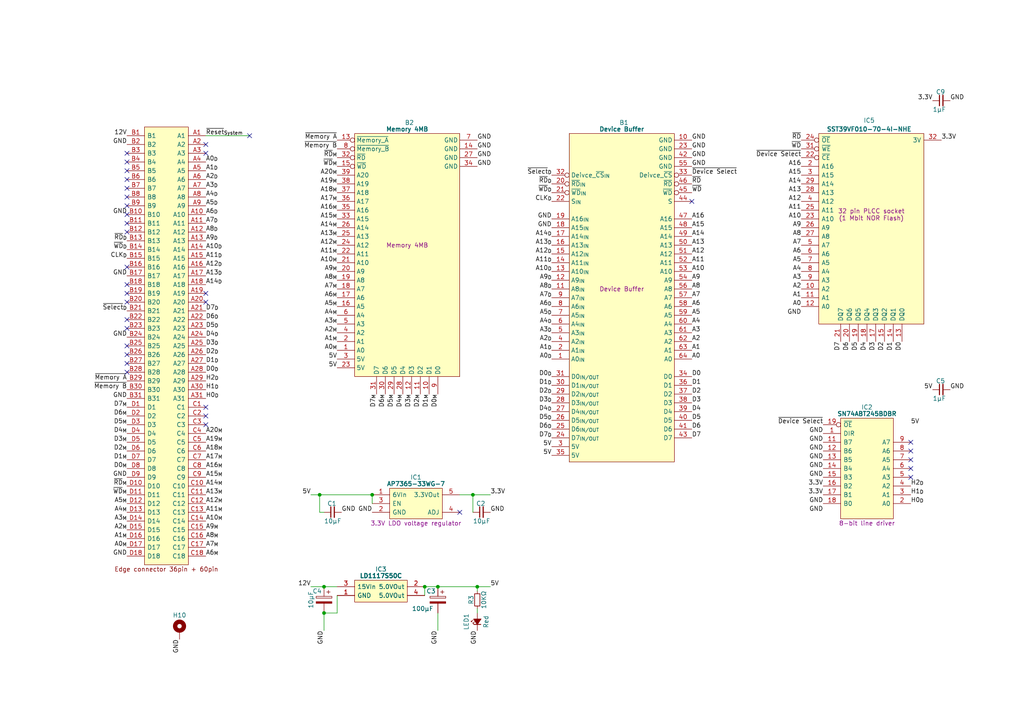
<source format=kicad_sch>
(kicad_sch
	(version 20250114)
	(generator "eeschema")
	(generator_version "9.0")
	(uuid "8357857d-ab8c-4646-b786-aad4001c0a6b")
	(paper "A4")
	(title_block
		(title "Memory Board 4MB")
		(date "2024-09-12")
		(rev "V0")
	)
	(lib_symbols
		(symbol "Diodes_Inc:AP7365-33WG-7"
			(pin_names
				(offset 0.762)
			)
			(exclude_from_sim no)
			(in_bom yes)
			(on_board yes)
			(property "Reference" "IC"
				(at 12.7 5.08 0)
				(effects
					(font
						(size 1.27 1.27)
					)
				)
			)
			(property "Value" "AP7365-33WG-7"
				(at 12.7 3.175 0)
				(effects
					(font
						(size 1.27 1.27)
						(bold yes)
					)
				)
			)
			(property "Footprint" "SamacSys_Parts:SOT95P285X130-5N"
				(at 21.59 -14.605 0)
				(effects
					(font
						(size 1.27 1.27)
					)
					(justify left)
					(hide yes)
				)
			)
			(property "Datasheet" "https://componentsearchengine.com/Datasheets/1/AP7365-33WG-7.pdf"
				(at 21.59 -17.145 0)
				(effects
					(font
						(size 1.27 1.27)
					)
					(justify left)
					(hide yes)
				)
			)
			(property "Description" "3.3V LDO voltage regulator"
				(at 12.7 -8.255 0)
				(effects
					(font
						(size 1.27 1.27)
					)
				)
			)
			(property "Height" "1.3"
				(at 21.59 -19.685 0)
				(effects
					(font
						(size 1.27 1.27)
					)
					(justify left)
					(hide yes)
				)
			)
			(property "Manufacturer_Name" "Diodes Inc."
				(at 21.59 -22.225 0)
				(effects
					(font
						(size 1.27 1.27)
					)
					(justify left)
					(hide yes)
				)
			)
			(property "Manufacturer_Part_Number" "AP7365-33WG-7"
				(at 21.59 -24.765 0)
				(effects
					(font
						(size 1.27 1.27)
					)
					(justify left)
					(hide yes)
				)
			)
			(property "Mouser Part Number" "621-AP7365-33WG-7"
				(at 21.59 -27.305 0)
				(effects
					(font
						(size 1.27 1.27)
					)
					(justify left)
					(hide yes)
				)
			)
			(property "Mouser Price/Stock" "https://www.mouser.co.uk/ProductDetail/Diodes-Incorporated/AP7365-33WG-7?qs=abZ1nkZpTuOZFvxvoFPL0w%3D%3D"
				(at 21.59 -29.845 0)
				(effects
					(font
						(size 1.27 1.27)
					)
					(justify left)
					(hide yes)
				)
			)
			(property "Arrow Part Number" "AP7365-33WG-7"
				(at 21.59 -32.385 0)
				(effects
					(font
						(size 1.27 1.27)
					)
					(justify left)
					(hide yes)
				)
			)
			(property "Arrow Price/Stock" "https://www.arrow.com/en/products/ap7365-33wg-7/diodes-incorporated?region=nac"
				(at 21.59 -34.925 0)
				(effects
					(font
						(size 1.27 1.27)
					)
					(justify left)
					(hide yes)
				)
			)
			(property "Silkscreen" "AP7365"
				(at 21.59 -12.065 0)
				(effects
					(font
						(size 1.27 1.27)
					)
					(justify left)
					(hide yes)
				)
			)
			(symbol "AP7365-33WG-7_0_0"
				(pin input line
					(at 0 -2.54 0)
					(length 5.08)
					(name "EN"
						(effects
							(font
								(size 1.27 1.27)
							)
						)
					)
					(number "3"
						(effects
							(font
								(size 1.27 1.27)
							)
						)
					)
				)
				(pin passive line
					(at 0 -5.08 0)
					(length 5.08)
					(name "GND"
						(effects
							(font
								(size 1.27 1.27)
							)
						)
					)
					(number "2"
						(effects
							(font
								(size 1.27 1.27)
							)
						)
					)
				)
				(pin passive line
					(at 25.4 -5.08 180)
					(length 5.08)
					(name "ADJ"
						(effects
							(font
								(size 1.27 1.27)
							)
						)
					)
					(number "4"
						(effects
							(font
								(size 1.27 1.27)
							)
						)
					)
				)
			)
			(symbol "AP7365-33WG-7_0_1"
				(polyline
					(pts
						(xy 5.08 1.905) (xy 20.32 1.905) (xy 20.32 -6.985) (xy 5.08 -6.985) (xy 5.08 1.905)
					)
					(stroke
						(width 0)
						(type default)
					)
					(fill
						(type background)
					)
				)
			)
			(symbol "AP7365-33WG-7_1_0"
				(pin passive line
					(at 0 0 0)
					(length 5.08)
					(name "6VIn"
						(effects
							(font
								(size 1.27 1.27)
							)
						)
					)
					(number "1"
						(effects
							(font
								(size 1.27 1.27)
							)
						)
					)
				)
				(pin passive line
					(at 25.4 0 180)
					(length 5.08)
					(name "3.3VOut"
						(effects
							(font
								(size 1.27 1.27)
							)
						)
					)
					(number "5"
						(effects
							(font
								(size 1.27 1.27)
							)
						)
					)
				)
			)
			(embedded_fonts no)
		)
		(symbol "EDAC:395-098-520-350"
			(pin_names
				(offset 0.762)
			)
			(exclude_from_sim no)
			(in_bom yes)
			(on_board yes)
			(property "Reference" "J"
				(at 11.43 6.35 0)
				(effects
					(font
						(size 1.27 1.27)
					)
				)
			)
			(property "Value" "395-098-520-350"
				(at 11.43 3.81 0)
				(effects
					(font
						(size 1.27 1.27)
						(bold yes)
					)
				)
			)
			(property "Footprint" "SamacSys_Parts:395098520350"
				(at 44.45 -129.54 0)
				(effects
					(font
						(size 1.27 1.27)
					)
					(justify left)
					(hide yes)
				)
			)
			(property "Datasheet" "https://media.digikey.com/pdf/Data%20Sheets/EDAC%20PDFs/395-098-520-350.pdf"
				(at 44.45 -132.08 0)
				(effects
					(font
						(size 1.27 1.27)
					)
					(justify left)
					(hide yes)
				)
			)
			(property "Description" "Standard Card Edge Connectors 98P Solder Tail 5.08mm ROW SPACE"
				(at 44.45 -134.62 0)
				(effects
					(font
						(size 1.27 1.27)
					)
					(justify left)
					(hide yes)
				)
			)
			(property "Height" "15.4"
				(at 44.45 -137.16 0)
				(effects
					(font
						(size 1.27 1.27)
					)
					(justify left)
					(hide yes)
				)
			)
			(property "Manufacturer_Name" "EDAC"
				(at 44.45 -139.7 0)
				(effects
					(font
						(size 1.27 1.27)
					)
					(justify left)
					(hide yes)
				)
			)
			(property "Manufacturer_Part_Number" "395-098-520-350"
				(at 44.45 -142.24 0)
				(effects
					(font
						(size 1.27 1.27)
					)
					(justify left)
					(hide yes)
				)
			)
			(property "Mouser Part Number" "587-395-098-520-350"
				(at 44.45 -144.78 0)
				(effects
					(font
						(size 1.27 1.27)
					)
					(justify left)
					(hide yes)
				)
			)
			(property "Mouser Price/Stock" "https://www.mouser.co.uk/ProductDetail/EDAC/395-098-520-350?qs=U4pz39agNJAWEyGruTa5gg%3D%3D"
				(at 44.45 -147.32 0)
				(effects
					(font
						(size 1.27 1.27)
					)
					(justify left)
					(hide yes)
				)
			)
			(property "Arrow Part Number" ""
				(at 1.27 -17.78 0)
				(effects
					(font
						(size 1.27 1.27)
					)
					(justify left)
					(hide yes)
				)
			)
			(property "Arrow Price/Stock" ""
				(at 1.27 -20.32 0)
				(effects
					(font
						(size 1.27 1.27)
					)
					(justify left)
					(hide yes)
				)
			)
			(property "Garbage" "Standard Card Edge Connectors 98P Solder Tail 5.08mm ROW SPACE"
				(at 0 0 0)
				(effects
					(font
						(size 1.27 1.27)
					)
					(hide yes)
				)
			)
			(symbol "395-098-520-350_0_0"
				(pin passive line
					(at 0 0 0)
					(length 5.08)
					(name "B1"
						(effects
							(font
								(size 1.27 1.27)
							)
						)
					)
					(number "B1"
						(effects
							(font
								(size 1.27 1.27)
							)
						)
					)
				)
				(pin passive line
					(at 0 -2.54 0)
					(length 5.08)
					(name "B2"
						(effects
							(font
								(size 1.27 1.27)
							)
						)
					)
					(number "B2"
						(effects
							(font
								(size 1.27 1.27)
							)
						)
					)
				)
				(pin passive line
					(at 0 -5.08 0)
					(length 5.08)
					(name "B3"
						(effects
							(font
								(size 1.27 1.27)
							)
						)
					)
					(number "B3"
						(effects
							(font
								(size 1.27 1.27)
							)
						)
					)
				)
				(pin passive line
					(at 0 -7.62 0)
					(length 5.08)
					(name "B4"
						(effects
							(font
								(size 1.27 1.27)
							)
						)
					)
					(number "B4"
						(effects
							(font
								(size 1.27 1.27)
							)
						)
					)
				)
				(pin passive line
					(at 0 -10.16 0)
					(length 5.08)
					(name "B5"
						(effects
							(font
								(size 1.27 1.27)
							)
						)
					)
					(number "B5"
						(effects
							(font
								(size 1.27 1.27)
							)
						)
					)
				)
				(pin passive line
					(at 0 -12.7 0)
					(length 5.08)
					(name "B6"
						(effects
							(font
								(size 1.27 1.27)
							)
						)
					)
					(number "B6"
						(effects
							(font
								(size 1.27 1.27)
							)
						)
					)
				)
				(pin passive line
					(at 0 -15.24 0)
					(length 5.08)
					(name "B7"
						(effects
							(font
								(size 1.27 1.27)
							)
						)
					)
					(number "B7"
						(effects
							(font
								(size 1.27 1.27)
							)
						)
					)
				)
				(pin passive line
					(at 0 -17.78 0)
					(length 5.08)
					(name "B8"
						(effects
							(font
								(size 1.27 1.27)
							)
						)
					)
					(number "B8"
						(effects
							(font
								(size 1.27 1.27)
							)
						)
					)
				)
				(pin passive line
					(at 0 -20.32 0)
					(length 5.08)
					(name "B9"
						(effects
							(font
								(size 1.27 1.27)
							)
						)
					)
					(number "B9"
						(effects
							(font
								(size 1.27 1.27)
							)
						)
					)
				)
				(pin passive line
					(at 0 -22.86 0)
					(length 5.08)
					(name "B10"
						(effects
							(font
								(size 1.27 1.27)
							)
						)
					)
					(number "B10"
						(effects
							(font
								(size 1.27 1.27)
							)
						)
					)
				)
				(pin passive line
					(at 0 -25.4 0)
					(length 5.08)
					(name "B11"
						(effects
							(font
								(size 1.27 1.27)
							)
						)
					)
					(number "B11"
						(effects
							(font
								(size 1.27 1.27)
							)
						)
					)
				)
				(pin passive line
					(at 0 -27.94 0)
					(length 5.08)
					(name "B12"
						(effects
							(font
								(size 1.27 1.27)
							)
						)
					)
					(number "B12"
						(effects
							(font
								(size 1.27 1.27)
							)
						)
					)
				)
				(pin passive line
					(at 0 -30.48 0)
					(length 5.08)
					(name "B13"
						(effects
							(font
								(size 1.27 1.27)
							)
						)
					)
					(number "B13"
						(effects
							(font
								(size 1.27 1.27)
							)
						)
					)
				)
				(pin passive line
					(at 0 -33.02 0)
					(length 5.08)
					(name "B14"
						(effects
							(font
								(size 1.27 1.27)
							)
						)
					)
					(number "B14"
						(effects
							(font
								(size 1.27 1.27)
							)
						)
					)
				)
				(pin passive line
					(at 0 -35.56 0)
					(length 5.08)
					(name "B15"
						(effects
							(font
								(size 1.27 1.27)
							)
						)
					)
					(number "B15"
						(effects
							(font
								(size 1.27 1.27)
							)
						)
					)
				)
				(pin passive line
					(at 0 -38.1 0)
					(length 5.08)
					(name "B16"
						(effects
							(font
								(size 1.27 1.27)
							)
						)
					)
					(number "B16"
						(effects
							(font
								(size 1.27 1.27)
							)
						)
					)
				)
				(pin passive line
					(at 0 -40.64 0)
					(length 5.08)
					(name "B17"
						(effects
							(font
								(size 1.27 1.27)
							)
						)
					)
					(number "B17"
						(effects
							(font
								(size 1.27 1.27)
							)
						)
					)
				)
				(pin passive line
					(at 0 -43.18 0)
					(length 5.08)
					(name "B18"
						(effects
							(font
								(size 1.27 1.27)
							)
						)
					)
					(number "B18"
						(effects
							(font
								(size 1.27 1.27)
							)
						)
					)
				)
				(pin passive line
					(at 0 -45.72 0)
					(length 5.08)
					(name "B19"
						(effects
							(font
								(size 1.27 1.27)
							)
						)
					)
					(number "B19"
						(effects
							(font
								(size 1.27 1.27)
							)
						)
					)
				)
				(pin passive line
					(at 0 -48.26 0)
					(length 5.08)
					(name "B20"
						(effects
							(font
								(size 1.27 1.27)
							)
						)
					)
					(number "B20"
						(effects
							(font
								(size 1.27 1.27)
							)
						)
					)
				)
				(pin passive line
					(at 0 -50.8 0)
					(length 5.08)
					(name "B21"
						(effects
							(font
								(size 1.27 1.27)
							)
						)
					)
					(number "B21"
						(effects
							(font
								(size 1.27 1.27)
							)
						)
					)
				)
				(pin passive line
					(at 0 -53.34 0)
					(length 5.08)
					(name "B22"
						(effects
							(font
								(size 1.27 1.27)
							)
						)
					)
					(number "B22"
						(effects
							(font
								(size 1.27 1.27)
							)
						)
					)
				)
				(pin passive line
					(at 0 -55.88 0)
					(length 5.08)
					(name "B23"
						(effects
							(font
								(size 1.27 1.27)
							)
						)
					)
					(number "B23"
						(effects
							(font
								(size 1.27 1.27)
							)
						)
					)
				)
				(pin passive line
					(at 0 -58.42 0)
					(length 5.08)
					(name "B24"
						(effects
							(font
								(size 1.27 1.27)
							)
						)
					)
					(number "B24"
						(effects
							(font
								(size 1.27 1.27)
							)
						)
					)
				)
				(pin passive line
					(at 0 -60.96 0)
					(length 5.08)
					(name "B25"
						(effects
							(font
								(size 1.27 1.27)
							)
						)
					)
					(number "B25"
						(effects
							(font
								(size 1.27 1.27)
							)
						)
					)
				)
				(pin passive line
					(at 0 -63.5 0)
					(length 5.08)
					(name "B26"
						(effects
							(font
								(size 1.27 1.27)
							)
						)
					)
					(number "B26"
						(effects
							(font
								(size 1.27 1.27)
							)
						)
					)
				)
				(pin passive line
					(at 0 -66.04 0)
					(length 5.08)
					(name "B27"
						(effects
							(font
								(size 1.27 1.27)
							)
						)
					)
					(number "B27"
						(effects
							(font
								(size 1.27 1.27)
							)
						)
					)
				)
				(pin passive line
					(at 0 -68.58 0)
					(length 5.08)
					(name "B28"
						(effects
							(font
								(size 1.27 1.27)
							)
						)
					)
					(number "B28"
						(effects
							(font
								(size 1.27 1.27)
							)
						)
					)
				)
				(pin passive line
					(at 0 -71.12 0)
					(length 5.08)
					(name "B29"
						(effects
							(font
								(size 1.27 1.27)
							)
						)
					)
					(number "B29"
						(effects
							(font
								(size 1.27 1.27)
							)
						)
					)
				)
				(pin passive line
					(at 0 -73.66 0)
					(length 5.08)
					(name "B30"
						(effects
							(font
								(size 1.27 1.27)
							)
						)
					)
					(number "B30"
						(effects
							(font
								(size 1.27 1.27)
							)
						)
					)
				)
				(pin passive line
					(at 0 -76.2 0)
					(length 5.08)
					(name "B31"
						(effects
							(font
								(size 1.27 1.27)
							)
						)
					)
					(number "B31"
						(effects
							(font
								(size 1.27 1.27)
							)
						)
					)
				)
				(pin passive line
					(at 0 -78.74 0)
					(length 5.08)
					(name "D1"
						(effects
							(font
								(size 1.27 1.27)
							)
						)
					)
					(number "D1"
						(effects
							(font
								(size 1.27 1.27)
							)
						)
					)
				)
				(pin passive line
					(at 0 -81.28 0)
					(length 5.08)
					(name "D2"
						(effects
							(font
								(size 1.27 1.27)
							)
						)
					)
					(number "D2"
						(effects
							(font
								(size 1.27 1.27)
							)
						)
					)
				)
				(pin passive line
					(at 0 -83.82 0)
					(length 5.08)
					(name "D3"
						(effects
							(font
								(size 1.27 1.27)
							)
						)
					)
					(number "D3"
						(effects
							(font
								(size 1.27 1.27)
							)
						)
					)
				)
				(pin passive line
					(at 0 -86.36 0)
					(length 5.08)
					(name "D4"
						(effects
							(font
								(size 1.27 1.27)
							)
						)
					)
					(number "D4"
						(effects
							(font
								(size 1.27 1.27)
							)
						)
					)
				)
				(pin passive line
					(at 0 -88.9 0)
					(length 5.08)
					(name "D5"
						(effects
							(font
								(size 1.27 1.27)
							)
						)
					)
					(number "D5"
						(effects
							(font
								(size 1.27 1.27)
							)
						)
					)
				)
				(pin passive line
					(at 0 -91.44 0)
					(length 5.08)
					(name "D6"
						(effects
							(font
								(size 1.27 1.27)
							)
						)
					)
					(number "D6"
						(effects
							(font
								(size 1.27 1.27)
							)
						)
					)
				)
				(pin passive line
					(at 0 -93.98 0)
					(length 5.08)
					(name "D7"
						(effects
							(font
								(size 1.27 1.27)
							)
						)
					)
					(number "D7"
						(effects
							(font
								(size 1.27 1.27)
							)
						)
					)
				)
				(pin passive line
					(at 0 -96.52 0)
					(length 5.08)
					(name "D8"
						(effects
							(font
								(size 1.27 1.27)
							)
						)
					)
					(number "D8"
						(effects
							(font
								(size 1.27 1.27)
							)
						)
					)
				)
				(pin passive line
					(at 0 -99.06 0)
					(length 5.08)
					(name "D9"
						(effects
							(font
								(size 1.27 1.27)
							)
						)
					)
					(number "D9"
						(effects
							(font
								(size 1.27 1.27)
							)
						)
					)
				)
				(pin passive line
					(at 0 -101.6 0)
					(length 5.08)
					(name "D10"
						(effects
							(font
								(size 1.27 1.27)
							)
						)
					)
					(number "D10"
						(effects
							(font
								(size 1.27 1.27)
							)
						)
					)
				)
				(pin passive line
					(at 0 -104.14 0)
					(length 5.08)
					(name "D11"
						(effects
							(font
								(size 1.27 1.27)
							)
						)
					)
					(number "D11"
						(effects
							(font
								(size 1.27 1.27)
							)
						)
					)
				)
				(pin passive line
					(at 0 -106.68 0)
					(length 5.08)
					(name "D12"
						(effects
							(font
								(size 1.27 1.27)
							)
						)
					)
					(number "D12"
						(effects
							(font
								(size 1.27 1.27)
							)
						)
					)
				)
				(pin passive line
					(at 0 -109.22 0)
					(length 5.08)
					(name "D13"
						(effects
							(font
								(size 1.27 1.27)
							)
						)
					)
					(number "D13"
						(effects
							(font
								(size 1.27 1.27)
							)
						)
					)
				)
				(pin passive line
					(at 0 -111.76 0)
					(length 5.08)
					(name "D14"
						(effects
							(font
								(size 1.27 1.27)
							)
						)
					)
					(number "D14"
						(effects
							(font
								(size 1.27 1.27)
							)
						)
					)
				)
				(pin passive line
					(at 0 -114.3 0)
					(length 5.08)
					(name "D15"
						(effects
							(font
								(size 1.27 1.27)
							)
						)
					)
					(number "D15"
						(effects
							(font
								(size 1.27 1.27)
							)
						)
					)
				)
				(pin passive line
					(at 0 -116.84 0)
					(length 5.08)
					(name "D16"
						(effects
							(font
								(size 1.27 1.27)
							)
						)
					)
					(number "D16"
						(effects
							(font
								(size 1.27 1.27)
							)
						)
					)
				)
				(pin passive line
					(at 0 -119.38 0)
					(length 5.08)
					(name "D17"
						(effects
							(font
								(size 1.27 1.27)
							)
						)
					)
					(number "D17"
						(effects
							(font
								(size 1.27 1.27)
							)
						)
					)
				)
				(pin passive line
					(at 0 -121.92 0)
					(length 5.08)
					(name "D18"
						(effects
							(font
								(size 1.27 1.27)
							)
						)
					)
					(number "D18"
						(effects
							(font
								(size 1.27 1.27)
							)
						)
					)
				)
				(pin passive line
					(at 22.86 0 180)
					(length 5.08)
					(name "A1"
						(effects
							(font
								(size 1.27 1.27)
							)
						)
					)
					(number "A1"
						(effects
							(font
								(size 1.27 1.27)
							)
						)
					)
				)
				(pin passive line
					(at 22.86 -2.54 180)
					(length 5.08)
					(name "A2"
						(effects
							(font
								(size 1.27 1.27)
							)
						)
					)
					(number "A2"
						(effects
							(font
								(size 1.27 1.27)
							)
						)
					)
				)
				(pin passive line
					(at 22.86 -5.08 180)
					(length 5.08)
					(name "A3"
						(effects
							(font
								(size 1.27 1.27)
							)
						)
					)
					(number "A3"
						(effects
							(font
								(size 1.27 1.27)
							)
						)
					)
				)
				(pin passive line
					(at 22.86 -7.62 180)
					(length 5.08)
					(name "A4"
						(effects
							(font
								(size 1.27 1.27)
							)
						)
					)
					(number "A4"
						(effects
							(font
								(size 1.27 1.27)
							)
						)
					)
				)
				(pin passive line
					(at 22.86 -10.16 180)
					(length 5.08)
					(name "A5"
						(effects
							(font
								(size 1.27 1.27)
							)
						)
					)
					(number "A5"
						(effects
							(font
								(size 1.27 1.27)
							)
						)
					)
				)
				(pin passive line
					(at 22.86 -12.7 180)
					(length 5.08)
					(name "A6"
						(effects
							(font
								(size 1.27 1.27)
							)
						)
					)
					(number "A6"
						(effects
							(font
								(size 1.27 1.27)
							)
						)
					)
				)
				(pin passive line
					(at 22.86 -15.24 180)
					(length 5.08)
					(name "A7"
						(effects
							(font
								(size 1.27 1.27)
							)
						)
					)
					(number "A7"
						(effects
							(font
								(size 1.27 1.27)
							)
						)
					)
				)
				(pin passive line
					(at 22.86 -17.78 180)
					(length 5.08)
					(name "A8"
						(effects
							(font
								(size 1.27 1.27)
							)
						)
					)
					(number "A8"
						(effects
							(font
								(size 1.27 1.27)
							)
						)
					)
				)
				(pin passive line
					(at 22.86 -20.32 180)
					(length 5.08)
					(name "A9"
						(effects
							(font
								(size 1.27 1.27)
							)
						)
					)
					(number "A9"
						(effects
							(font
								(size 1.27 1.27)
							)
						)
					)
				)
				(pin passive line
					(at 22.86 -22.86 180)
					(length 5.08)
					(name "A10"
						(effects
							(font
								(size 1.27 1.27)
							)
						)
					)
					(number "A10"
						(effects
							(font
								(size 1.27 1.27)
							)
						)
					)
				)
				(pin passive line
					(at 22.86 -25.4 180)
					(length 5.08)
					(name "A11"
						(effects
							(font
								(size 1.27 1.27)
							)
						)
					)
					(number "A11"
						(effects
							(font
								(size 1.27 1.27)
							)
						)
					)
				)
				(pin passive line
					(at 22.86 -27.94 180)
					(length 5.08)
					(name "A12"
						(effects
							(font
								(size 1.27 1.27)
							)
						)
					)
					(number "A12"
						(effects
							(font
								(size 1.27 1.27)
							)
						)
					)
				)
				(pin passive line
					(at 22.86 -30.48 180)
					(length 5.08)
					(name "A13"
						(effects
							(font
								(size 1.27 1.27)
							)
						)
					)
					(number "A13"
						(effects
							(font
								(size 1.27 1.27)
							)
						)
					)
				)
				(pin passive line
					(at 22.86 -33.02 180)
					(length 5.08)
					(name "A14"
						(effects
							(font
								(size 1.27 1.27)
							)
						)
					)
					(number "A14"
						(effects
							(font
								(size 1.27 1.27)
							)
						)
					)
				)
				(pin passive line
					(at 22.86 -35.56 180)
					(length 5.08)
					(name "A15"
						(effects
							(font
								(size 1.27 1.27)
							)
						)
					)
					(number "A15"
						(effects
							(font
								(size 1.27 1.27)
							)
						)
					)
				)
				(pin passive line
					(at 22.86 -38.1 180)
					(length 5.08)
					(name "A16"
						(effects
							(font
								(size 1.27 1.27)
							)
						)
					)
					(number "A16"
						(effects
							(font
								(size 1.27 1.27)
							)
						)
					)
				)
				(pin passive line
					(at 22.86 -40.64 180)
					(length 5.08)
					(name "A17"
						(effects
							(font
								(size 1.27 1.27)
							)
						)
					)
					(number "A17"
						(effects
							(font
								(size 1.27 1.27)
							)
						)
					)
				)
				(pin passive line
					(at 22.86 -43.18 180)
					(length 5.08)
					(name "A18"
						(effects
							(font
								(size 1.27 1.27)
							)
						)
					)
					(number "A18"
						(effects
							(font
								(size 1.27 1.27)
							)
						)
					)
				)
				(pin passive line
					(at 22.86 -45.72 180)
					(length 5.08)
					(name "A19"
						(effects
							(font
								(size 1.27 1.27)
							)
						)
					)
					(number "A19"
						(effects
							(font
								(size 1.27 1.27)
							)
						)
					)
				)
				(pin passive line
					(at 22.86 -48.26 180)
					(length 5.08)
					(name "A20"
						(effects
							(font
								(size 1.27 1.27)
							)
						)
					)
					(number "A20"
						(effects
							(font
								(size 1.27 1.27)
							)
						)
					)
				)
				(pin passive line
					(at 22.86 -50.8 180)
					(length 5.08)
					(name "A21"
						(effects
							(font
								(size 1.27 1.27)
							)
						)
					)
					(number "A21"
						(effects
							(font
								(size 1.27 1.27)
							)
						)
					)
				)
				(pin passive line
					(at 22.86 -53.34 180)
					(length 5.08)
					(name "A22"
						(effects
							(font
								(size 1.27 1.27)
							)
						)
					)
					(number "A22"
						(effects
							(font
								(size 1.27 1.27)
							)
						)
					)
				)
				(pin passive line
					(at 22.86 -55.88 180)
					(length 5.08)
					(name "A23"
						(effects
							(font
								(size 1.27 1.27)
							)
						)
					)
					(number "A23"
						(effects
							(font
								(size 1.27 1.27)
							)
						)
					)
				)
				(pin passive line
					(at 22.86 -58.42 180)
					(length 5.08)
					(name "A24"
						(effects
							(font
								(size 1.27 1.27)
							)
						)
					)
					(number "A24"
						(effects
							(font
								(size 1.27 1.27)
							)
						)
					)
				)
				(pin passive line
					(at 22.86 -60.96 180)
					(length 5.08)
					(name "A25"
						(effects
							(font
								(size 1.27 1.27)
							)
						)
					)
					(number "A25"
						(effects
							(font
								(size 1.27 1.27)
							)
						)
					)
				)
				(pin passive line
					(at 22.86 -63.5 180)
					(length 5.08)
					(name "A26"
						(effects
							(font
								(size 1.27 1.27)
							)
						)
					)
					(number "A26"
						(effects
							(font
								(size 1.27 1.27)
							)
						)
					)
				)
				(pin passive line
					(at 22.86 -66.04 180)
					(length 5.08)
					(name "A27"
						(effects
							(font
								(size 1.27 1.27)
							)
						)
					)
					(number "A27"
						(effects
							(font
								(size 1.27 1.27)
							)
						)
					)
				)
				(pin passive line
					(at 22.86 -68.58 180)
					(length 5.08)
					(name "A28"
						(effects
							(font
								(size 1.27 1.27)
							)
						)
					)
					(number "A28"
						(effects
							(font
								(size 1.27 1.27)
							)
						)
					)
				)
				(pin passive line
					(at 22.86 -71.12 180)
					(length 5.08)
					(name "A29"
						(effects
							(font
								(size 1.27 1.27)
							)
						)
					)
					(number "A29"
						(effects
							(font
								(size 1.27 1.27)
							)
						)
					)
				)
				(pin passive line
					(at 22.86 -73.66 180)
					(length 5.08)
					(name "A30"
						(effects
							(font
								(size 1.27 1.27)
							)
						)
					)
					(number "A30"
						(effects
							(font
								(size 1.27 1.27)
							)
						)
					)
				)
				(pin passive line
					(at 22.86 -76.2 180)
					(length 5.08)
					(name "A31"
						(effects
							(font
								(size 1.27 1.27)
							)
						)
					)
					(number "A31"
						(effects
							(font
								(size 1.27 1.27)
							)
						)
					)
				)
				(pin passive line
					(at 22.86 -78.74 180)
					(length 5.08)
					(name "C1"
						(effects
							(font
								(size 1.27 1.27)
							)
						)
					)
					(number "C1"
						(effects
							(font
								(size 1.27 1.27)
							)
						)
					)
				)
				(pin passive line
					(at 22.86 -81.28 180)
					(length 5.08)
					(name "C2"
						(effects
							(font
								(size 1.27 1.27)
							)
						)
					)
					(number "C2"
						(effects
							(font
								(size 1.27 1.27)
							)
						)
					)
				)
				(pin passive line
					(at 22.86 -83.82 180)
					(length 5.08)
					(name "C3"
						(effects
							(font
								(size 1.27 1.27)
							)
						)
					)
					(number "C3"
						(effects
							(font
								(size 1.27 1.27)
							)
						)
					)
				)
				(pin passive line
					(at 22.86 -86.36 180)
					(length 5.08)
					(name "C4"
						(effects
							(font
								(size 1.27 1.27)
							)
						)
					)
					(number "C4"
						(effects
							(font
								(size 1.27 1.27)
							)
						)
					)
				)
				(pin passive line
					(at 22.86 -88.9 180)
					(length 5.08)
					(name "C5"
						(effects
							(font
								(size 1.27 1.27)
							)
						)
					)
					(number "C5"
						(effects
							(font
								(size 1.27 1.27)
							)
						)
					)
				)
				(pin passive line
					(at 22.86 -91.44 180)
					(length 5.08)
					(name "C6"
						(effects
							(font
								(size 1.27 1.27)
							)
						)
					)
					(number "C6"
						(effects
							(font
								(size 1.27 1.27)
							)
						)
					)
				)
				(pin passive line
					(at 22.86 -93.98 180)
					(length 5.08)
					(name "C7"
						(effects
							(font
								(size 1.27 1.27)
							)
						)
					)
					(number "C7"
						(effects
							(font
								(size 1.27 1.27)
							)
						)
					)
				)
				(pin passive line
					(at 22.86 -96.52 180)
					(length 5.08)
					(name "C8"
						(effects
							(font
								(size 1.27 1.27)
							)
						)
					)
					(number "C8"
						(effects
							(font
								(size 1.27 1.27)
							)
						)
					)
				)
				(pin passive line
					(at 22.86 -99.06 180)
					(length 5.08)
					(name "C9"
						(effects
							(font
								(size 1.27 1.27)
							)
						)
					)
					(number "C9"
						(effects
							(font
								(size 1.27 1.27)
							)
						)
					)
				)
				(pin passive line
					(at 22.86 -101.6 180)
					(length 5.08)
					(name "C10"
						(effects
							(font
								(size 1.27 1.27)
							)
						)
					)
					(number "C10"
						(effects
							(font
								(size 1.27 1.27)
							)
						)
					)
				)
				(pin passive line
					(at 22.86 -104.14 180)
					(length 5.08)
					(name "C11"
						(effects
							(font
								(size 1.27 1.27)
							)
						)
					)
					(number "C11"
						(effects
							(font
								(size 1.27 1.27)
							)
						)
					)
				)
				(pin passive line
					(at 22.86 -106.68 180)
					(length 5.08)
					(name "C12"
						(effects
							(font
								(size 1.27 1.27)
							)
						)
					)
					(number "C12"
						(effects
							(font
								(size 1.27 1.27)
							)
						)
					)
				)
				(pin passive line
					(at 22.86 -109.22 180)
					(length 5.08)
					(name "C13"
						(effects
							(font
								(size 1.27 1.27)
							)
						)
					)
					(number "C13"
						(effects
							(font
								(size 1.27 1.27)
							)
						)
					)
				)
				(pin passive line
					(at 22.86 -111.76 180)
					(length 5.08)
					(name "C14"
						(effects
							(font
								(size 1.27 1.27)
							)
						)
					)
					(number "C14"
						(effects
							(font
								(size 1.27 1.27)
							)
						)
					)
				)
				(pin passive line
					(at 22.86 -114.3 180)
					(length 5.08)
					(name "C15"
						(effects
							(font
								(size 1.27 1.27)
							)
						)
					)
					(number "C15"
						(effects
							(font
								(size 1.27 1.27)
							)
						)
					)
				)
				(pin passive line
					(at 22.86 -116.84 180)
					(length 5.08)
					(name "C16"
						(effects
							(font
								(size 1.27 1.27)
							)
						)
					)
					(number "C16"
						(effects
							(font
								(size 1.27 1.27)
							)
						)
					)
				)
				(pin passive line
					(at 22.86 -119.38 180)
					(length 5.08)
					(name "C17"
						(effects
							(font
								(size 1.27 1.27)
							)
						)
					)
					(number "C17"
						(effects
							(font
								(size 1.27 1.27)
							)
						)
					)
				)
				(pin passive line
					(at 22.86 -121.92 180)
					(length 5.08)
					(name "C18"
						(effects
							(font
								(size 1.27 1.27)
							)
						)
					)
					(number "C18"
						(effects
							(font
								(size 1.27 1.27)
							)
						)
					)
				)
			)
			(symbol "395-098-520-350_1_1"
				(polyline
					(pts
						(xy 5.08 2.54) (xy 17.78 2.54) (xy 17.78 -124.46) (xy 5.08 -124.46) (xy 5.08 2.54)
					)
					(stroke
						(width 0.1524)
						(type solid)
					)
					(fill
						(type background)
					)
				)
				(text "Edge connector 36pin + 60pin"
					(at 11.43 -125.73 0)
					(effects
						(font
							(size 1.27 1.27)
						)
					)
				)
			)
			(embedded_fonts no)
		)
		(symbol "HCP65:C_0805"
			(pin_numbers
				(hide yes)
			)
			(pin_names
				(offset 0.254)
				(hide yes)
			)
			(exclude_from_sim no)
			(in_bom yes)
			(on_board yes)
			(property "Reference" "C"
				(at 2.286 2.54 0)
				(effects
					(font
						(size 1.27 1.27)
					)
				)
			)
			(property "Value" "?μF"
				(at 2.54 -2.54 0)
				(effects
					(font
						(size 1.27 1.27)
					)
				)
			)
			(property "Footprint" "SamacSys_Parts:C_0805"
				(at 16.764 -7.62 0)
				(effects
					(font
						(size 1.27 1.27)
					)
					(hide yes)
				)
			)
			(property "Datasheet" ""
				(at 2.2225 0.3175 90)
				(effects
					(font
						(size 1.27 1.27)
					)
					(hide yes)
				)
			)
			(property "Description" ""
				(at 0 0 0)
				(effects
					(font
						(size 1.27 1.27)
					)
					(hide yes)
				)
			)
			(property "ki_keywords" "capacitor cap"
				(at 0 0 0)
				(effects
					(font
						(size 1.27 1.27)
					)
					(hide yes)
				)
			)
			(property "ki_fp_filters" "C_*"
				(at 0 0 0)
				(effects
					(font
						(size 1.27 1.27)
					)
					(hide yes)
				)
			)
			(symbol "C_0805_0_1"
				(polyline
					(pts
						(xy 1.9685 -1.4605) (xy 1.9685 1.5875)
					)
					(stroke
						(width 0.3048)
						(type default)
					)
					(fill
						(type none)
					)
				)
				(polyline
					(pts
						(xy 2.9845 -1.4605) (xy 2.9845 1.5875)
					)
					(stroke
						(width 0.3302)
						(type default)
					)
					(fill
						(type none)
					)
				)
			)
			(symbol "C_0805_1_1"
				(pin passive line
					(at 0 0 0)
					(length 2.032)
					(name "~"
						(effects
							(font
								(size 1.27 1.27)
							)
						)
					)
					(number "1"
						(effects
							(font
								(size 1.27 1.27)
							)
						)
					)
				)
				(pin passive line
					(at 5.08 0 180)
					(length 2.032)
					(name "~"
						(effects
							(font
								(size 1.27 1.27)
							)
						)
					)
					(number "2"
						(effects
							(font
								(size 1.27 1.27)
							)
						)
					)
				)
			)
			(embedded_fonts no)
		)
		(symbol "HCP65:C_Radial_D4.0mm_P2.00mm"
			(pin_numbers
				(hide yes)
			)
			(pin_names
				(offset 0.254)
			)
			(exclude_from_sim no)
			(in_bom yes)
			(on_board yes)
			(property "Reference" "C"
				(at 0.635 2.54 0)
				(effects
					(font
						(size 1.27 1.27)
					)
					(justify left)
				)
			)
			(property "Value" "?μF"
				(at 0.635 -2.54 0)
				(effects
					(font
						(size 1.27 1.27)
					)
					(justify left)
				)
			)
			(property "Footprint" "SamacSys_Parts:CP_Radial_D4.0mm_P2.00mm"
				(at 0 -11.43 0)
				(effects
					(font
						(size 1.27 1.27)
					)
					(hide yes)
				)
			)
			(property "Datasheet" ""
				(at 5.08 -5.08 0)
				(effects
					(font
						(size 1.27 1.27)
					)
					(hide yes)
				)
			)
			(property "Description" ""
				(at 0.635 -2.54 0)
				(effects
					(font
						(size 1.27 1.27)
					)
					(justify left)
					(hide yes)
				)
			)
			(property "ki_keywords" "Polarised Capacitor"
				(at 0 0 0)
				(effects
					(font
						(size 1.27 1.27)
					)
					(hide yes)
				)
			)
			(property "ki_fp_filters" "CP_*"
				(at 0 0 0)
				(effects
					(font
						(size 1.27 1.27)
					)
					(hide yes)
				)
			)
			(symbol "C_Radial_D4.0mm_P2.00mm_0_1"
				(rectangle
					(start -2.286 0.508)
					(end 2.286 1.016)
					(stroke
						(width 0)
						(type default)
					)
					(fill
						(type none)
					)
				)
				(polyline
					(pts
						(xy -1.778 2.286) (xy -0.762 2.286)
					)
					(stroke
						(width 0)
						(type default)
					)
					(fill
						(type none)
					)
				)
				(polyline
					(pts
						(xy -1.27 2.794) (xy -1.27 1.778)
					)
					(stroke
						(width 0)
						(type default)
					)
					(fill
						(type none)
					)
				)
				(rectangle
					(start 2.286 -0.508)
					(end -2.286 -1.016)
					(stroke
						(width 0)
						(type default)
					)
					(fill
						(type outline)
					)
				)
			)
			(symbol "C_Radial_D4.0mm_P2.00mm_1_1"
				(pin passive line
					(at 0 3.81 270)
					(length 2.794)
					(name "~"
						(effects
							(font
								(size 1.27 1.27)
							)
						)
					)
					(number "1"
						(effects
							(font
								(size 1.27 1.27)
							)
						)
					)
				)
				(pin passive line
					(at 0 -3.81 90)
					(length 2.794)
					(name "~"
						(effects
							(font
								(size 1.27 1.27)
							)
						)
					)
					(number "2"
						(effects
							(font
								(size 1.27 1.27)
							)
						)
					)
				)
			)
			(embedded_fonts no)
		)
		(symbol "HCP65:Device_Buffer"
			(exclude_from_sim no)
			(in_bom yes)
			(on_board yes)
			(property "Reference" "B"
				(at 15.875 5.08 0)
				(effects
					(font
						(size 1.27 1.27)
					)
				)
			)
			(property "Value" "Device Buffer"
				(at 15.24 3.175 0)
				(effects
					(font
						(size 1.27 1.27)
						(bold yes)
					)
				)
			)
			(property "Footprint" "HCP65_Parts:HCP65_Device_Buffer"
				(at 15.24 -94.615 0)
				(effects
					(font
						(size 1.27 1.27)
					)
					(hide yes)
				)
			)
			(property "Datasheet" ""
				(at 0 -78.74 0)
				(effects
					(font
						(size 1.27 1.27)
					)
					(hide yes)
				)
			)
			(property "Description" "Device Buffer"
				(at 15.24 -43.18 0)
				(effects
					(font
						(size 1.27 1.27)
					)
				)
			)
			(property "Silkscreen" "Device Buffer"
				(at 15.24 -45.72 0)
				(effects
					(font
						(size 1.27 1.27)
					)
					(hide yes)
				)
			)
			(property "ki_keywords" "Device Buffer"
				(at 0 0 0)
				(effects
					(font
						(size 1.27 1.27)
					)
					(hide yes)
				)
			)
			(symbol "Device_Buffer_0_1"
				(polyline
					(pts
						(xy 0 1.905) (xy 30.48 1.905) (xy 30.48 -93.345) (xy 0 -93.345) (xy 0 1.905)
					)
					(stroke
						(width 0.1524)
						(type default)
					)
					(fill
						(type background)
					)
				)
			)
			(symbol "Device_Buffer_1_0"
				(pin passive line
					(at 35.56 -5.08 180)
					(length 5.08)
					(name "GND"
						(effects
							(font
								(size 1.27 1.27)
							)
						)
					)
					(number "42"
						(effects
							(font
								(size 1.27 1.27)
							)
						)
					)
				)
				(pin output line
					(at 35.56 -38.1 180)
					(length 5.08)
					(name "A10"
						(effects
							(font
								(size 1.27 1.27)
							)
						)
					)
					(number "53"
						(effects
							(font
								(size 1.27 1.27)
							)
						)
					)
				)
				(pin output line
					(at 35.56 -40.64 180)
					(length 5.08)
					(name "A9"
						(effects
							(font
								(size 1.27 1.27)
							)
						)
					)
					(number "54"
						(effects
							(font
								(size 1.27 1.27)
							)
						)
					)
				)
			)
			(symbol "Device_Buffer_1_1"
				(pin input inverted
					(at -5.08 -10.16 0)
					(length 5.08)
					(name "Deivce_~{CS}_{IN}"
						(effects
							(font
								(size 1.27 1.27)
							)
						)
					)
					(number "32"
						(effects
							(font
								(size 1.27 1.27)
							)
						)
					)
				)
				(pin input inverted
					(at -5.08 -12.7 0)
					(length 5.08)
					(name "~{RD}_{IN}"
						(effects
							(font
								(size 1.27 1.27)
							)
						)
					)
					(number "20"
						(effects
							(font
								(size 1.27 1.27)
							)
						)
					)
				)
				(pin input inverted
					(at -5.08 -15.24 0)
					(length 5.08)
					(name "~{WD}_{IN}"
						(effects
							(font
								(size 1.27 1.27)
							)
						)
					)
					(number "21"
						(effects
							(font
								(size 1.27 1.27)
							)
						)
					)
				)
				(pin input line
					(at -5.08 -17.78 0)
					(length 5.08)
					(name "S_{IN}"
						(effects
							(font
								(size 1.27 1.27)
							)
						)
					)
					(number "22"
						(effects
							(font
								(size 1.27 1.27)
							)
						)
					)
				)
				(pin input line
					(at -5.08 -22.86 0)
					(length 5.08)
					(name "A16_{IN}"
						(effects
							(font
								(size 1.27 1.27)
							)
						)
					)
					(number "19"
						(effects
							(font
								(size 1.27 1.27)
							)
						)
					)
				)
				(pin input line
					(at -5.08 -25.4 0)
					(length 5.08)
					(name "A15_{IN}"
						(effects
							(font
								(size 1.27 1.27)
							)
						)
					)
					(number "18"
						(effects
							(font
								(size 1.27 1.27)
							)
						)
					)
				)
				(pin input line
					(at -5.08 -27.94 0)
					(length 5.08)
					(name "A14_{IN}"
						(effects
							(font
								(size 1.27 1.27)
							)
						)
					)
					(number "17"
						(effects
							(font
								(size 1.27 1.27)
							)
						)
					)
				)
				(pin input line
					(at -5.08 -30.48 0)
					(length 5.08)
					(name "A13_{IN}"
						(effects
							(font
								(size 1.27 1.27)
							)
						)
					)
					(number "16"
						(effects
							(font
								(size 1.27 1.27)
							)
						)
					)
				)
				(pin input line
					(at -5.08 -33.02 0)
					(length 5.08)
					(name "A12_{IN}"
						(effects
							(font
								(size 1.27 1.27)
							)
						)
					)
					(number "15"
						(effects
							(font
								(size 1.27 1.27)
							)
						)
					)
				)
				(pin input line
					(at -5.08 -35.56 0)
					(length 5.08)
					(name "A11_{IN}"
						(effects
							(font
								(size 1.27 1.27)
							)
						)
					)
					(number "14"
						(effects
							(font
								(size 1.27 1.27)
							)
						)
					)
				)
				(pin input line
					(at -5.08 -38.1 0)
					(length 5.08)
					(name "A10_{IN}"
						(effects
							(font
								(size 1.27 1.27)
							)
						)
					)
					(number "13"
						(effects
							(font
								(size 1.27 1.27)
							)
						)
					)
				)
				(pin input line
					(at -5.08 -40.64 0)
					(length 5.08)
					(name "A9_{IN}"
						(effects
							(font
								(size 1.27 1.27)
							)
						)
					)
					(number "12"
						(effects
							(font
								(size 1.27 1.27)
							)
						)
					)
				)
				(pin input line
					(at -5.08 -43.18 0)
					(length 5.08)
					(name "A8_{IN}"
						(effects
							(font
								(size 1.27 1.27)
							)
						)
					)
					(number "11"
						(effects
							(font
								(size 1.27 1.27)
							)
						)
					)
				)
				(pin input line
					(at -5.08 -45.72 0)
					(length 5.08)
					(name "A7_{IN}"
						(effects
							(font
								(size 1.27 1.27)
							)
						)
					)
					(number "9"
						(effects
							(font
								(size 1.27 1.27)
							)
						)
					)
				)
				(pin input line
					(at -5.08 -48.26 0)
					(length 5.08)
					(name "A6_{IN}"
						(effects
							(font
								(size 1.27 1.27)
							)
						)
					)
					(number "8"
						(effects
							(font
								(size 1.27 1.27)
							)
						)
					)
				)
				(pin input line
					(at -5.08 -50.8 0)
					(length 5.08)
					(name "A5_{IN}"
						(effects
							(font
								(size 1.27 1.27)
							)
						)
					)
					(number "7"
						(effects
							(font
								(size 1.27 1.27)
							)
						)
					)
				)
				(pin input line
					(at -5.08 -53.34 0)
					(length 5.08)
					(name "A4_{IN}"
						(effects
							(font
								(size 1.27 1.27)
							)
						)
					)
					(number "6"
						(effects
							(font
								(size 1.27 1.27)
							)
						)
					)
				)
				(pin input line
					(at -5.08 -55.88 0)
					(length 5.08)
					(name "A3_{IN}"
						(effects
							(font
								(size 1.27 1.27)
							)
						)
					)
					(number "5"
						(effects
							(font
								(size 1.27 1.27)
							)
						)
					)
				)
				(pin input line
					(at -5.08 -58.42 0)
					(length 5.08)
					(name "A2_{IN}"
						(effects
							(font
								(size 1.27 1.27)
							)
						)
					)
					(number "4"
						(effects
							(font
								(size 1.27 1.27)
							)
						)
					)
				)
				(pin input line
					(at -5.08 -60.96 0)
					(length 5.08)
					(name "A1_{IN}"
						(effects
							(font
								(size 1.27 1.27)
							)
						)
					)
					(number "2"
						(effects
							(font
								(size 1.27 1.27)
							)
						)
					)
				)
				(pin input line
					(at -5.08 -63.5 0)
					(length 5.08)
					(name "A0_{IN}"
						(effects
							(font
								(size 1.27 1.27)
							)
						)
					)
					(number "1"
						(effects
							(font
								(size 1.27 1.27)
							)
						)
					)
				)
				(pin tri_state line
					(at -5.08 -68.58 0)
					(length 5.08)
					(name "D0_{IN/OUT}"
						(effects
							(font
								(size 1.27 1.27)
							)
						)
					)
					(number "31"
						(effects
							(font
								(size 1.27 1.27)
							)
						)
					)
				)
				(pin tri_state line
					(at -5.08 -71.12 0)
					(length 5.08)
					(name "D1_{IN/OUT}"
						(effects
							(font
								(size 1.27 1.27)
							)
						)
					)
					(number "30"
						(effects
							(font
								(size 1.27 1.27)
							)
						)
					)
				)
				(pin tri_state line
					(at -5.08 -73.66 0)
					(length 5.08)
					(name "D2_{IN/OUT}"
						(effects
							(font
								(size 1.27 1.27)
							)
						)
					)
					(number "29"
						(effects
							(font
								(size 1.27 1.27)
							)
						)
					)
				)
				(pin tri_state line
					(at -5.08 -76.2 0)
					(length 5.08)
					(name "D3_{IN/OUT}"
						(effects
							(font
								(size 1.27 1.27)
							)
						)
					)
					(number "28"
						(effects
							(font
								(size 1.27 1.27)
							)
						)
					)
				)
				(pin tri_state line
					(at -5.08 -78.74 0)
					(length 5.08)
					(name "D4_{IN/OUT}"
						(effects
							(font
								(size 1.27 1.27)
							)
						)
					)
					(number "27"
						(effects
							(font
								(size 1.27 1.27)
							)
						)
					)
				)
				(pin tri_state line
					(at -5.08 -81.28 0)
					(length 5.08)
					(name "D5_{IN/OUT}"
						(effects
							(font
								(size 1.27 1.27)
							)
						)
					)
					(number "26"
						(effects
							(font
								(size 1.27 1.27)
							)
						)
					)
				)
				(pin tri_state line
					(at -5.08 -83.82 0)
					(length 5.08)
					(name "D6_{IN/OUT}"
						(effects
							(font
								(size 1.27 1.27)
							)
						)
					)
					(number "25"
						(effects
							(font
								(size 1.27 1.27)
							)
						)
					)
				)
				(pin tri_state line
					(at -5.08 -86.36 0)
					(length 5.08)
					(name "D7_{IN/OUT}"
						(effects
							(font
								(size 1.27 1.27)
							)
						)
					)
					(number "24"
						(effects
							(font
								(size 1.27 1.27)
							)
						)
					)
				)
				(pin passive line
					(at -5.08 -88.9 0)
					(length 5.08)
					(name "5V"
						(effects
							(font
								(size 1.27 1.27)
							)
						)
					)
					(number "3"
						(effects
							(font
								(size 1.27 1.27)
							)
						)
					)
				)
				(pin passive line
					(at -5.08 -91.44 0)
					(length 5.08)
					(name "5V"
						(effects
							(font
								(size 1.27 1.27)
							)
						)
					)
					(number "35"
						(effects
							(font
								(size 1.27 1.27)
							)
						)
					)
				)
				(pin passive line
					(at 35.56 0 180)
					(length 5.08)
					(name "GND"
						(effects
							(font
								(size 1.27 1.27)
							)
						)
					)
					(number "10"
						(effects
							(font
								(size 1.27 1.27)
							)
						)
					)
				)
				(pin passive line
					(at 35.56 -2.54 180)
					(length 5.08)
					(name "GND"
						(effects
							(font
								(size 1.27 1.27)
							)
						)
					)
					(number "23"
						(effects
							(font
								(size 1.27 1.27)
							)
						)
					)
				)
				(pin passive line
					(at 35.56 -7.62 180)
					(length 5.08)
					(name "GND"
						(effects
							(font
								(size 1.27 1.27)
							)
						)
					)
					(number "55"
						(effects
							(font
								(size 1.27 1.27)
							)
						)
					)
				)
				(pin output inverted
					(at 35.56 -10.16 180)
					(length 5.08)
					(name "Deivce_~{CS}"
						(effects
							(font
								(size 1.27 1.27)
							)
						)
					)
					(number "33"
						(effects
							(font
								(size 1.27 1.27)
							)
						)
					)
				)
				(pin output inverted
					(at 35.56 -12.7 180)
					(length 5.08)
					(name "~{RD}"
						(effects
							(font
								(size 1.27 1.27)
							)
						)
					)
					(number "46"
						(effects
							(font
								(size 1.27 1.27)
							)
						)
					)
				)
				(pin output inverted
					(at 35.56 -15.24 180)
					(length 5.08)
					(name "~{WD}"
						(effects
							(font
								(size 1.27 1.27)
							)
						)
					)
					(number "45"
						(effects
							(font
								(size 1.27 1.27)
							)
						)
					)
				)
				(pin output line
					(at 35.56 -17.78 180)
					(length 5.08)
					(name "S"
						(effects
							(font
								(size 1.27 1.27)
							)
						)
					)
					(number "44"
						(effects
							(font
								(size 1.27 1.27)
							)
						)
					)
				)
				(pin output line
					(at 35.56 -22.86 180)
					(length 5.08)
					(name "A16"
						(effects
							(font
								(size 1.27 1.27)
							)
						)
					)
					(number "47"
						(effects
							(font
								(size 1.27 1.27)
							)
						)
					)
				)
				(pin output line
					(at 35.56 -25.4 180)
					(length 5.08)
					(name "A15"
						(effects
							(font
								(size 1.27 1.27)
							)
						)
					)
					(number "48"
						(effects
							(font
								(size 1.27 1.27)
							)
						)
					)
				)
				(pin output line
					(at 35.56 -27.94 180)
					(length 5.08)
					(name "A14"
						(effects
							(font
								(size 1.27 1.27)
							)
						)
					)
					(number "49"
						(effects
							(font
								(size 1.27 1.27)
							)
						)
					)
				)
				(pin output line
					(at 35.56 -30.48 180)
					(length 5.08)
					(name "A13"
						(effects
							(font
								(size 1.27 1.27)
							)
						)
					)
					(number "50"
						(effects
							(font
								(size 1.27 1.27)
							)
						)
					)
				)
				(pin output line
					(at 35.56 -33.02 180)
					(length 5.08)
					(name "A12"
						(effects
							(font
								(size 1.27 1.27)
							)
						)
					)
					(number "51"
						(effects
							(font
								(size 1.27 1.27)
							)
						)
					)
				)
				(pin output line
					(at 35.56 -35.56 180)
					(length 5.08)
					(name "A11"
						(effects
							(font
								(size 1.27 1.27)
							)
						)
					)
					(number "52"
						(effects
							(font
								(size 1.27 1.27)
							)
						)
					)
				)
				(pin output line
					(at 35.56 -43.18 180)
					(length 5.08)
					(name "A8"
						(effects
							(font
								(size 1.27 1.27)
							)
						)
					)
					(number "56"
						(effects
							(font
								(size 1.27 1.27)
							)
						)
					)
				)
				(pin output line
					(at 35.56 -45.72 180)
					(length 5.08)
					(name "A7"
						(effects
							(font
								(size 1.27 1.27)
							)
						)
					)
					(number "57"
						(effects
							(font
								(size 1.27 1.27)
							)
						)
					)
				)
				(pin output line
					(at 35.56 -48.26 180)
					(length 5.08)
					(name "A6"
						(effects
							(font
								(size 1.27 1.27)
							)
						)
					)
					(number "58"
						(effects
							(font
								(size 1.27 1.27)
							)
						)
					)
				)
				(pin output line
					(at 35.56 -50.8 180)
					(length 5.08)
					(name "A5"
						(effects
							(font
								(size 1.27 1.27)
							)
						)
					)
					(number "59"
						(effects
							(font
								(size 1.27 1.27)
							)
						)
					)
				)
				(pin output line
					(at 35.56 -53.34 180)
					(length 5.08)
					(name "A4"
						(effects
							(font
								(size 1.27 1.27)
							)
						)
					)
					(number "60"
						(effects
							(font
								(size 1.27 1.27)
							)
						)
					)
				)
				(pin output line
					(at 35.56 -55.88 180)
					(length 5.08)
					(name "A3"
						(effects
							(font
								(size 1.27 1.27)
							)
						)
					)
					(number "61"
						(effects
							(font
								(size 1.27 1.27)
							)
						)
					)
				)
				(pin output line
					(at 35.56 -58.42 180)
					(length 5.08)
					(name "A2"
						(effects
							(font
								(size 1.27 1.27)
							)
						)
					)
					(number "62"
						(effects
							(font
								(size 1.27 1.27)
							)
						)
					)
				)
				(pin output line
					(at 35.56 -60.96 180)
					(length 5.08)
					(name "A1"
						(effects
							(font
								(size 1.27 1.27)
							)
						)
					)
					(number "63"
						(effects
							(font
								(size 1.27 1.27)
							)
						)
					)
				)
				(pin output line
					(at 35.56 -63.5 180)
					(length 5.08)
					(name "A0"
						(effects
							(font
								(size 1.27 1.27)
							)
						)
					)
					(number "64"
						(effects
							(font
								(size 1.27 1.27)
							)
						)
					)
				)
				(pin tri_state line
					(at 35.56 -68.58 180)
					(length 5.08)
					(name "D0"
						(effects
							(font
								(size 1.27 1.27)
							)
						)
					)
					(number "34"
						(effects
							(font
								(size 1.27 1.27)
							)
						)
					)
				)
				(pin tri_state line
					(at 35.56 -71.12 180)
					(length 5.08)
					(name "D1"
						(effects
							(font
								(size 1.27 1.27)
							)
						)
					)
					(number "36"
						(effects
							(font
								(size 1.27 1.27)
							)
						)
					)
				)
				(pin tri_state line
					(at 35.56 -73.66 180)
					(length 5.08)
					(name "D2"
						(effects
							(font
								(size 1.27 1.27)
							)
						)
					)
					(number "37"
						(effects
							(font
								(size 1.27 1.27)
							)
						)
					)
				)
				(pin tri_state line
					(at 35.56 -76.2 180)
					(length 5.08)
					(name "D3"
						(effects
							(font
								(size 1.27 1.27)
							)
						)
					)
					(number "38"
						(effects
							(font
								(size 1.27 1.27)
							)
						)
					)
				)
				(pin tri_state line
					(at 35.56 -78.74 180)
					(length 5.08)
					(name "D4"
						(effects
							(font
								(size 1.27 1.27)
							)
						)
					)
					(number "39"
						(effects
							(font
								(size 1.27 1.27)
							)
						)
					)
				)
				(pin tri_state line
					(at 35.56 -81.28 180)
					(length 5.08)
					(name "D5"
						(effects
							(font
								(size 1.27 1.27)
							)
						)
					)
					(number "40"
						(effects
							(font
								(size 1.27 1.27)
							)
						)
					)
				)
				(pin tri_state line
					(at 35.56 -83.82 180)
					(length 5.08)
					(name "D6"
						(effects
							(font
								(size 1.27 1.27)
							)
						)
					)
					(number "41"
						(effects
							(font
								(size 1.27 1.27)
							)
						)
					)
				)
				(pin tri_state line
					(at 35.56 -86.36 180)
					(length 5.08)
					(name "D7"
						(effects
							(font
								(size 1.27 1.27)
							)
						)
					)
					(number "43"
						(effects
							(font
								(size 1.27 1.27)
							)
						)
					)
				)
			)
			(embedded_fonts no)
		)
		(symbol "HCP65:LED"
			(pin_numbers
				(hide yes)
			)
			(pin_names
				(offset 0.254)
				(hide yes)
			)
			(exclude_from_sim no)
			(in_bom yes)
			(on_board yes)
			(property "Reference" "LED"
				(at 0 3.175 0)
				(effects
					(font
						(size 1.27 1.27)
					)
				)
			)
			(property "Value" "Colour"
				(at 0 -2.54 0)
				(effects
					(font
						(size 1.27 1.27)
					)
				)
			)
			(property "Footprint" "SamacSys_Parts:LED_D5.0mm"
				(at 0 -5.08 0)
				(effects
					(font
						(size 1.27 1.27)
					)
					(hide yes)
				)
			)
			(property "Datasheet" ""
				(at 6.35 -7.62 90)
				(effects
					(font
						(size 1.27 1.27)
					)
					(hide yes)
				)
			)
			(property "Description" ""
				(at 0 -2.54 0)
				(effects
					(font
						(size 1.27 1.27)
					)
					(hide yes)
				)
			)
			(property "ki_keywords" "LED diode light-emitting-diode"
				(at 0 0 0)
				(effects
					(font
						(size 1.27 1.27)
					)
					(hide yes)
				)
			)
			(property "ki_fp_filters" "LED* LED_SMD:* LED_THT:*"
				(at 0 0 0)
				(effects
					(font
						(size 1.27 1.27)
					)
					(hide yes)
				)
			)
			(symbol "LED_0_1"
				(polyline
					(pts
						(xy -0.762 -1.016) (xy -0.762 1.016)
					)
					(stroke
						(width 0.254)
						(type default)
					)
					(fill
						(type none)
					)
				)
				(polyline
					(pts
						(xy 0 0.762) (xy -0.508 1.27) (xy -0.254 1.27) (xy -0.508 1.27) (xy -0.508 1.016)
					)
					(stroke
						(width 0)
						(type default)
					)
					(fill
						(type none)
					)
				)
				(polyline
					(pts
						(xy 0.508 1.27) (xy 0 1.778) (xy 0.254 1.778) (xy 0 1.778) (xy 0 1.524)
					)
					(stroke
						(width 0)
						(type default)
					)
					(fill
						(type none)
					)
				)
				(polyline
					(pts
						(xy 0.762 -1.016) (xy -0.762 0) (xy 0.762 1.016) (xy 0.762 -1.016)
					)
					(stroke
						(width 0.254)
						(type default)
					)
					(fill
						(type outline)
					)
				)
			)
			(symbol "LED_1_1"
				(pin passive line
					(at -2.54 0 0)
					(length 1.778)
					(name "K"
						(effects
							(font
								(size 1.27 1.27)
							)
						)
					)
					(number "1"
						(effects
							(font
								(size 1.27 1.27)
							)
						)
					)
				)
				(pin passive line
					(at 2.54 0 180)
					(length 1.778)
					(name "A"
						(effects
							(font
								(size 1.27 1.27)
							)
						)
					)
					(number "2"
						(effects
							(font
								(size 1.27 1.27)
							)
						)
					)
				)
			)
			(embedded_fonts no)
		)
		(symbol "HCP65:Memory_4MB"
			(exclude_from_sim no)
			(in_bom yes)
			(on_board yes)
			(property "Reference" "B"
				(at 15.24 5.08 0)
				(effects
					(font
						(size 1.27 1.27)
					)
				)
			)
			(property "Value" "Memory 4MB"
				(at 15.24 3.175 0)
				(effects
					(font
						(size 1.27 1.27)
						(bold yes)
					)
				)
			)
			(property "Footprint" "HCP65_Parts:HCP65_Memory_4MB"
				(at 15.24 -82.55 0)
				(effects
					(font
						(size 1.27 1.27)
					)
					(hide yes)
				)
			)
			(property "Datasheet" ""
				(at 0 0 0)
				(effects
					(font
						(size 1.27 1.27)
					)
					(hide yes)
				)
			)
			(property "Description" "Memory 4MB"
				(at 15.24 -30.48 0)
				(effects
					(font
						(size 1.27 1.27)
					)
				)
			)
			(property "Silkscreen" "Memory 4MB"
				(at 15.24 -33.02 0)
				(effects
					(font
						(size 1.27 1.27)
					)
					(hide yes)
				)
			)
			(property "ki_keywords" "HCP65 Memory 4MB"
				(at 0 0 0)
				(effects
					(font
						(size 1.27 1.27)
					)
					(hide yes)
				)
			)
			(symbol "Memory_4MB_0_1"
				(polyline
					(pts
						(xy 0 1.905) (xy 30.48 1.905) (xy 30.48 -68.58) (xy 0 -68.58) (xy 0 1.905)
					)
					(stroke
						(width 0.1524)
						(type default)
					)
					(fill
						(type background)
					)
				)
			)
			(symbol "Memory_4MB_1_0"
				(pin input inverted
					(at -5.08 -5.08 0)
					(length 5.08)
					(name "~{RD}"
						(effects
							(font
								(size 1.27 1.27)
							)
						)
					)
					(number "32"
						(effects
							(font
								(size 1.27 1.27)
							)
						)
					)
				)
				(pin input line
					(at -5.08 -10.16 0)
					(length 5.08)
					(name "A20"
						(effects
							(font
								(size 1.27 1.27)
							)
						)
					)
					(number "39"
						(effects
							(font
								(size 1.27 1.27)
							)
						)
					)
				)
				(pin no_connect line
					(at 35.56 -66.04 180)
					(length 5.08)
					(hide yes)
					(name "N.C."
						(effects
							(font
								(size 1.27 1.27)
							)
						)
					)
					(number "40"
						(effects
							(font
								(size 1.27 1.27)
							)
						)
					)
				)
			)
			(symbol "Memory_4MB_1_1"
				(pin input inverted
					(at -5.08 0 0)
					(length 5.08)
					(name "~{Memory_A}"
						(effects
							(font
								(size 1.27 1.27)
							)
						)
					)
					(number "13"
						(effects
							(font
								(size 1.27 1.27)
							)
						)
					)
				)
				(pin input inverted
					(at -5.08 -2.54 0)
					(length 5.08)
					(name "~{Memory_B}"
						(effects
							(font
								(size 1.27 1.27)
							)
						)
					)
					(number "8"
						(effects
							(font
								(size 1.27 1.27)
							)
						)
					)
				)
				(pin input inverted
					(at -5.08 -7.62 0)
					(length 5.08)
					(name "~{WD}"
						(effects
							(font
								(size 1.27 1.27)
							)
						)
					)
					(number "15"
						(effects
							(font
								(size 1.27 1.27)
							)
						)
					)
				)
				(pin input line
					(at -5.08 -12.7 0)
					(length 5.08)
					(name "A19"
						(effects
							(font
								(size 1.27 1.27)
							)
						)
					)
					(number "38"
						(effects
							(font
								(size 1.27 1.27)
							)
						)
					)
				)
				(pin input line
					(at -5.08 -15.24 0)
					(length 5.08)
					(name "A18"
						(effects
							(font
								(size 1.27 1.27)
							)
						)
					)
					(number "37"
						(effects
							(font
								(size 1.27 1.27)
							)
						)
					)
				)
				(pin input line
					(at -5.08 -17.78 0)
					(length 5.08)
					(name "A17"
						(effects
							(font
								(size 1.27 1.27)
							)
						)
					)
					(number "36"
						(effects
							(font
								(size 1.27 1.27)
							)
						)
					)
				)
				(pin input line
					(at -5.08 -20.32 0)
					(length 5.08)
					(name "A16"
						(effects
							(font
								(size 1.27 1.27)
							)
						)
					)
					(number "35"
						(effects
							(font
								(size 1.27 1.27)
							)
						)
					)
				)
				(pin input line
					(at -5.08 -22.86 0)
					(length 5.08)
					(name "A15"
						(effects
							(font
								(size 1.27 1.27)
							)
						)
					)
					(number "33"
						(effects
							(font
								(size 1.27 1.27)
							)
						)
					)
				)
				(pin input line
					(at -5.08 -25.4 0)
					(length 5.08)
					(name "A14"
						(effects
							(font
								(size 1.27 1.27)
							)
						)
					)
					(number "26"
						(effects
							(font
								(size 1.27 1.27)
							)
						)
					)
				)
				(pin input line
					(at -5.08 -27.94 0)
					(length 5.08)
					(name "A13"
						(effects
							(font
								(size 1.27 1.27)
							)
						)
					)
					(number "25"
						(effects
							(font
								(size 1.27 1.27)
							)
						)
					)
				)
				(pin input line
					(at -5.08 -30.48 0)
					(length 5.08)
					(name "A12"
						(effects
							(font
								(size 1.27 1.27)
							)
						)
					)
					(number "24"
						(effects
							(font
								(size 1.27 1.27)
							)
						)
					)
				)
				(pin input line
					(at -5.08 -33.02 0)
					(length 5.08)
					(name "A11"
						(effects
							(font
								(size 1.27 1.27)
							)
						)
					)
					(number "22"
						(effects
							(font
								(size 1.27 1.27)
							)
						)
					)
				)
				(pin input line
					(at -5.08 -35.56 0)
					(length 5.08)
					(name "A10"
						(effects
							(font
								(size 1.27 1.27)
							)
						)
					)
					(number "21"
						(effects
							(font
								(size 1.27 1.27)
							)
						)
					)
				)
				(pin input line
					(at -5.08 -38.1 0)
					(length 5.08)
					(name "A9"
						(effects
							(font
								(size 1.27 1.27)
							)
						)
					)
					(number "20"
						(effects
							(font
								(size 1.27 1.27)
							)
						)
					)
				)
				(pin input line
					(at -5.08 -40.64 0)
					(length 5.08)
					(name "A8"
						(effects
							(font
								(size 1.27 1.27)
							)
						)
					)
					(number "19"
						(effects
							(font
								(size 1.27 1.27)
							)
						)
					)
				)
				(pin input line
					(at -5.08 -43.18 0)
					(length 5.08)
					(name "A7"
						(effects
							(font
								(size 1.27 1.27)
							)
						)
					)
					(number "18"
						(effects
							(font
								(size 1.27 1.27)
							)
						)
					)
				)
				(pin input line
					(at -5.08 -45.72 0)
					(length 5.08)
					(name "A6"
						(effects
							(font
								(size 1.27 1.27)
							)
						)
					)
					(number "17"
						(effects
							(font
								(size 1.27 1.27)
							)
						)
					)
				)
				(pin input line
					(at -5.08 -48.26 0)
					(length 5.08)
					(name "A5"
						(effects
							(font
								(size 1.27 1.27)
							)
						)
					)
					(number "16"
						(effects
							(font
								(size 1.27 1.27)
							)
						)
					)
				)
				(pin input line
					(at -5.08 -50.8 0)
					(length 5.08)
					(name "A4"
						(effects
							(font
								(size 1.27 1.27)
							)
						)
					)
					(number "6"
						(effects
							(font
								(size 1.27 1.27)
							)
						)
					)
				)
				(pin input line
					(at -5.08 -53.34 0)
					(length 5.08)
					(name "A3"
						(effects
							(font
								(size 1.27 1.27)
							)
						)
					)
					(number "5"
						(effects
							(font
								(size 1.27 1.27)
							)
						)
					)
				)
				(pin input line
					(at -5.08 -55.88 0)
					(length 5.08)
					(name "A2"
						(effects
							(font
								(size 1.27 1.27)
							)
						)
					)
					(number "4"
						(effects
							(font
								(size 1.27 1.27)
							)
						)
					)
				)
				(pin input line
					(at -5.08 -58.42 0)
					(length 5.08)
					(name "A1"
						(effects
							(font
								(size 1.27 1.27)
							)
						)
					)
					(number "2"
						(effects
							(font
								(size 1.27 1.27)
							)
						)
					)
				)
				(pin input line
					(at -5.08 -60.96 0)
					(length 5.08)
					(name "A0"
						(effects
							(font
								(size 1.27 1.27)
							)
						)
					)
					(number "1"
						(effects
							(font
								(size 1.27 1.27)
							)
						)
					)
				)
				(pin passive line
					(at -5.08 -63.5 0)
					(length 5.08)
					(name "5V"
						(effects
							(font
								(size 1.27 1.27)
							)
						)
					)
					(number "3"
						(effects
							(font
								(size 1.27 1.27)
							)
						)
					)
				)
				(pin passive line
					(at -5.08 -66.04 0)
					(length 5.08)
					(name "5V"
						(effects
							(font
								(size 1.27 1.27)
							)
						)
					)
					(number "23"
						(effects
							(font
								(size 1.27 1.27)
							)
						)
					)
				)
				(pin tri_state line
					(at 6.35 -73.66 90)
					(length 5.08)
					(name "D7"
						(effects
							(font
								(size 1.27 1.27)
							)
						)
					)
					(number "31"
						(effects
							(font
								(size 1.27 1.27)
							)
						)
					)
				)
				(pin tri_state line
					(at 8.89 -73.66 90)
					(length 5.08)
					(name "D6"
						(effects
							(font
								(size 1.27 1.27)
							)
						)
					)
					(number "30"
						(effects
							(font
								(size 1.27 1.27)
							)
						)
					)
				)
				(pin tri_state line
					(at 11.43 -73.66 90)
					(length 5.08)
					(name "D5"
						(effects
							(font
								(size 1.27 1.27)
							)
						)
					)
					(number "29"
						(effects
							(font
								(size 1.27 1.27)
							)
						)
					)
				)
				(pin tri_state line
					(at 13.97 -73.66 90)
					(length 5.08)
					(name "D4"
						(effects
							(font
								(size 1.27 1.27)
							)
						)
					)
					(number "28"
						(effects
							(font
								(size 1.27 1.27)
							)
						)
					)
				)
				(pin tri_state line
					(at 16.51 -73.66 90)
					(length 5.08)
					(name "D3"
						(effects
							(font
								(size 1.27 1.27)
							)
						)
					)
					(number "12"
						(effects
							(font
								(size 1.27 1.27)
							)
						)
					)
				)
				(pin tri_state line
					(at 19.05 -73.66 90)
					(length 5.08)
					(name "D2"
						(effects
							(font
								(size 1.27 1.27)
							)
						)
					)
					(number "11"
						(effects
							(font
								(size 1.27 1.27)
							)
						)
					)
				)
				(pin tri_state line
					(at 21.59 -73.66 90)
					(length 5.08)
					(name "D1"
						(effects
							(font
								(size 1.27 1.27)
							)
						)
					)
					(number "10"
						(effects
							(font
								(size 1.27 1.27)
							)
						)
					)
				)
				(pin tri_state line
					(at 24.13 -73.66 90)
					(length 5.08)
					(name "D0"
						(effects
							(font
								(size 1.27 1.27)
							)
						)
					)
					(number "9"
						(effects
							(font
								(size 1.27 1.27)
							)
						)
					)
				)
				(pin passive line
					(at 35.56 0 180)
					(length 5.08)
					(name "GND"
						(effects
							(font
								(size 1.27 1.27)
							)
						)
					)
					(number "7"
						(effects
							(font
								(size 1.27 1.27)
							)
						)
					)
				)
				(pin passive line
					(at 35.56 -2.54 180)
					(length 5.08)
					(name "GND"
						(effects
							(font
								(size 1.27 1.27)
							)
						)
					)
					(number "14"
						(effects
							(font
								(size 1.27 1.27)
							)
						)
					)
				)
				(pin passive line
					(at 35.56 -5.08 180)
					(length 5.08)
					(name "GND"
						(effects
							(font
								(size 1.27 1.27)
							)
						)
					)
					(number "27"
						(effects
							(font
								(size 1.27 1.27)
							)
						)
					)
				)
				(pin passive line
					(at 35.56 -7.62 180)
					(length 5.08)
					(name "GND"
						(effects
							(font
								(size 1.27 1.27)
							)
						)
					)
					(number "34"
						(effects
							(font
								(size 1.27 1.27)
							)
						)
					)
				)
			)
			(embedded_fonts no)
		)
		(symbol "HCP65:MountingHole_Pad"
			(pin_numbers
				(hide yes)
			)
			(pin_names
				(offset 1.016)
				(hide yes)
			)
			(exclude_from_sim no)
			(in_bom yes)
			(on_board yes)
			(property "Reference" "H"
				(at 0 4.445 0)
				(effects
					(font
						(size 1.27 1.27)
					)
				)
			)
			(property "Value" "MountingHole_Pad"
				(at 0 6.35 0)
				(effects
					(font
						(size 1.27 1.27)
					)
					(hide yes)
				)
			)
			(property "Footprint" "HCP65_Parts:HCP65_MountingHole_M3_"
				(at 0 -10.16 0)
				(effects
					(font
						(size 1.27 1.27)
					)
					(hide yes)
				)
			)
			(property "Datasheet" "~"
				(at 7.62 -13.97 0)
				(effects
					(font
						(size 1.27 1.27)
					)
					(hide yes)
				)
			)
			(property "Description" ""
				(at 0 0 0)
				(effects
					(font
						(size 1.27 1.27)
					)
					(hide yes)
				)
			)
			(property "ki_keywords" "mounting hole"
				(at 0 0 0)
				(effects
					(font
						(size 1.27 1.27)
					)
					(hide yes)
				)
			)
			(property "ki_fp_filters" "MountingHole*Pad*"
				(at 0 0 0)
				(effects
					(font
						(size 1.27 1.27)
					)
					(hide yes)
				)
			)
			(symbol "MountingHole_Pad_0_1"
				(circle
					(center 0 1.27)
					(radius 1.27)
					(stroke
						(width 1.27)
						(type default)
					)
					(fill
						(type none)
					)
				)
			)
			(symbol "MountingHole_Pad_1_1"
				(pin passive line
					(at 0 -2.54 90)
					(length 2.54)
					(name "GND"
						(effects
							(font
								(size 1.27 1.27)
							)
						)
					)
					(number "1"
						(effects
							(font
								(size 1.27 1.27)
							)
						)
					)
				)
			)
			(embedded_fonts no)
		)
		(symbol "HCP65:R_0805"
			(pin_numbers
				(hide yes)
			)
			(pin_names
				(hide yes)
			)
			(exclude_from_sim no)
			(in_bom yes)
			(on_board yes)
			(property "Reference" "R"
				(at 2.54 1.778 0)
				(effects
					(font
						(size 1.27 1.27)
					)
				)
			)
			(property "Value" "?Ω"
				(at 2.54 -1.905 0)
				(effects
					(font
						(size 1.27 1.27)
					)
				)
			)
			(property "Footprint" "SamacSys_Parts:R_0805"
				(at 17.526 -7.62 0)
				(effects
					(font
						(size 1.27 1.27)
					)
					(hide yes)
				)
			)
			(property "Datasheet" ""
				(at 0 0 0)
				(effects
					(font
						(size 1.27 1.27)
					)
					(hide yes)
				)
			)
			(property "Description" ""
				(at 0 0 0)
				(effects
					(font
						(size 1.27 1.27)
					)
					(hide yes)
				)
			)
			(symbol "R_0805_0_1"
				(rectangle
					(start 0.762 0.762)
					(end 4.318 -0.762)
					(stroke
						(width 0.2032)
						(type default)
					)
					(fill
						(type none)
					)
				)
			)
			(symbol "R_0805_1_1"
				(pin passive line
					(at 0 0 0)
					(length 0.72)
					(name "~"
						(effects
							(font
								(size 1.27 1.27)
							)
						)
					)
					(number "1"
						(effects
							(font
								(size 1.27 1.27)
							)
						)
					)
				)
				(pin passive line
					(at 5.08 0 180)
					(length 0.72)
					(name "~"
						(effects
							(font
								(size 1.27 1.27)
							)
						)
					)
					(number "2"
						(effects
							(font
								(size 1.27 1.27)
							)
						)
					)
				)
			)
			(embedded_fonts no)
		)
		(symbol "Microchip:SST39VF010-70-4I-NHE"
			(pin_names
				(offset 0.762)
			)
			(exclude_from_sim no)
			(in_bom yes)
			(on_board yes)
			(property "Reference" "IC"
				(at 20.32 5.08 0)
				(effects
					(font
						(size 1.27 1.27)
					)
				)
			)
			(property "Value" "SST39VF010-70-4I-NHE"
				(at 20.32 3.175 0)
				(effects
					(font
						(size 1.27 1.27)
						(bold yes)
					)
				)
			)
			(property "Footprint" "SamacSys_Parts:5408803224008"
				(at 41.275 -69.215 0)
				(effects
					(font
						(size 1.27 1.27)
					)
					(justify left)
					(hide yes)
				)
			)
			(property "Datasheet" ""
				(at 41.275 -66.675 0)
				(effects
					(font
						(size 1.27 1.27)
					)
					(justify left)
					(hide yes)
				)
			)
			(property "Description" "32 pin PLCC socket\n(1 Mbit NOR Flash)"
				(at 20.32 -21.59 0)
				(effects
					(font
						(size 1.27 1.27)
					)
				)
			)
			(property "Height" "8.2"
				(at 41.275 -71.755 0)
				(effects
					(font
						(size 1.27 1.27)
					)
					(justify left)
					(hide yes)
				)
			)
			(property "Manufacturer_Name" "Microchip"
				(at 41.275 -74.295 0)
				(effects
					(font
						(size 1.27 1.27)
					)
					(justify left)
					(hide yes)
				)
			)
			(property "Manufacturer_Part_Number" "SST39VF010-70-4I-NHE"
				(at 41.275 -76.835 0)
				(effects
					(font
						(size 1.27 1.27)
					)
					(justify left)
					(hide yes)
				)
			)
			(property "Mouser Part Number" ""
				(at 19.05 -7.62 0)
				(effects
					(font
						(size 1.27 1.27)
					)
					(justify left)
					(hide yes)
				)
			)
			(property "Mouser Price/Stock" ""
				(at 19.05 -10.16 0)
				(effects
					(font
						(size 1.27 1.27)
					)
					(justify left)
					(hide yes)
				)
			)
			(property "Silkscreen" "SST39VF010-70"
				(at 20.32 -67.945 0)
				(effects
					(font
						(size 1.27 1.27)
					)
					(hide yes)
				)
			)
			(property "Garbage" "Preci-Dip 1.27mm Pitch Female PLCC Socket, 32 Way, Through Hole, Tin Plated Contacts 1A"
				(at 41.402 -79.502 0)
				(effects
					(font
						(size 1.27 1.27)
					)
					(justify left)
					(hide yes)
				)
			)
			(symbol "SST39VF010-70-4I-NHE_0_1"
				(polyline
					(pts
						(xy 5.08 1.905) (xy 35.56 1.905) (xy 35.56 -53.34) (xy 5.08 -53.34) (xy 5.08 1.905)
					)
					(stroke
						(width 0.1524)
						(type default)
					)
					(fill
						(type background)
					)
				)
			)
			(symbol "SST39VF010-70-4I-NHE_1_0"
				(pin passive line
					(at 0 -50.8 0)
					(length 5.08)
					(hide yes)
					(name "GND"
						(effects
							(font
								(size 1.27 1.27)
							)
						)
					)
					(number "16"
						(effects
							(font
								(size 1.27 1.27)
							)
						)
					)
				)
			)
			(symbol "SST39VF010-70-4I-NHE_1_1"
				(pin input inverted
					(at 0 0 0)
					(length 5.08)
					(name "~{OE}"
						(effects
							(font
								(size 1.27 1.27)
							)
						)
					)
					(number "24"
						(effects
							(font
								(size 1.27 1.27)
							)
						)
					)
				)
				(pin input inverted
					(at 0 -2.54 0)
					(length 5.08)
					(name "~{WE}"
						(effects
							(font
								(size 1.27 1.27)
							)
						)
					)
					(number "31"
						(effects
							(font
								(size 1.27 1.27)
							)
						)
					)
				)
				(pin input inverted
					(at 0 -5.08 0)
					(length 5.08)
					(name "~{CE}"
						(effects
							(font
								(size 1.27 1.27)
							)
						)
					)
					(number "22"
						(effects
							(font
								(size 1.27 1.27)
							)
						)
					)
				)
				(pin input line
					(at 0 -7.62 0)
					(length 5.08)
					(name "A16"
						(effects
							(font
								(size 1.27 1.27)
							)
						)
					)
					(number "2"
						(effects
							(font
								(size 1.27 1.27)
							)
						)
					)
				)
				(pin input line
					(at 0 -10.16 0)
					(length 5.08)
					(name "A15"
						(effects
							(font
								(size 1.27 1.27)
							)
						)
					)
					(number "3"
						(effects
							(font
								(size 1.27 1.27)
							)
						)
					)
				)
				(pin input line
					(at 0 -12.7 0)
					(length 5.08)
					(name "A14"
						(effects
							(font
								(size 1.27 1.27)
							)
						)
					)
					(number "29"
						(effects
							(font
								(size 1.27 1.27)
							)
						)
					)
				)
				(pin input line
					(at 0 -15.24 0)
					(length 5.08)
					(name "A13"
						(effects
							(font
								(size 1.27 1.27)
							)
						)
					)
					(number "28"
						(effects
							(font
								(size 1.27 1.27)
							)
						)
					)
				)
				(pin input line
					(at 0 -17.78 0)
					(length 5.08)
					(name "A12"
						(effects
							(font
								(size 1.27 1.27)
							)
						)
					)
					(number "4"
						(effects
							(font
								(size 1.27 1.27)
							)
						)
					)
				)
				(pin input line
					(at 0 -20.32 0)
					(length 5.08)
					(name "A11"
						(effects
							(font
								(size 1.27 1.27)
							)
						)
					)
					(number "25"
						(effects
							(font
								(size 1.27 1.27)
							)
						)
					)
				)
				(pin input line
					(at 0 -22.86 0)
					(length 5.08)
					(name "A10"
						(effects
							(font
								(size 1.27 1.27)
							)
						)
					)
					(number "23"
						(effects
							(font
								(size 1.27 1.27)
							)
						)
					)
				)
				(pin input line
					(at 0 -25.4 0)
					(length 5.08)
					(name "A9"
						(effects
							(font
								(size 1.27 1.27)
							)
						)
					)
					(number "26"
						(effects
							(font
								(size 1.27 1.27)
							)
						)
					)
				)
				(pin input line
					(at 0 -27.94 0)
					(length 5.08)
					(name "A8"
						(effects
							(font
								(size 1.27 1.27)
							)
						)
					)
					(number "27"
						(effects
							(font
								(size 1.27 1.27)
							)
						)
					)
				)
				(pin input line
					(at 0 -30.48 0)
					(length 5.08)
					(name "A7"
						(effects
							(font
								(size 1.27 1.27)
							)
						)
					)
					(number "5"
						(effects
							(font
								(size 1.27 1.27)
							)
						)
					)
				)
				(pin input line
					(at 0 -33.02 0)
					(length 5.08)
					(name "A6"
						(effects
							(font
								(size 1.27 1.27)
							)
						)
					)
					(number "6"
						(effects
							(font
								(size 1.27 1.27)
							)
						)
					)
				)
				(pin input line
					(at 0 -35.56 0)
					(length 5.08)
					(name "A5"
						(effects
							(font
								(size 1.27 1.27)
							)
						)
					)
					(number "7"
						(effects
							(font
								(size 1.27 1.27)
							)
						)
					)
				)
				(pin input line
					(at 0 -38.1 0)
					(length 5.08)
					(name "A4"
						(effects
							(font
								(size 1.27 1.27)
							)
						)
					)
					(number "8"
						(effects
							(font
								(size 1.27 1.27)
							)
						)
					)
				)
				(pin input line
					(at 0 -40.64 0)
					(length 5.08)
					(name "A3"
						(effects
							(font
								(size 1.27 1.27)
							)
						)
					)
					(number "9"
						(effects
							(font
								(size 1.27 1.27)
							)
						)
					)
				)
				(pin input line
					(at 0 -43.18 0)
					(length 5.08)
					(name "A2"
						(effects
							(font
								(size 1.27 1.27)
							)
						)
					)
					(number "10"
						(effects
							(font
								(size 1.27 1.27)
							)
						)
					)
				)
				(pin input line
					(at 0 -45.72 0)
					(length 5.08)
					(name "A1"
						(effects
							(font
								(size 1.27 1.27)
							)
						)
					)
					(number "11"
						(effects
							(font
								(size 1.27 1.27)
							)
						)
					)
				)
				(pin input line
					(at 0 -48.26 0)
					(length 5.08)
					(name "A0"
						(effects
							(font
								(size 1.27 1.27)
							)
						)
					)
					(number "12"
						(effects
							(font
								(size 1.27 1.27)
							)
						)
					)
				)
				(pin tri_state line
					(at 11.43 -58.42 90)
					(length 5.08)
					(name "DQ7"
						(effects
							(font
								(size 1.27 1.27)
							)
						)
					)
					(number "21"
						(effects
							(font
								(size 1.27 1.27)
							)
						)
					)
				)
				(pin tri_state line
					(at 13.97 -58.42 90)
					(length 5.08)
					(name "DQ6"
						(effects
							(font
								(size 1.27 1.27)
							)
						)
					)
					(number "20"
						(effects
							(font
								(size 1.27 1.27)
							)
						)
					)
				)
				(pin tri_state line
					(at 16.51 -58.42 90)
					(length 5.08)
					(name "DQ5"
						(effects
							(font
								(size 1.27 1.27)
							)
						)
					)
					(number "19"
						(effects
							(font
								(size 1.27 1.27)
							)
						)
					)
				)
				(pin tri_state line
					(at 19.05 -58.42 90)
					(length 5.08)
					(name "DQ4"
						(effects
							(font
								(size 1.27 1.27)
							)
						)
					)
					(number "18"
						(effects
							(font
								(size 1.27 1.27)
							)
						)
					)
				)
				(pin tri_state line
					(at 21.59 -58.42 90)
					(length 5.08)
					(name "DQ3"
						(effects
							(font
								(size 1.27 1.27)
							)
						)
					)
					(number "17"
						(effects
							(font
								(size 1.27 1.27)
							)
						)
					)
				)
				(pin tri_state line
					(at 24.13 -58.42 90)
					(length 5.08)
					(name "DQ2"
						(effects
							(font
								(size 1.27 1.27)
							)
						)
					)
					(number "15"
						(effects
							(font
								(size 1.27 1.27)
							)
						)
					)
				)
				(pin tri_state line
					(at 26.67 -58.42 90)
					(length 5.08)
					(name "DQ1"
						(effects
							(font
								(size 1.27 1.27)
							)
						)
					)
					(number "14"
						(effects
							(font
								(size 1.27 1.27)
							)
						)
					)
				)
				(pin tri_state line
					(at 29.21 -58.42 90)
					(length 5.08)
					(name "DQ0"
						(effects
							(font
								(size 1.27 1.27)
							)
						)
					)
					(number "13"
						(effects
							(font
								(size 1.27 1.27)
							)
						)
					)
				)
				(pin passive line
					(at 40.64 0 180)
					(length 5.08)
					(name "3V"
						(effects
							(font
								(size 1.27 1.27)
							)
						)
					)
					(number "32"
						(effects
							(font
								(size 1.27 1.27)
							)
						)
					)
				)
				(pin no_connect line
					(at 40.64 -2.54 180)
					(length 5.08)
					(hide yes)
					(name "N.C."
						(effects
							(font
								(size 1.27 1.27)
							)
						)
					)
					(number "30"
						(effects
							(font
								(size 1.27 1.27)
							)
						)
					)
				)
				(pin no_connect line
					(at 40.64 -5.08 180)
					(length 5.08)
					(hide yes)
					(name "N.C."
						(effects
							(font
								(size 1.27 1.27)
							)
						)
					)
					(number "1"
						(effects
							(font
								(size 1.27 1.27)
							)
						)
					)
				)
			)
			(embedded_fonts no)
		)
		(symbol "ST_Microelectronics:LD1117S50C"
			(pin_names
				(offset 0.762)
			)
			(exclude_from_sim no)
			(in_bom yes)
			(on_board yes)
			(property "Reference" "IC"
				(at 7.62 5.08 0)
				(effects
					(font
						(size 1.27 1.27)
					)
				)
			)
			(property "Value" "LD1117S50C"
				(at 7.62 3.175 0)
				(effects
					(font
						(size 1.27 1.27)
						(bold yes)
					)
				)
			)
			(property "Footprint" "SamacSys_Parts:LD1117S33C"
				(at 27.94 -16.51 0)
				(effects
					(font
						(size 1.27 1.27)
					)
					(justify left)
					(hide yes)
				)
			)
			(property "Datasheet" "https://www.st.com/resource/en/datasheet/ld1117.pdf"
				(at 27.94 -19.05 0)
				(effects
					(font
						(size 1.27 1.27)
					)
					(justify left)
					(hide yes)
				)
			)
			(property "Description" "IC: voltage regulator; LDO, linear, fixed; 5.0V; 0.95A; SOT223; SMD"
				(at 27.94 -21.59 0)
				(effects
					(font
						(size 1.27 1.27)
					)
					(justify left)
					(hide yes)
				)
			)
			(property "Height" "1.8"
				(at 27.94 -24.13 0)
				(effects
					(font
						(size 1.27 1.27)
					)
					(justify left)
					(hide yes)
				)
			)
			(property "Manufacturer_Name" "STMicroelectronics"
				(at 27.94 -26.67 0)
				(effects
					(font
						(size 1.27 1.27)
					)
					(justify left)
					(hide yes)
				)
			)
			(property "Manufacturer_Part_Number" "LD1117S50C"
				(at 27.94 -29.21 0)
				(effects
					(font
						(size 1.27 1.27)
					)
					(justify left)
					(hide yes)
				)
			)
			(property "Silkscreen" "LD1117S50"
				(at 27.94 -13.97 0)
				(effects
					(font
						(size 1.27 1.27)
					)
					(justify left)
					(hide yes)
				)
			)
			(property "Garbage" "IC: voltage regulator; LDO, linear, fixed; 5.0V; 0.95A; SOT223; SMD"
				(at 27.94 -32.004 0)
				(effects
					(font
						(size 1.27 1.27)
					)
					(justify left)
					(hide yes)
				)
			)
			(symbol "LD1117S50C_0_0"
				(pin passive line
					(at -5.08 -2.54 0)
					(length 5.08)
					(name "GND"
						(effects
							(font
								(size 1.27 1.27)
							)
						)
					)
					(number "1"
						(effects
							(font
								(size 1.27 1.27)
							)
						)
					)
				)
			)
			(symbol "LD1117S50C_0_1"
				(polyline
					(pts
						(xy 0 1.905) (xy 15.24 1.905) (xy 15.24 -4.445) (xy 0 -4.445) (xy 0 1.905)
					)
					(stroke
						(width 0.1524)
						(type default)
					)
					(fill
						(type background)
					)
				)
			)
			(symbol "LD1117S50C_1_0"
				(pin passive line
					(at -5.08 0 0)
					(length 5.08)
					(name "15VIn"
						(effects
							(font
								(size 1.27 1.27)
							)
						)
					)
					(number "3"
						(effects
							(font
								(size 1.27 1.27)
							)
						)
					)
				)
				(pin passive line
					(at 20.32 0 180)
					(length 5.08)
					(name "5.0VOut"
						(effects
							(font
								(size 1.27 1.27)
							)
						)
					)
					(number "2"
						(effects
							(font
								(size 1.27 1.27)
							)
						)
					)
				)
				(pin passive line
					(at 20.32 -2.54 180)
					(length 5.08)
					(name "5.0VOut"
						(effects
							(font
								(size 1.27 1.27)
							)
						)
					)
					(number "4"
						(effects
							(font
								(size 1.27 1.27)
							)
						)
					)
				)
			)
			(embedded_fonts no)
		)
		(symbol "Texas_Instruments:SN74ABT245BDBR"
			(pin_names
				(offset 0.762)
			)
			(exclude_from_sim no)
			(in_bom yes)
			(on_board yes)
			(property "Reference" "IC"
				(at 12.7 5.08 0)
				(effects
					(font
						(size 1.27 1.27)
					)
				)
			)
			(property "Value" "SN74ABT245BDBR"
				(at 12.7 3.175 0)
				(effects
					(font
						(size 1.27 1.27)
						(bold yes)
					)
				)
			)
			(property "Footprint" "SamacSys_Parts:SOP65P780X200-20N"
				(at 24.13 -32.385 0)
				(effects
					(font
						(size 1.27 1.27)
					)
					(justify left)
					(hide yes)
				)
			)
			(property "Datasheet" "http://www.ti.com/lit/gpn/sn74abt245b"
				(at 24.13 -34.925 0)
				(effects
					(font
						(size 1.27 1.27)
					)
					(justify left)
					(hide yes)
				)
			)
			(property "Description" "8-bit line driver"
				(at 12.7 -28.575 0)
				(effects
					(font
						(size 1.27 1.27)
					)
				)
			)
			(property "Height" "2"
				(at 24.13 -37.465 0)
				(effects
					(font
						(size 1.27 1.27)
					)
					(justify left)
					(hide yes)
				)
			)
			(property "Manufacturer_Name" "Texas Instruments"
				(at 24.13 -40.005 0)
				(effects
					(font
						(size 1.27 1.27)
					)
					(justify left)
					(hide yes)
				)
			)
			(property "Manufacturer_Part_Number" "SN74ABT245BDBR"
				(at 24.13 -42.545 0)
				(effects
					(font
						(size 1.27 1.27)
					)
					(justify left)
					(hide yes)
				)
			)
			(property "Mouser Part Number" "595-SN74ABT245BDBR"
				(at 24.13 -45.085 0)
				(effects
					(font
						(size 1.27 1.27)
					)
					(justify left)
					(hide yes)
				)
			)
			(property "Mouser Price/Stock" "https://www.mouser.co.uk/ProductDetail/Texas-Instruments/SN74ABT245BDBR?qs=5nGYs9Do7G0kvriH65mtcg%3D%3D"
				(at 24.13 -47.625 0)
				(effects
					(font
						(size 1.27 1.27)
					)
					(justify left)
					(hide yes)
				)
			)
			(property "Silkscreen" "74ABT245"
				(at 12.7 -31.115 0)
				(effects
					(font
						(size 1.27 1.27)
					)
					(hide yes)
				)
			)
			(symbol "SN74ABT245BDBR_0_0"
				(pin input inverted
					(at 0 0 0)
					(length 5.08)
					(name "~{OE}"
						(effects
							(font
								(size 1.27 1.27)
							)
						)
					)
					(number "19"
						(effects
							(font
								(size 1.27 1.27)
							)
						)
					)
				)
				(pin input line
					(at 0 -2.54 0)
					(length 5.08)
					(name "DIR"
						(effects
							(font
								(size 1.27 1.27)
							)
						)
					)
					(number "1"
						(effects
							(font
								(size 1.27 1.27)
							)
						)
					)
				)
				(pin tri_state line
					(at 0 -5.08 0)
					(length 5.08)
					(name "B7"
						(effects
							(font
								(size 1.27 1.27)
							)
						)
					)
					(number "11"
						(effects
							(font
								(size 1.27 1.27)
							)
						)
					)
				)
				(pin tri_state line
					(at 0 -7.62 0)
					(length 5.08)
					(name "B6"
						(effects
							(font
								(size 1.27 1.27)
							)
						)
					)
					(number "12"
						(effects
							(font
								(size 1.27 1.27)
							)
						)
					)
				)
				(pin tri_state line
					(at 0 -10.16 0)
					(length 5.08)
					(name "B5"
						(effects
							(font
								(size 1.27 1.27)
							)
						)
					)
					(number "13"
						(effects
							(font
								(size 1.27 1.27)
							)
						)
					)
				)
				(pin tri_state line
					(at 0 -12.7 0)
					(length 5.08)
					(name "B4"
						(effects
							(font
								(size 1.27 1.27)
							)
						)
					)
					(number "14"
						(effects
							(font
								(size 1.27 1.27)
							)
						)
					)
				)
				(pin tri_state line
					(at 0 -15.24 0)
					(length 5.08)
					(name "B3"
						(effects
							(font
								(size 1.27 1.27)
							)
						)
					)
					(number "15"
						(effects
							(font
								(size 1.27 1.27)
							)
						)
					)
				)
				(pin tri_state line
					(at 0 -17.78 0)
					(length 5.08)
					(name "B2"
						(effects
							(font
								(size 1.27 1.27)
							)
						)
					)
					(number "16"
						(effects
							(font
								(size 1.27 1.27)
							)
						)
					)
				)
				(pin tri_state line
					(at 0 -20.32 0)
					(length 5.08)
					(name "B1"
						(effects
							(font
								(size 1.27 1.27)
							)
						)
					)
					(number "17"
						(effects
							(font
								(size 1.27 1.27)
							)
						)
					)
				)
				(pin tri_state line
					(at 0 -22.86 0)
					(length 5.08)
					(name "B0"
						(effects
							(font
								(size 1.27 1.27)
							)
						)
					)
					(number "18"
						(effects
							(font
								(size 1.27 1.27)
							)
						)
					)
				)
				(pin passive line
					(at 0 -25.4 0)
					(length 5.08)
					(hide yes)
					(name "GND"
						(effects
							(font
								(size 1.27 1.27)
							)
						)
					)
					(number "10"
						(effects
							(font
								(size 1.27 1.27)
							)
						)
					)
				)
				(pin passive line
					(at 25.4 0 180)
					(length 5.08)
					(hide yes)
					(name "5V"
						(effects
							(font
								(size 1.27 1.27)
							)
						)
					)
					(number "20"
						(effects
							(font
								(size 1.27 1.27)
							)
						)
					)
				)
				(pin tri_state line
					(at 25.4 -5.08 180)
					(length 5.08)
					(name "A7"
						(effects
							(font
								(size 1.27 1.27)
							)
						)
					)
					(number "9"
						(effects
							(font
								(size 1.27 1.27)
							)
						)
					)
				)
				(pin tri_state line
					(at 25.4 -7.62 180)
					(length 5.08)
					(name "A6"
						(effects
							(font
								(size 1.27 1.27)
							)
						)
					)
					(number "8"
						(effects
							(font
								(size 1.27 1.27)
							)
						)
					)
				)
				(pin tri_state line
					(at 25.4 -10.16 180)
					(length 5.08)
					(name "A5"
						(effects
							(font
								(size 1.27 1.27)
							)
						)
					)
					(number "7"
						(effects
							(font
								(size 1.27 1.27)
							)
						)
					)
				)
				(pin tri_state line
					(at 25.4 -12.7 180)
					(length 5.08)
					(name "A4"
						(effects
							(font
								(size 1.27 1.27)
							)
						)
					)
					(number "6"
						(effects
							(font
								(size 1.27 1.27)
							)
						)
					)
				)
				(pin tri_state line
					(at 25.4 -15.24 180)
					(length 5.08)
					(name "A3"
						(effects
							(font
								(size 1.27 1.27)
							)
						)
					)
					(number "5"
						(effects
							(font
								(size 1.27 1.27)
							)
						)
					)
				)
				(pin tri_state line
					(at 25.4 -17.78 180)
					(length 5.08)
					(name "A2"
						(effects
							(font
								(size 1.27 1.27)
							)
						)
					)
					(number "4"
						(effects
							(font
								(size 1.27 1.27)
							)
						)
					)
				)
				(pin tri_state line
					(at 25.4 -20.32 180)
					(length 5.08)
					(name "A1"
						(effects
							(font
								(size 1.27 1.27)
							)
						)
					)
					(number "3"
						(effects
							(font
								(size 1.27 1.27)
							)
						)
					)
				)
				(pin tri_state line
					(at 25.4 -22.86 180)
					(length 5.08)
					(name "A0"
						(effects
							(font
								(size 1.27 1.27)
							)
						)
					)
					(number "2"
						(effects
							(font
								(size 1.27 1.27)
							)
						)
					)
				)
			)
			(symbol "SN74ABT245BDBR_0_1"
				(polyline
					(pts
						(xy 5.08 1.905) (xy 20.32 1.905) (xy 20.32 -27.305) (xy 5.08 -27.305) (xy 5.08 1.905)
					)
					(stroke
						(width 0.1524)
						(type default)
					)
					(fill
						(type background)
					)
				)
			)
			(embedded_fonts no)
		)
	)
	(junction
		(at 138.43 170.18)
		(diameter 0)
		(color 0 0 0 0)
		(uuid "70002578-70ff-4535-8f47-19fd22f14f92")
	)
	(junction
		(at 93.98 170.18)
		(diameter 0)
		(color 0 0 0 0)
		(uuid "71994783-46da-4b79-b9c8-1230d6ee84d0")
	)
	(junction
		(at 137.16 143.51)
		(diameter 0)
		(color 0 0 0 0)
		(uuid "78edfab5-2bac-4a87-ad6f-946f97254b24")
	)
	(junction
		(at 92.71 143.51)
		(diameter 0)
		(color 0 0 0 0)
		(uuid "a2b9f9db-82ec-4fac-9535-edcb6fd54e26")
	)
	(junction
		(at 93.98 177.8)
		(diameter 0)
		(color 0 0 0 0)
		(uuid "a326387d-5909-4c03-847d-bd82005001bd")
	)
	(junction
		(at 127 170.18)
		(diameter 0)
		(color 0 0 0 0)
		(uuid "ada06c83-a8b1-43ac-af89-5b820bae8b8a")
	)
	(junction
		(at 107.95 143.51)
		(diameter 0)
		(color 0 0 0 0)
		(uuid "c52e9b12-35af-4d32-b507-ceabd56f66c8")
	)
	(junction
		(at 123.19 170.18)
		(diameter 0)
		(color 0 0 0 0)
		(uuid "d8e97bc4-ea14-4480-a855-8fb78aaf665b")
	)
	(no_connect
		(at 36.83 59.69)
		(uuid "0432f0b8-8eee-4b8f-862c-593f1d8bb37b")
	)
	(no_connect
		(at 36.83 64.77)
		(uuid "0d764f3f-d980-4cf5-93dd-44a2541943f6")
	)
	(no_connect
		(at 36.83 54.61)
		(uuid "0f00d739-708f-4cc7-99a2-b7a85187fee5")
	)
	(no_connect
		(at 264.16 130.81)
		(uuid "11d5b90b-a702-4350-9ea1-de771d5d2296")
	)
	(no_connect
		(at 59.69 87.63)
		(uuid "146b4ecf-7997-4996-8696-bdb3da8db73b")
	)
	(no_connect
		(at 36.83 57.15)
		(uuid "1de311dd-3bfc-4d7a-bc65-6f90f3d757d8")
	)
	(no_connect
		(at 36.83 46.99)
		(uuid "33a7c97b-2700-47ca-ab10-3bd8c2055157")
	)
	(no_connect
		(at 59.69 118.11)
		(uuid "39956ed3-94f7-4cff-9b4e-cbe1a7ee3925")
	)
	(no_connect
		(at 200.66 58.42)
		(uuid "3be0cc8b-cfe5-488d-a653-4e6e1d1c4c2e")
	)
	(no_connect
		(at 59.69 123.19)
		(uuid "450e86a5-543d-4c90-b102-7d4053dcc768")
	)
	(no_connect
		(at 264.16 138.43)
		(uuid "4e037122-7abb-4e82-a364-cc291b8dba19")
	)
	(no_connect
		(at 59.69 85.09)
		(uuid "58a4d990-7ba5-4c9e-8bab-d169ad98e25f")
	)
	(no_connect
		(at 36.83 87.63)
		(uuid "5a406a68-61cf-467d-ab4a-de0ceb4cab2d")
	)
	(no_connect
		(at 36.83 92.71)
		(uuid "5c5541a2-beab-4da9-b543-22c290cee426")
	)
	(no_connect
		(at 36.83 49.53)
		(uuid "5e5263c9-ea9a-44d9-9671-871e88e4f2ca")
	)
	(no_connect
		(at 36.83 82.55)
		(uuid "61de4986-1f2b-4ef6-bbcf-c896cf4b23b7")
	)
	(no_connect
		(at 36.83 85.09)
		(uuid "6cf2ca14-2759-4d2a-8a85-ea69f9010f0e")
	)
	(no_connect
		(at 36.83 77.47)
		(uuid "8291c6d9-d5e3-45c3-9b28-dae41cd589cf")
	)
	(no_connect
		(at 36.83 102.87)
		(uuid "84e5e9fd-c521-4b58-8dca-3cc68f4907d1")
	)
	(no_connect
		(at 59.69 41.91)
		(uuid "8979a1df-b825-4d64-909d-3d79dd534835")
	)
	(no_connect
		(at 264.16 133.35)
		(uuid "8fa52a40-20da-4f6e-832e-d2bbf52861d5")
	)
	(no_connect
		(at 36.83 44.45)
		(uuid "9c0d5e2d-6295-4bf5-9195-623028d9f5e6")
	)
	(no_connect
		(at 36.83 107.95)
		(uuid "9cd9782f-ed5e-4610-940b-b4c164771187")
	)
	(no_connect
		(at 264.16 135.89)
		(uuid "a351e697-8b4a-4ed9-beac-d2b6d8e9ee00")
	)
	(no_connect
		(at 36.83 52.07)
		(uuid "a4adfaf7-778e-4a74-9743-cabf5b3c293a")
	)
	(no_connect
		(at 36.83 67.31)
		(uuid "a95e670d-8ff9-47ee-8f4e-8b4d81ebbc4e")
	)
	(no_connect
		(at 264.16 128.27)
		(uuid "b2d4038b-8746-44b3-85ad-133b011c0c72")
	)
	(no_connect
		(at 36.83 105.41)
		(uuid "b68e9b6f-a2e0-4df6-a64a-759c761a6f96")
	)
	(no_connect
		(at 72.39 39.37)
		(uuid "b8d14fd0-d6b2-47a4-98f1-75aabb231683")
	)
	(no_connect
		(at 133.35 148.59)
		(uuid "c19ea96e-75c3-491a-9d0e-08cb014634f0")
	)
	(no_connect
		(at 59.69 120.65)
		(uuid "c2510d64-501a-4cae-8ba2-ba94d0c4c3cc")
	)
	(no_connect
		(at 36.83 100.33)
		(uuid "cde35704-d96e-433c-b8b0-a59b06523602")
	)
	(no_connect
		(at 36.83 62.23)
		(uuid "e6a0e4a3-cf2a-499b-ad7b-b24bbaeb8dd7")
	)
	(no_connect
		(at 59.69 44.45)
		(uuid "f9a0a616-5c15-445b-bf1d-b5262c3c0bbe")
	)
	(no_connect
		(at 36.83 95.25)
		(uuid "fdde1d31-52a5-4656-8ea4-6c42ef8c9f08")
	)
	(wire
		(pts
			(xy 138.43 170.18) (xy 142.24 170.18)
		)
		(stroke
			(width 0)
			(type default)
		)
		(uuid "0b05e069-4571-4a38-810e-727bec92faa9")
	)
	(wire
		(pts
			(xy 123.19 170.18) (xy 123.19 172.72)
		)
		(stroke
			(width 0)
			(type default)
		)
		(uuid "0f7126a5-5111-446c-96c6-7a7d0549f957")
	)
	(wire
		(pts
			(xy 137.16 148.59) (xy 137.16 143.51)
		)
		(stroke
			(width 0)
			(type default)
		)
		(uuid "22e21539-1d82-4ed7-bcf8-bb861be7870b")
	)
	(wire
		(pts
			(xy 107.95 143.51) (xy 107.95 146.05)
		)
		(stroke
			(width 0)
			(type default)
		)
		(uuid "26ee7476-5776-4f52-bcf7-79d8011cfa01")
	)
	(wire
		(pts
			(xy 137.16 143.51) (xy 142.24 143.51)
		)
		(stroke
			(width 0)
			(type default)
		)
		(uuid "47646208-ae0d-4839-a06b-3a5a6a0a6a45")
	)
	(wire
		(pts
			(xy 92.71 143.51) (xy 92.71 148.59)
		)
		(stroke
			(width 0)
			(type default)
		)
		(uuid "56082dbc-948c-462f-b60f-d87fdcfd763c")
	)
	(wire
		(pts
			(xy 97.79 172.72) (xy 97.79 177.8)
		)
		(stroke
			(width 0)
			(type default)
		)
		(uuid "5842a0cf-ef0e-4da4-b9ea-35f21201e8cf")
	)
	(wire
		(pts
			(xy 127 170.18) (xy 138.43 170.18)
		)
		(stroke
			(width 0)
			(type default)
		)
		(uuid "6b9804d2-2991-477c-a254-dfb7be1a27ed")
	)
	(wire
		(pts
			(xy 92.71 143.51) (xy 107.95 143.51)
		)
		(stroke
			(width 0)
			(type default)
		)
		(uuid "6d1dddd3-ba17-4ed8-8c61-97e9cd8e9eb5")
	)
	(wire
		(pts
			(xy 133.35 143.51) (xy 137.16 143.51)
		)
		(stroke
			(width 0)
			(type default)
		)
		(uuid "79f70d8f-1d00-4dfe-9021-3f001539f88a")
	)
	(wire
		(pts
			(xy 127 170.18) (xy 123.19 170.18)
		)
		(stroke
			(width 0)
			(type default)
		)
		(uuid "7acba401-711a-4cbf-befc-3692cfa0afd1")
	)
	(wire
		(pts
			(xy 90.17 143.51) (xy 92.71 143.51)
		)
		(stroke
			(width 0)
			(type default)
		)
		(uuid "84b1556a-ad58-40d5-b533-533a051abd2e")
	)
	(wire
		(pts
			(xy 138.43 170.18) (xy 138.43 171.45)
		)
		(stroke
			(width 0)
			(type default)
		)
		(uuid "9310cd32-0516-43bd-9278-64ac2b7704b0")
	)
	(wire
		(pts
			(xy 97.79 177.8) (xy 93.98 177.8)
		)
		(stroke
			(width 0)
			(type default)
		)
		(uuid "992e5fe0-2a4e-4002-9e3b-15413fb03910")
	)
	(wire
		(pts
			(xy 72.39 39.37) (xy 59.69 39.37)
		)
		(stroke
			(width 0)
			(type default)
		)
		(uuid "9a35596f-8c3a-44f5-bd7e-39bb24f0c655")
	)
	(wire
		(pts
			(xy 90.17 170.18) (xy 93.98 170.18)
		)
		(stroke
			(width 0)
			(type default)
		)
		(uuid "a5b39e1b-aa5d-492d-b01f-9a2031072dba")
	)
	(wire
		(pts
			(xy 138.43 176.53) (xy 138.43 177.8)
		)
		(stroke
			(width 0)
			(type default)
		)
		(uuid "a62645fc-35db-4664-bb43-9939d5d515ac")
	)
	(wire
		(pts
			(xy 93.98 182.88) (xy 93.98 177.8)
		)
		(stroke
			(width 0)
			(type default)
		)
		(uuid "b2ad6a84-2589-40b7-be4a-f8e473c8d2bf")
	)
	(wire
		(pts
			(xy 127 177.8) (xy 127 182.88)
		)
		(stroke
			(width 0)
			(type default)
		)
		(uuid "ba16cc01-5553-4acf-8148-a805f674989e")
	)
	(wire
		(pts
			(xy 93.98 170.18) (xy 97.79 170.18)
		)
		(stroke
			(width 0)
			(type default)
		)
		(uuid "cae12157-7e99-49ac-9041-1b57f04ed0b1")
	)
	(wire
		(pts
			(xy 92.71 148.59) (xy 93.98 148.59)
		)
		(stroke
			(width 0)
			(type default)
		)
		(uuid "ce64168c-05b5-4a7a-8541-680a3f960723")
	)
	(label "D1"
		(at 259.08 99.06 270)
		(effects
			(font
				(size 1.27 1.27)
			)
			(justify right bottom)
		)
		(uuid "008feec6-a471-46dd-961b-c0cd89152322")
	)
	(label "A19_{M}"
		(at 97.79 53.34 180)
		(effects
			(font
				(size 1.27 1.27)
			)
			(justify right bottom)
		)
		(uuid "0206a9e7-3abe-4922-8909-c813db54c154")
	)
	(label "D5"
		(at 200.66 121.92 0)
		(effects
			(font
				(size 1.27 1.27)
			)
			(justify left bottom)
		)
		(uuid "02b720dd-48c9-4b28-8866-ece8f6e93f69")
	)
	(label "D1_{D}"
		(at 160.02 111.76 180)
		(effects
			(font
				(size 1.27 1.27)
			)
			(justify right bottom)
		)
		(uuid "02c4b5e6-ca6a-42ab-be17-c4a3f96f866c")
	)
	(label "D6_{M}"
		(at 111.76 114.3 270)
		(effects
			(font
				(size 1.27 1.27)
			)
			(justify right bottom)
		)
		(uuid "06c7494f-2bc2-4f3a-94ce-b507ff72751f")
	)
	(label "H2_{D}"
		(at 264.16 140.97 0)
		(effects
			(font
				(size 1.27 1.27)
			)
			(justify left bottom)
		)
		(uuid "08e6a48e-3ef6-47b6-9a2c-f39a45274d1b")
	)
	(label "3.3V"
		(at 238.76 140.97 180)
		(effects
			(font
				(size 1.27 1.27)
			)
			(justify right bottom)
		)
		(uuid "09615e6b-78de-4799-bc67-c9b6ecb9557e")
	)
	(label "~{Device Select}"
		(at 200.66 50.8 0)
		(effects
			(font
				(size 1.27 1.27)
			)
			(justify left bottom)
		)
		(uuid "0c8ba9db-3e46-489d-b58c-46222fbaedbf")
	)
	(label "CLK_{D}"
		(at 160.02 58.42 180)
		(effects
			(font
				(size 1.27 1.27)
			)
			(justify right bottom)
		)
		(uuid "0d766dff-d273-4bd3-8c3d-1da75e117822")
	)
	(label "5V"
		(at 142.24 170.18 0)
		(effects
			(font
				(size 1.27 1.27)
			)
			(justify left bottom)
		)
		(uuid "0e2e1c6b-4730-4b13-894d-23c19931be9a")
	)
	(label "A7_{D}"
		(at 160.02 86.36 180)
		(effects
			(font
				(size 1.27 1.27)
			)
			(justify right bottom)
		)
		(uuid "0ebeac73-b47d-495f-8eaa-c61619848079")
	)
	(label "D4_{D}"
		(at 160.02 119.38 180)
		(effects
			(font
				(size 1.27 1.27)
			)
			(justify right bottom)
		)
		(uuid "1032cdb6-32aa-424c-b682-dbb0a5d3be9f")
	)
	(label "A0"
		(at 232.41 88.9 180)
		(effects
			(font
				(size 1.27 1.27)
			)
			(justify right bottom)
		)
		(uuid "107f1c4c-7d41-46ba-8ddd-2c0beab17b70")
	)
	(label "GND"
		(at 238.76 148.59 180)
		(effects
			(font
				(size 1.27 1.27)
			)
			(justify right bottom)
		)
		(uuid "13104b2e-a23f-4c3f-a6e9-464fdc250fc2")
	)
	(label "A8"
		(at 200.66 83.82 0)
		(effects
			(font
				(size 1.27 1.27)
			)
			(justify left bottom)
		)
		(uuid "16d0ea25-d27c-4735-a428-170f6a2c5c20")
	)
	(label "~{WD}_{D}"
		(at 36.83 72.39 180)
		(effects
			(font
				(size 1.27 1.27)
			)
			(justify right bottom)
		)
		(uuid "18451695-f0e4-4906-a222-b0a813e91c4d")
	)
	(label "A11"
		(at 200.66 76.2 0)
		(effects
			(font
				(size 1.27 1.27)
			)
			(justify left bottom)
		)
		(uuid "189a61a0-0675-4809-8afb-0ca5ef184139")
	)
	(label "CLK_{D}"
		(at 36.83 74.93 180)
		(effects
			(font
				(size 1.27 1.27)
			)
			(justify right bottom)
		)
		(uuid "1972d169-0f41-4869-9026-783c377a588d")
	)
	(label "H1_{D}"
		(at 59.69 113.03 0)
		(effects
			(font
				(size 1.27 1.27)
			)
			(justify left bottom)
		)
		(uuid "1ab10149-0027-4f08-ba53-cbf05303db0a")
	)
	(label "GND"
		(at 36.83 138.43 180)
		(effects
			(font
				(size 1.27 1.27)
			)
			(justify right bottom)
		)
		(uuid "1bfa3506-ca4a-4343-a4e7-1704aed34100")
	)
	(label "A14"
		(at 232.41 53.34 180)
		(effects
			(font
				(size 1.27 1.27)
			)
			(justify right bottom)
		)
		(uuid "1c2c8324-4370-4a3a-9e2c-3bfab6659f35")
	)
	(label "D7_{M}"
		(at 36.83 118.11 180)
		(effects
			(font
				(size 1.27 1.27)
			)
			(justify right bottom)
		)
		(uuid "1ca5d0f3-9105-4018-a879-b1f32e283036")
	)
	(label "D5_{M}"
		(at 114.3 114.3 270)
		(effects
			(font
				(size 1.27 1.27)
			)
			(justify right bottom)
		)
		(uuid "1cb50e82-7bc1-43be-959b-03eabfdf3293")
	)
	(label "A3"
		(at 200.66 96.52 0)
		(effects
			(font
				(size 1.27 1.27)
			)
			(justify left bottom)
		)
		(uuid "1d2011d0-dbd8-41c6-9870-6eb1b5397b3c")
	)
	(label "A13_{D}"
		(at 160.02 71.12 180)
		(effects
			(font
				(size 1.27 1.27)
			)
			(justify right bottom)
		)
		(uuid "1dc49c37-77cf-4459-8cc2-758aae456b11")
	)
	(label "GND"
		(at 160.02 63.5 180)
		(effects
			(font
				(size 1.27 1.27)
			)
			(justify right bottom)
		)
		(uuid "1dddbfd3-9471-435e-9597-10616d2c98a8")
	)
	(label "A13_{M}"
		(at 59.69 143.51 0)
		(effects
			(font
				(size 1.27 1.27)
			)
			(justify left bottom)
		)
		(uuid "2215fbbd-db7d-4daf-b5a1-a05faa879b97")
	)
	(label "A9"
		(at 232.41 66.04 180)
		(effects
			(font
				(size 1.27 1.27)
			)
			(justify right bottom)
		)
		(uuid "23c6fcac-9825-474f-8311-e3109812f5e0")
	)
	(label "D6_{D}"
		(at 160.02 124.46 180)
		(effects
			(font
				(size 1.27 1.27)
			)
			(justify right bottom)
		)
		(uuid "240904e3-8c48-4b44-aab1-4127f6d24535")
	)
	(label "A14_{M}"
		(at 59.69 140.97 0)
		(effects
			(font
				(size 1.27 1.27)
			)
			(justify left bottom)
		)
		(uuid "244f7152-9120-41bb-a51f-fa5becc5ba74")
	)
	(label "A15"
		(at 200.66 66.04 0)
		(effects
			(font
				(size 1.27 1.27)
			)
			(justify left bottom)
		)
		(uuid "25022353-acb6-4119-81dc-169c9a2d817c")
	)
	(label "A3_{D}"
		(at 59.69 54.61 0)
		(effects
			(font
				(size 1.27 1.27)
			)
			(justify left bottom)
		)
		(uuid "2807a398-0039-4cb6-8d33-abdd01f67fa8")
	)
	(label "A14_{D}"
		(at 59.69 82.55 0)
		(effects
			(font
				(size 1.27 1.27)
			)
			(justify left bottom)
		)
		(uuid "292d102f-c97a-487e-a9f6-a36788310730")
	)
	(label "GND"
		(at 36.83 80.01 180)
		(effects
			(font
				(size 1.27 1.27)
			)
			(justify right bottom)
		)
		(uuid "299bd2c1-3ab5-41a8-9dbf-3fbf993501ab")
	)
	(label "A16_{M}"
		(at 59.69 135.89 0)
		(effects
			(font
				(size 1.27 1.27)
			)
			(justify left bottom)
		)
		(uuid "2a566047-fc04-4da4-ab16-38d86d01e72c")
	)
	(label "A5_{D}"
		(at 160.02 91.44 180)
		(effects
			(font
				(size 1.27 1.27)
			)
			(justify right bottom)
		)
		(uuid "2b410528-eeb5-42e5-813b-52c9996a44db")
	)
	(label "A6"
		(at 200.66 88.9 0)
		(effects
			(font
				(size 1.27 1.27)
			)
			(justify left bottom)
		)
		(uuid "2c1bb53b-d26e-4114-a3d1-0bd682ecba3c")
	)
	(label "A11_{M}"
		(at 97.79 73.66 180)
		(effects
			(font
				(size 1.27 1.27)
			)
			(justify right bottom)
		)
		(uuid "2ca57f01-b8ab-404d-828f-a9c024c8d891")
	)
	(label "A2_{M}"
		(at 97.79 96.52 180)
		(effects
			(font
				(size 1.27 1.27)
			)
			(justify right bottom)
		)
		(uuid "2e033eb0-d0e9-4f95-b571-554fffa8f03f")
	)
	(label "3.3V"
		(at 238.76 143.51 180)
		(effects
			(font
				(size 1.27 1.27)
			)
			(justify right bottom)
		)
		(uuid "2e880fca-974b-4878-b5ed-d2f953c80161")
	)
	(label "A7_{M}"
		(at 97.79 83.82 180)
		(effects
			(font
				(size 1.27 1.27)
			)
			(justify right bottom)
		)
		(uuid "3117289a-dedd-49a9-b711-8938c915dc8b")
	)
	(label "A2"
		(at 200.66 99.06 0)
		(effects
			(font
				(size 1.27 1.27)
			)
			(justify left bottom)
		)
		(uuid "319ba26e-4a16-4fde-9f2d-475999694f8d")
	)
	(label "A4_{M}"
		(at 97.79 91.44 180)
		(effects
			(font
				(size 1.27 1.27)
			)
			(justify right bottom)
		)
		(uuid "33bd88d6-5367-4135-b234-ce5836536236")
	)
	(label "A7"
		(at 200.66 86.36 0)
		(effects
			(font
				(size 1.27 1.27)
			)
			(justify left bottom)
		)
		(uuid "340a1478-151b-418a-9b61-87a6c41bbfb8")
	)
	(label "A10_{D}"
		(at 160.02 78.74 180)
		(effects
			(font
				(size 1.27 1.27)
			)
			(justify right bottom)
		)
		(uuid "34e44d82-a527-4534-bb6c-404025137879")
	)
	(label "A3_{D}"
		(at 160.02 96.52 180)
		(effects
			(font
				(size 1.27 1.27)
			)
			(justify right bottom)
		)
		(uuid "38030e8f-88a6-46ac-a257-e0dede380af1")
	)
	(label "~{WD}"
		(at 200.66 55.88 0)
		(effects
			(font
				(size 1.27 1.27)
			)
			(justify left bottom)
		)
		(uuid "38510be6-f806-4b3c-9fed-7e691eac8353")
	)
	(label "GND"
		(at 107.95 148.59 180)
		(effects
			(font
				(size 1.27 1.27)
			)
			(justify right bottom)
		)
		(uuid "39474804-2514-45db-8925-f6808336f174")
	)
	(label "A3"
		(at 232.41 81.28 180)
		(effects
			(font
				(size 1.27 1.27)
			)
			(justify right bottom)
		)
		(uuid "3bb6da2f-7e4d-4e06-a050-1b4f38b6f4e4")
	)
	(label "A6"
		(at 232.41 73.66 180)
		(effects
			(font
				(size 1.27 1.27)
			)
			(justify right bottom)
		)
		(uuid "3f74a293-9ec5-465a-b4a4-f216e66251e6")
	)
	(label "A1_{M}"
		(at 97.79 99.06 180)
		(effects
			(font
				(size 1.27 1.27)
			)
			(justify right bottom)
		)
		(uuid "3ff5a356-5c58-4e87-b7e4-350acd1f7e78")
	)
	(label "A7_{D}"
		(at 59.69 64.77 0)
		(effects
			(font
				(size 1.27 1.27)
			)
			(justify left bottom)
		)
		(uuid "40980c57-9a4f-4b5c-a9a4-4241fe775115")
	)
	(label "A0_{M}"
		(at 36.83 158.75 180)
		(effects
			(font
				(size 1.27 1.27)
			)
			(justify right bottom)
		)
		(uuid "40bfdbad-f364-4436-99de-a6c28510fbae")
	)
	(label "GND"
		(at 238.76 130.81 180)
		(effects
			(font
				(size 1.27 1.27)
			)
			(justify right bottom)
		)
		(uuid "415b08b3-eb36-493e-9868-a03a7180f362")
	)
	(label "5V"
		(at 97.79 104.14 180)
		(effects
			(font
				(size 1.27 1.27)
			)
			(justify right bottom)
		)
		(uuid "41d70481-cb75-4fee-9f40-3bcc70ef0ae1")
	)
	(label "A19_{M}"
		(at 59.69 128.27 0)
		(effects
			(font
				(size 1.27 1.27)
			)
			(justify left bottom)
		)
		(uuid "44785fa7-7549-4a94-8f54-e058c2bd87ef")
	)
	(label "A16"
		(at 200.66 63.5 0)
		(effects
			(font
				(size 1.27 1.27)
			)
			(justify left bottom)
		)
		(uuid "44ef05af-6aa1-4828-903f-1f4efcad8a9e")
	)
	(label "D0"
		(at 200.66 109.22 0)
		(effects
			(font
				(size 1.27 1.27)
			)
			(justify left bottom)
		)
		(uuid "46b5b2dc-4a47-4e80-bdd3-708fc6548986")
	)
	(label "D5_{D}"
		(at 160.02 121.92 180)
		(effects
			(font
				(size 1.27 1.27)
			)
			(justify right bottom)
		)
		(uuid "4723635a-d7af-49c8-aa4e-ccbc47db751b")
	)
	(label "GND"
		(at 36.83 41.91 180)
		(effects
			(font
				(size 1.27 1.27)
			)
			(justify right bottom)
		)
		(uuid "483ccf93-eb07-40b2-878f-abe3cd69c744")
	)
	(label "D7"
		(at 200.66 127 0)
		(effects
			(font
				(size 1.27 1.27)
			)
			(justify left bottom)
		)
		(uuid "48d2fc36-1d16-43ff-8ca6-75d112895de5")
	)
	(label "~{Memory A}"
		(at 36.83 110.49 180)
		(effects
			(font
				(size 1.27 1.27)
			)
			(justify right bottom)
		)
		(uuid "494a463e-cb32-4beb-a808-5311c32be311")
	)
	(label "H2_{D}"
		(at 59.69 110.49 0)
		(effects
			(font
				(size 1.27 1.27)
			)
			(justify left bottom)
		)
		(uuid "4aa45fe6-edea-4d09-ac78-ca27b3ab45c8")
	)
	(label "A10_{D}"
		(at 59.69 72.39 0)
		(effects
			(font
				(size 1.27 1.27)
			)
			(justify left bottom)
		)
		(uuid "4ab1cc91-aec2-4d1a-ae59-4c5a8eca52ef")
	)
	(label "A9_{M}"
		(at 59.69 153.67 0)
		(effects
			(font
				(size 1.27 1.27)
			)
			(justify left bottom)
		)
		(uuid "50aff95f-2ab8-487b-879d-78021489fe35")
	)
	(label "5V"
		(at 270.51 113.03 180)
		(effects
			(font
				(size 1.27 1.27)
			)
			(justify right bottom)
		)
		(uuid "51e896cd-6a32-42ba-bc02-07cae8ba332f")
	)
	(label "A1_{D}"
		(at 59.69 49.53 0)
		(effects
			(font
				(size 1.27 1.27)
			)
			(justify left bottom)
		)
		(uuid "55770948-fd36-4687-b062-2d492d3c5149")
	)
	(label "A15_{M}"
		(at 97.79 63.5 180)
		(effects
			(font
				(size 1.27 1.27)
			)
			(justify right bottom)
		)
		(uuid "55fd5163-8756-4df1-af49-201c790f0fbd")
	)
	(label "GND"
		(at 200.66 45.72 0)
		(effects
			(font
				(size 1.27 1.27)
			)
			(justify left bottom)
		)
		(uuid "56ee03ca-7486-4a1f-95fd-68ad41467790")
	)
	(label "A10"
		(at 200.66 78.74 0)
		(effects
			(font
				(size 1.27 1.27)
			)
			(justify left bottom)
		)
		(uuid "5a0cc50e-9738-4a55-a2de-ad9177f0697f")
	)
	(label "A16"
		(at 232.41 48.26 180)
		(effects
			(font
				(size 1.27 1.27)
			)
			(justify right bottom)
		)
		(uuid "5aa0de9b-06f6-445f-9d93-ff0bce30a3ec")
	)
	(label "A12"
		(at 200.66 73.66 0)
		(effects
			(font
				(size 1.27 1.27)
			)
			(justify left bottom)
		)
		(uuid "5b500d35-e782-40dd-926b-cd98fc3470aa")
	)
	(label "A6_{M}"
		(at 97.79 86.36 180)
		(effects
			(font
				(size 1.27 1.27)
			)
			(justify right bottom)
		)
		(uuid "5bac72c3-a9dc-4781-97e4-25931e5697c9")
	)
	(label "GND"
		(at 36.83 115.57 180)
		(effects
			(font
				(size 1.27 1.27)
			)
			(justify right bottom)
		)
		(uuid "5c8b9b85-5de0-418f-8b1f-73bc64dd9cc3")
	)
	(label "GND"
		(at 36.83 97.79 180)
		(effects
			(font
				(size 1.27 1.27)
			)
			(justify right bottom)
		)
		(uuid "5cf665b4-13e9-40b9-9424-d7125f043001")
	)
	(label "3.3V"
		(at 142.24 143.51 0)
		(effects
			(font
				(size 1.27 1.27)
			)
			(justify left bottom)
		)
		(uuid "5cf998f0-913b-4d66-a078-35f356bc88cf")
	)
	(label "GND"
		(at 127 182.88 270)
		(effects
			(font
				(size 1.27 1.27)
			)
			(justify right bottom)
		)
		(uuid "5e0613d7-768e-45db-b060-e027e575e91a")
	)
	(label "D2_{D}"
		(at 160.02 114.3 180)
		(effects
			(font
				(size 1.27 1.27)
			)
			(justify right bottom)
		)
		(uuid "600c7ef9-526b-4338-bb42-cd1e467e7ea9")
	)
	(label "A7_{M}"
		(at 59.69 158.75 0)
		(effects
			(font
				(size 1.27 1.27)
			)
			(justify left bottom)
		)
		(uuid "602d4186-c0e7-42d6-8a84-d41f15a99430")
	)
	(label "D2"
		(at 256.54 99.06 270)
		(effects
			(font
				(size 1.27 1.27)
			)
			(justify right bottom)
		)
		(uuid "60a5a9bb-52f3-46ab-b859-d95a30bba27f")
	)
	(label "A18_{M}"
		(at 59.69 130.81 0)
		(effects
			(font
				(size 1.27 1.27)
			)
			(justify left bottom)
		)
		(uuid "62ee19f5-8722-4c12-a1e1-d31462723204")
	)
	(label "3.3V"
		(at 273.05 40.64 0)
		(effects
			(font
				(size 1.27 1.27)
			)
			(justify left bottom)
		)
		(uuid "65358a73-7063-47fd-9b44-d2dc6db2726c")
	)
	(label "~{Select}_{D}"
		(at 36.83 90.17 180)
		(effects
			(font
				(size 1.27 1.27)
			)
			(justify right bottom)
		)
		(uuid "659c0332-92fd-4473-8dbf-3d52a94bb2a1")
	)
	(label "A20_{M}"
		(at 59.69 125.73 0)
		(effects
			(font
				(size 1.27 1.27)
			)
			(justify left bottom)
		)
		(uuid "660ec7a3-dae4-4b58-a898-fa15f9307bce")
	)
	(label "A3_{M}"
		(at 97.79 93.98 180)
		(effects
			(font
				(size 1.27 1.27)
			)
			(justify right bottom)
		)
		(uuid "6642bae1-0a7a-49cc-bead-3b32b02e3d1b")
	)
	(label "GND"
		(at 275.59 29.21 0)
		(effects
			(font
				(size 1.27 1.27)
			)
			(justify left bottom)
		)
		(uuid "664fadfe-0914-4708-a74b-d81e4cb244a9")
	)
	(label "A4"
		(at 232.41 78.74 180)
		(effects
			(font
				(size 1.27 1.27)
			)
			(justify right bottom)
		)
		(uuid "667ddf72-78d0-4844-998d-66e871516643")
	)
	(label "D3"
		(at 200.66 116.84 0)
		(effects
			(font
				(size 1.27 1.27)
			)
			(justify left bottom)
		)
		(uuid "67a43ab9-a2aa-4463-aa78-49fc58e92c21")
	)
	(label "~{RD}"
		(at 200.66 53.34 0)
		(effects
			(font
				(size 1.27 1.27)
			)
			(justify left bottom)
		)
		(uuid "6861fdfd-41dd-4586-a426-aca19ec13ca7")
	)
	(label "A8_{M}"
		(at 59.69 156.21 0)
		(effects
			(font
				(size 1.27 1.27)
			)
			(justify left bottom)
		)
		(uuid "68e9f456-a907-4d5c-8514-59048a6cce0d")
	)
	(label "~{Memory A}"
		(at 97.79 40.64 180)
		(effects
			(font
				(size 1.27 1.27)
			)
			(justify right bottom)
		)
		(uuid "68f7529a-918b-4d53-96a9-263dd1b84a85")
	)
	(label "D1_{M}"
		(at 36.83 133.35 180)
		(effects
			(font
				(size 1.27 1.27)
			)
			(justify right bottom)
		)
		(uuid "696d64ee-aea5-4d65-8f4a-e42b39ad1248")
	)
	(label "D2_{M}"
		(at 121.92 114.3 270)
		(effects
			(font
				(size 1.27 1.27)
			)
			(justify right bottom)
		)
		(uuid "696f4405-0e13-4b55-9e5d-ffc16ae65fe1")
	)
	(label "A2"
		(at 232.41 83.82 180)
		(effects
			(font
				(size 1.27 1.27)
			)
			(justify right bottom)
		)
		(uuid "69d109fc-77e3-43bf-904e-e56cb1fefe7e")
	)
	(label "D3_{D}"
		(at 160.02 116.84 180)
		(effects
			(font
				(size 1.27 1.27)
			)
			(justify right bottom)
		)
		(uuid "6a98f9d9-c226-4a41-b44b-c503019bb918")
	)
	(label "A12_{M}"
		(at 59.69 146.05 0)
		(effects
			(font
				(size 1.27 1.27)
			)
			(justify left bottom)
		)
		(uuid "6acffa65-6765-4e18-a8a9-84f734315439")
	)
	(label "A5_{D}"
		(at 59.69 59.69 0)
		(effects
			(font
				(size 1.27 1.27)
			)
			(justify left bottom)
		)
		(uuid "6c5f350b-4511-4f70-bd21-92ef2e5dd674")
	)
	(label "A4_{D}"
		(at 160.02 93.98 180)
		(effects
			(font
				(size 1.27 1.27)
			)
			(justify right bottom)
		)
		(uuid "6d8e3cc6-4daa-4f44-b2a7-4d7cb7a08a7f")
	)
	(label "D7_{M}"
		(at 109.22 114.3 270)
		(effects
			(font
				(size 1.27 1.27)
			)
			(justify right bottom)
		)
		(uuid "6df04643-de39-4c11-93d6-e3db46c254a7")
	)
	(label "D3_{M}"
		(at 119.38 114.3 270)
		(effects
			(font
				(size 1.27 1.27)
			)
			(justify right bottom)
		)
		(uuid "73b535c6-289a-4463-b60e-80ffff194b85")
	)
	(label "A20_{M}"
		(at 97.79 50.8 180)
		(effects
			(font
				(size 1.27 1.27)
			)
			(justify right bottom)
		)
		(uuid "74b1f9b0-e52f-4128-814a-f3703b102adc")
	)
	(label "~{RD}_{M}"
		(at 36.83 140.97 180)
		(effects
			(font
				(size 1.27 1.27)
			)
			(justify right bottom)
		)
		(uuid "74e01e63-8410-468a-8e54-9ff1be25805f")
	)
	(label "D2_{D}"
		(at 59.69 102.87 0)
		(effects
			(font
				(size 1.27 1.27)
			)
			(justify left bottom)
		)
		(uuid "76c4b61c-fd6e-41ac-b4df-c5931021b581")
	)
	(label "A9_{M}"
		(at 97.79 78.74 180)
		(effects
			(font
				(size 1.27 1.27)
			)
			(justify right bottom)
		)
		(uuid "770dc6db-d0cd-4ebb-b360-da18bab5b81a")
	)
	(label "A9"
		(at 200.66 81.28 0)
		(effects
			(font
				(size 1.27 1.27)
			)
			(justify left bottom)
		)
		(uuid "771caced-8ee0-469a-94fe-15bcb073583a")
	)
	(label "A1"
		(at 232.41 86.36 180)
		(effects
			(font
				(size 1.27 1.27)
			)
			(justify right bottom)
		)
		(uuid "786095a8-07f9-451e-8dcf-8200a5959849")
	)
	(label "A12"
		(at 232.41 58.42 180)
		(effects
			(font
				(size 1.27 1.27)
			)
			(justify right bottom)
		)
		(uuid "7985a6bd-ce18-49fd-8983-a7a4598e2a87")
	)
	(label "GND"
		(at 200.66 43.18 0)
		(effects
			(font
				(size 1.27 1.27)
			)
			(justify left bottom)
		)
		(uuid "7ca6f921-f0d1-45d7-ab6e-bc051b995c27")
	)
	(label "A5_{M}"
		(at 97.79 88.9 180)
		(effects
			(font
				(size 1.27 1.27)
			)
			(justify right bottom)
		)
		(uuid "7e6e7670-ac1a-47db-95bc-7d97a1ffd61d")
	)
	(label "D0_{M}"
		(at 127 114.3 270)
		(effects
			(font
				(size 1.27 1.27)
			)
			(justify right bottom)
		)
		(uuid "7ec0449e-9e85-484c-8694-c76fab5811fb")
	)
	(label "D4"
		(at 251.46 99.06 270)
		(effects
			(font
				(size 1.27 1.27)
			)
			(justify right bottom)
		)
		(uuid "8035e369-dea3-4869-b6c5-73a76f1b4b88")
	)
	(label "A14_{M}"
		(at 97.79 66.04 180)
		(effects
			(font
				(size 1.27 1.27)
			)
			(justify right bottom)
		)
		(uuid "807874b3-3b51-41aa-92c9-7c3dd7204057")
	)
	(label "A12_{D}"
		(at 59.69 77.47 0)
		(effects
			(font
				(size 1.27 1.27)
			)
			(justify left bottom)
		)
		(uuid "82ebe80b-a85a-4f26-bced-3a55c51e50c6")
	)
	(label "A0_{D}"
		(at 160.02 104.14 180)
		(effects
			(font
				(size 1.27 1.27)
			)
			(justify right bottom)
		)
		(uuid "838c8322-8dfc-4c24-abe3-07f26b11e677")
	)
	(label "D3_{M}"
		(at 36.83 128.27 180)
		(effects
			(font
				(size 1.27 1.27)
			)
			(justify right bottom)
		)
		(uuid "83d93ad2-2760-4b0b-8256-163b8d907441")
	)
	(label "D1_{D}"
		(at 59.69 105.41 0)
		(effects
			(font
				(size 1.27 1.27)
			)
			(justify left bottom)
		)
		(uuid "840035b4-4503-4c0d-96ef-76d368c4baed")
	)
	(label "~{WD}_{M}"
		(at 36.83 143.51 180)
		(effects
			(font
				(size 1.27 1.27)
			)
			(justify right bottom)
		)
		(uuid "840c82f1-e61c-47f2-9e10-121a561736a3")
	)
	(label "D7"
		(at 243.84 99.06 270)
		(effects
			(font
				(size 1.27 1.27)
			)
			(justify right bottom)
		)
		(uuid "8537be04-0d4a-42fd-a729-a53c7ee9cd0a")
	)
	(label "D2_{M}"
		(at 36.83 130.81 180)
		(effects
			(font
				(size 1.27 1.27)
			)
			(justify right bottom)
		)
		(uuid "865f50f4-2536-4b46-a36d-1567487e63cc")
	)
	(label "A5"
		(at 200.66 91.44 0)
		(effects
			(font
				(size 1.27 1.27)
			)
			(justify left bottom)
		)
		(uuid "88095600-fe86-47d0-a5fd-0ef30a6e9a4d")
	)
	(label "A0_{D}"
		(at 59.69 46.99 0)
		(effects
			(font
				(size 1.27 1.27)
			)
			(justify left bottom)
		)
		(uuid "8cb19863-dd76-4757-8b9c-e10597e5112c")
	)
	(label "GND"
		(at 200.66 48.26 0)
		(effects
			(font
				(size 1.27 1.27)
			)
			(justify left bottom)
		)
		(uuid "8cceb08c-ef4d-444b-adb7-991bb8707b04")
	)
	(label "GND"
		(at 36.83 62.23 180)
		(effects
			(font
				(size 1.27 1.27)
			)
			(justify right bottom)
		)
		(uuid "8cdd192b-aa5a-4fe3-a0da-78b5cf99241e")
	)
	(label "GND"
		(at 238.76 125.73 180)
		(effects
			(font
				(size 1.27 1.27)
			)
			(justify right bottom)
		)
		(uuid "8d96871d-d58c-4c0e-94ea-fc6a8e67fa80")
	)
	(label "A8"
		(at 232.41 68.58 180)
		(effects
			(font
				(size 1.27 1.27)
			)
			(justify right bottom)
		)
		(uuid "8fb6a2e0-cb3c-49ce-97e0-1400d66522d9")
	)
	(label "A4_{M}"
		(at 36.83 148.59 180)
		(effects
			(font
				(size 1.27 1.27)
			)
			(justify right bottom)
		)
		(uuid "90cb6a89-fe1e-4b10-8f07-eed8ba148710")
	)
	(label "~{RD}_{M}"
		(at 97.79 45.72 180)
		(effects
			(font
				(size 1.27 1.27)
			)
			(justify right bottom)
		)
		(uuid "9130902e-0f84-4e3b-91e9-855a76bbf671")
	)
	(label "H1_{D}"
		(at 264.16 143.51 0)
		(effects
			(font
				(size 1.27 1.27)
			)
			(justify left bottom)
		)
		(uuid "934efaa7-81e3-4644-a7bb-3facf0564725")
	)
	(label "D6_{D}"
		(at 59.69 92.71 0)
		(effects
			(font
				(size 1.27 1.27)
			)
			(justify left bottom)
		)
		(uuid "93d157b3-e54d-4f17-b998-03f7c6bc6960")
	)
	(label "~{Memory B}"
		(at 97.79 43.18 180)
		(effects
			(font
				(size 1.27 1.27)
			)
			(justify right bottom)
		)
		(uuid "942fc5fd-31b3-4024-a940-2be4e459cd3f")
	)
	(label "A6_{D}"
		(at 59.69 62.23 0)
		(effects
			(font
				(size 1.27 1.27)
			)
			(justify left bottom)
		)
		(uuid "94e470a3-0501-4ef1-8e84-0fe48ac18023")
	)
	(label "A16_{M}"
		(at 97.79 60.96 180)
		(effects
			(font
				(size 1.27 1.27)
			)
			(justify right bottom)
		)
		(uuid "99056dcc-a79c-4cde-b385-0c2c29057389")
	)
	(label "D0_{D}"
		(at 59.69 107.95 0)
		(effects
			(font
				(size 1.27 1.27)
			)
			(justify left bottom)
		)
		(uuid "99974e72-f6c2-47fa-933f-eb1c04cbe441")
	)
	(label "5V"
		(at 90.17 143.51 180)
		(effects
			(font
				(size 1.27 1.27)
			)
			(justify right bottom)
		)
		(uuid "9acacf20-bb56-4428-ae2e-beccc5d46864")
	)
	(label "D0"
		(at 261.62 99.06 270)
		(effects
			(font
				(size 1.27 1.27)
			)
			(justify right bottom)
		)
		(uuid "9e65554f-7a72-404e-b917-82d4e8c197cb")
	)
	(label "A9_{D}"
		(at 160.02 81.28 180)
		(effects
			(font
				(size 1.27 1.27)
			)
			(justify right bottom)
		)
		(uuid "9e889d71-d739-44c1-8471-29e1d9beea54")
	)
	(label "A10_{M}"
		(at 97.79 76.2 180)
		(effects
			(font
				(size 1.27 1.27)
			)
			(justify right bottom)
		)
		(uuid "9fb817f0-f57b-4b5c-a102-a35d45892fcc")
	)
	(label "GND"
		(at 160.02 66.04 180)
		(effects
			(font
				(size 1.27 1.27)
			)
			(justify right bottom)
		)
		(uuid "a103b7ca-e5ed-4604-ba49-f143c086c6d1")
	)
	(label "A1"
		(at 200.66 101.6 0)
		(effects
			(font
				(size 1.27 1.27)
			)
			(justify left bottom)
		)
		(uuid "a1d38085-d183-4204-bc50-c1e0ff24f7f7")
	)
	(label "GND"
		(at 142.24 148.59 0)
		(effects
			(font
				(size 1.27 1.27)
			)
			(justify left bottom)
		)
		(uuid "a2621bb5-423c-4633-b223-6d29e13c8ebb")
	)
	(label "~{WD}_{M}"
		(at 97.79 48.26 180)
		(effects
			(font
				(size 1.27 1.27)
			)
			(justify right bottom)
		)
		(uuid "a272e420-2324-4790-bc1b-48267534e7cb")
	)
	(label "5V"
		(at 160.02 132.08 180)
		(effects
			(font
				(size 1.27 1.27)
			)
			(justify right bottom)
		)
		(uuid "a285b1c9-af36-4c20-95b0-8d09cc03f84b")
	)
	(label "H0_{D}"
		(at 59.69 115.57 0)
		(effects
			(font
				(size 1.27 1.27)
			)
			(justify left bottom)
		)
		(uuid "a30eac44-7cdc-4f38-bcc1-8234df1cbc51")
	)
	(label "D0_{D}"
		(at 160.02 109.22 180)
		(effects
			(font
				(size 1.27 1.27)
			)
			(justify right bottom)
		)
		(uuid "a46ba21e-4d28-4d16-bde5-9d11f9d7e45a")
	)
	(label "GND"
		(at 138.43 48.26 0)
		(effects
			(font
				(size 1.27 1.27)
			)
			(justify left bottom)
		)
		(uuid "a534c59e-135d-417c-bf86-6ff83779753d")
	)
	(label "A0_{M}"
		(at 97.79 101.6 180)
		(effects
			(font
				(size 1.27 1.27)
			)
			(justify right bottom)
		)
		(uuid "a5a12a54-86fb-44e8-a37a-8176f2ef3be3")
	)
	(label "5V"
		(at 160.02 129.54 180)
		(effects
			(font
				(size 1.27 1.27)
			)
			(justify right bottom)
		)
		(uuid "a6e77f01-4668-4fef-8285-c2ff3da532f3")
	)
	(label "D6_{M}"
		(at 36.83 120.65 180)
		(effects
			(font
				(size 1.27 1.27)
			)
			(justify right bottom)
		)
		(uuid "a7a2c73a-e061-4e3c-9547-fc3a214f3271")
	)
	(label "A13"
		(at 200.66 71.12 0)
		(effects
			(font
				(size 1.27 1.27)
			)
			(justify left bottom)
		)
		(uuid "a7eefc93-c677-48b5-b8e1-465db938406a")
	)
	(label "A6_{D}"
		(at 160.02 88.9 180)
		(effects
			(font
				(size 1.27 1.27)
			)
			(justify right bottom)
		)
		(uuid "a85c8b50-bd28-49eb-80a9-42db2a6a7ec7")
	)
	(label "GND"
		(at 138.43 182.88 270)
		(effects
			(font
				(size 1.27 1.27)
			)
			(justify right bottom)
		)
		(uuid "aadbe08a-626e-4b59-af8f-8552e02f7b45")
	)
	(label "A11_{M}"
		(at 59.69 148.59 0)
		(effects
			(font
				(size 1.27 1.27)
			)
			(justify left bottom)
		)
		(uuid "ab0f64b0-f1dd-4081-be7b-8dbd38d8fb36")
	)
	(label "D6"
		(at 200.66 124.46 0)
		(effects
			(font
				(size 1.27 1.27)
			)
			(justify left bottom)
		)
		(uuid "ad5ece78-fa04-45bf-8d54-c01988846dc4")
	)
	(label "A4"
		(at 200.66 93.98 0)
		(effects
			(font
				(size 1.27 1.27)
			)
			(justify left bottom)
		)
		(uuid "ae0939d4-22d0-4048-92df-99881812f758")
	)
	(label "D2"
		(at 200.66 114.3 0)
		(effects
			(font
				(size 1.27 1.27)
			)
			(justify left bottom)
		)
		(uuid "ae1a11b7-3084-45f5-9bd9-429ec1649b96")
	)
	(label "A2_{M}"
		(at 36.83 153.67 180)
		(effects
			(font
				(size 1.27 1.27)
			)
			(justify right bottom)
		)
		(uuid "b12f6d53-5eef-40f7-8b33-0532ca5de3e6")
	)
	(label "5V"
		(at 264.16 123.19 0)
		(effects
			(font
				(size 1.27 1.27)
			)
			(justify left bottom)
		)
		(uuid "b1e742bd-7041-40d7-92a0-ccbdebb2827e")
	)
	(label "D7_{D}"
		(at 160.02 127 180)
		(effects
			(font
				(size 1.27 1.27)
			)
			(justify right bottom)
		)
		(uuid "b2493aad-2ef5-4820-b45f-66c309d5ed03")
	)
	(label "A2_{D}"
		(at 160.02 99.06 180)
		(effects
			(font
				(size 1.27 1.27)
			)
			(justify right bottom)
		)
		(uuid "b4b8e76b-8b52-4505-bd0e-2af30b1f762e")
	)
	(label "~{Select}_{D}"
		(at 160.02 50.8 180)
		(effects
			(font
				(size 1.27 1.27)
			)
			(justify right bottom)
		)
		(uuid "b5be5d0c-84f5-4f39-985c-c5725fc98106")
	)
	(label "A4_{D}"
		(at 59.69 57.15 0)
		(effects
			(font
				(size 1.27 1.27)
			)
			(justify left bottom)
		)
		(uuid "b9294387-976d-4897-823b-4dd72d3c7184")
	)
	(label "D0_{M}"
		(at 36.83 135.89 180)
		(effects
			(font
				(size 1.27 1.27)
			)
			(justify right bottom)
		)
		(uuid "ba3b06ef-a009-47a9-b95d-2376fc418c3d")
	)
	(label "D6"
		(at 246.38 99.06 270)
		(effects
			(font
				(size 1.27 1.27)
			)
			(justify right bottom)
		)
		(uuid "bc22c1c1-66c8-4060-949b-15e3f0138463")
	)
	(label "A1_{M}"
		(at 36.83 156.21 180)
		(effects
			(font
				(size 1.27 1.27)
			)
			(justify right bottom)
		)
		(uuid "bcba7c6c-103a-4477-ae64-0401ce294ef8")
	)
	(label "5V"
		(at 97.79 106.68 180)
		(effects
			(font
				(size 1.27 1.27)
			)
			(justify right bottom)
		)
		(uuid "bcef4e6f-be8e-4b52-9bf6-4e1a15406c0f")
	)
	(label "GND"
		(at 99.06 148.59 0)
		(effects
			(font
				(size 1.27 1.27)
			)
			(justify left bottom)
		)
		(uuid "bd0b6192-6cf3-444b-ae79-b37d68cbf8b3")
	)
	(label "GND"
		(at 52.07 185.42 270)
		(effects
			(font
				(size 1.27 1.27)
			)
			(justify right bottom)
		)
		(uuid "be1499b7-2a60-479a-85e8-cc80b4ed64c2")
	)
	(label "~{Device Select}"
		(at 232.41 45.72 180)
		(effects
			(font
				(size 1.27 1.27)
			)
			(justify right bottom)
		)
		(uuid "be84a099-fdf5-4fb0-a68a-bcab036b4ea1")
	)
	(label "GND"
		(at 93.98 182.88 270)
		(effects
			(font
				(size 1.27 1.27)
			)
			(justify right bottom)
		)
		(uuid "bf8b367b-4e46-4895-8e73-6ab3a45be29b")
	)
	(label "GND"
		(at 238.76 135.89 180)
		(effects
			(font
				(size 1.27 1.27)
			)
			(justify right bottom)
		)
		(uuid "bfaa9e2f-34fa-496f-9c2a-74a3f5fc78d8")
	)
	(label "D4"
		(at 200.66 119.38 0)
		(effects
			(font
				(size 1.27 1.27)
			)
			(justify left bottom)
		)
		(uuid "bfeace62-5dbe-4c42-b9f1-52647c3b5eb5")
	)
	(label "A12_{D}"
		(at 160.02 73.66 180)
		(effects
			(font
				(size 1.27 1.27)
			)
			(justify right bottom)
		)
		(uuid "c1aedc59-9eb7-440a-b732-46df2d15d734")
	)
	(label "D5"
		(at 248.92 99.06 270)
		(effects
			(font
				(size 1.27 1.27)
			)
			(justify right bottom)
		)
		(uuid "c1e4745e-3276-4f54-9e1d-86cfedf43b56")
	)
	(label "~{WD}_{D}"
		(at 160.02 55.88 180)
		(effects
			(font
				(size 1.27 1.27)
			)
			(justify right bottom)
		)
		(uuid "c2ca656e-816b-41c5-9588-c159790c42f9")
	)
	(label "12V"
		(at 36.83 39.37 180)
		(effects
			(font
				(size 1.27 1.27)
			)
			(justify right bottom)
		)
		(uuid "c38d1524-384a-4469-b272-6fd7544cfdc9")
	)
	(label "A6_{M}"
		(at 59.69 161.29 0)
		(effects
			(font
				(size 1.27 1.27)
			)
			(justify left bottom)
		)
		(uuid "c3dd1bcc-2cca-4562-b540-5f40a18275d4")
	)
	(label "A8_{D}"
		(at 160.02 83.82 180)
		(effects
			(font
				(size 1.27 1.27)
			)
			(justify right bottom)
		)
		(uuid "c74e54ea-8b90-4fc0-b77e-11eeaa2b7384")
	)
	(label "A15"
		(at 232.41 50.8 180)
		(effects
			(font
				(size 1.27 1.27)
			)
			(justify right bottom)
		)
		(uuid "c7a2e546-2d16-4b3d-b214-215aafb383e4")
	)
	(label "D3_{D}"
		(at 59.69 100.33 0)
		(effects
			(font
				(size 1.27 1.27)
			)
			(justify left bottom)
		)
		(uuid "c870e7a0-62c3-444f-8dc4-c913b273c4df")
	)
	(label "A14_{D}"
		(at 160.02 68.58 180)
		(effects
			(font
				(size 1.27 1.27)
			)
			(justify right bottom)
		)
		(uuid "ca821a85-518e-4052-acfc-641185476899")
	)
	(label "A10_{M}"
		(at 59.69 151.13 0)
		(effects
			(font
				(size 1.27 1.27)
			)
			(justify left bottom)
		)
		(uuid "cbda0244-9e13-4111-afae-ab08508af9dd")
	)
	(label "D7_{D}"
		(at 59.69 90.17 0)
		(effects
			(font
				(size 1.27 1.27)
			)
			(justify left bottom)
		)
		(uuid "ce4ba1b2-c91c-4466-946e-1e4ff818ffec")
	)
	(label "~{Reset}_{System}"
		(at 59.69 39.37 0)
		(effects
			(font
				(size 1.27 1.27)
			)
			(justify left bottom)
		)
		(uuid "cf251049-0861-4dbc-9e9c-a83bdf82a62b")
	)
	(label "GND"
		(at 138.43 43.18 0)
		(effects
			(font
				(size 1.27 1.27)
			)
			(justify left bottom)
		)
		(uuid "d0267a9e-44a6-4942-ac43-a194fc1568a8")
	)
	(label "~{RD}"
		(at 232.41 40.64 180)
		(effects
			(font
				(size 1.27 1.27)
			)
			(justify right bottom)
		)
		(uuid "d0353d04-6685-461f-aebc-4369683dde9a")
	)
	(label "A11_{D}"
		(at 160.02 76.2 180)
		(effects
			(font
				(size 1.27 1.27)
			)
			(justify right bottom)
		)
		(uuid "d0cab3d7-45e2-482b-aebe-9f1212a26d9f")
	)
	(label "A9_{D}"
		(at 59.69 69.85 0)
		(effects
			(font
				(size 1.27 1.27)
			)
			(justify left bottom)
		)
		(uuid "d0f90ded-3d07-463b-823f-f111e2ad89fe")
	)
	(label "~{RD}_{D}"
		(at 160.02 53.34 180)
		(effects
			(font
				(size 1.27 1.27)
			)
			(justify right bottom)
		)
		(uuid "d136a011-9b7f-4e5c-a2fc-e37c812bd16f")
	)
	(label "D1_{M}"
		(at 124.46 114.3 270)
		(effects
			(font
				(size 1.27 1.27)
			)
			(justify right bottom)
		)
		(uuid "d1ba74a7-335e-40f0-a527-138b7aa5c1e5")
	)
	(label "~{Memory B}"
		(at 36.83 113.03 180)
		(effects
			(font
				(size 1.27 1.27)
			)
			(justify right bottom)
		)
		(uuid "d37b673e-f40a-49f9-be9c-51fe0e017d6d")
	)
	(label "A13_{D}"
		(at 59.69 80.01 0)
		(effects
			(font
				(size 1.27 1.27)
			)
			(justify left bottom)
		)
		(uuid "d4ee5d7e-8470-46c2-a10d-af59ed2dd7f1")
	)
	(label "A14"
		(at 200.66 68.58 0)
		(effects
			(font
				(size 1.27 1.27)
			)
			(justify left bottom)
		)
		(uuid "d5b87045-a263-436c-8f51-40a81a911632")
	)
	(label "A13"
		(at 232.41 55.88 180)
		(effects
			(font
				(size 1.27 1.27)
			)
			(justify right bottom)
		)
		(uuid "d6f1ab10-32c5-4be4-b92a-5cc58ed93120")
	)
	(label "A13_{M}"
		(at 97.79 68.58 180)
		(effects
			(font
				(size 1.27 1.27)
			)
			(justify right bottom)
		)
		(uuid "d73cc164-932b-4ea1-8bb5-2d3b8340b067")
	)
	(label "A15_{M}"
		(at 59.69 138.43 0)
		(effects
			(font
				(size 1.27 1.27)
			)
			(justify left bottom)
		)
		(uuid "d88bc1f1-10c0-42b5-84f5-7f054fdacbd1")
	)
	(label "A5_{M}"
		(at 36.83 146.05 180)
		(effects
			(font
				(size 1.27 1.27)
			)
			(justify right bottom)
		)
		(uuid "d8bf9748-8e97-433c-873c-4b963941cf9b")
	)
	(label "D4_{M}"
		(at 116.84 114.3 270)
		(effects
			(font
				(size 1.27 1.27)
			)
			(justify right bottom)
		)
		(uuid "d9af313b-cf3b-4ed8-946c-bef64a67aa07")
	)
	(label "A17_{M}"
		(at 97.79 58.42 180)
		(effects
			(font
				(size 1.27 1.27)
			)
			(justify right bottom)
		)
		(uuid "d9fb7702-20a0-4171-b537-9f1ac2583b1a")
	)
	(label "D1"
		(at 200.66 111.76 0)
		(effects
			(font
				(size 1.27 1.27)
			)
			(justify left bottom)
		)
		(uuid "db178f8e-f21a-40d4-823a-0041da611101")
	)
	(label "A12_{M}"
		(at 97.79 71.12 180)
		(effects
			(font
				(size 1.27 1.27)
			)
			(justify right bottom)
		)
		(uuid "db3dbcba-f95e-4de6-93b5-1ead158d651f")
	)
	(label "A11_{D}"
		(at 59.69 74.93 0)
		(effects
			(font
				(size 1.27 1.27)
			)
			(justify left bottom)
		)
		(uuid "dce7e83f-10ac-484a-a3df-735446444005")
	)
	(label "A18_{M}"
		(at 97.79 55.88 180)
		(effects
			(font
				(size 1.27 1.27)
			)
			(justify right bottom)
		)
		(uuid "ddc3d050-d543-43ec-bf47-8dae3e1f382a")
	)
	(label "~{RD}_{D}"
		(at 36.83 69.85 180)
		(effects
			(font
				(size 1.27 1.27)
			)
			(justify right bottom)
		)
		(uuid "defdacbd-575a-4a46-94b5-40928cc5aa8c")
	)
	(label "A2_{D}"
		(at 59.69 52.07 0)
		(effects
			(font
				(size 1.27 1.27)
			)
			(justify left bottom)
		)
		(uuid "df183114-64f2-45b0-9093-3c1952c4433c")
	)
	(label "12V"
		(at 90.17 170.18 180)
		(effects
			(font
				(size 1.27 1.27)
			)
			(justify right bottom)
		)
		(uuid "e05848fc-b8e5-4675-a2a1-4d43033d4f96")
	)
	(label "D3"
		(at 254 99.06 270)
		(effects
			(font
				(size 1.27 1.27)
			)
			(justify right bottom)
		)
		(uuid "e24a0070-ea3f-4466-9262-32409854a3a3")
	)
	(label "GND"
		(at 238.76 128.27 180)
		(effects
			(font
				(size 1.27 1.27)
			)
			(justify right bottom)
		)
		(uuid "e25ace13-bc62-4af8-bad8-83636032ffe3")
	)
	(label "GND"
		(at 138.43 40.64 0)
		(effects
			(font
				(size 1.27 1.27)
			)
			(justify left bottom)
		)
		(uuid "e27a7beb-c8a5-4403-b461-0346433e8a58")
	)
	(label "H0_{D}"
		(at 264.16 146.05 0)
		(effects
			(font
				(size 1.27 1.27)
			)
			(justify left bottom)
		)
		(uuid "e4fbee65-dec5-4c85-a898-55b26fb5ec94")
	)
	(label "A5"
		(at 232.41 76.2 180)
		(effects
			(font
				(size 1.27 1.27)
			)
			(justify right bottom)
		)
		(uuid "e67dad79-d080-4125-8b11-05a866b89225")
	)
	(label "GND"
		(at 238.76 133.35 180)
		(effects
			(font
				(size 1.27 1.27)
			)
			(justify right bottom)
		)
		(uuid "e801bf8a-7b19-4a5e-b61a-55c34da49d29")
	)
	(label "A3_{M}"
		(at 36.83 151.13 180)
		(effects
			(font
				(size 1.27 1.27)
			)
			(justify right bottom)
		)
		(uuid "e91bf675-8ee1-4536-95bb-0ba8c1c0e2c2")
	)
	(label "A10"
		(at 232.41 63.5 180)
		(effects
			(font
				(size 1.27 1.27)
			)
			(justify right bottom)
		)
		(uuid "eadcb37d-8e23-4be3-aa61-d8409c58cae4")
	)
	(label "D5_{D}"
		(at 59.69 95.25 0)
		(effects
			(font
				(size 1.27 1.27)
			)
			(justify left bottom)
		)
		(uuid "eb1ddfbb-567a-4eee-b6fc-d7c9578b51b2")
	)
	(label "GND"
		(at 238.76 146.05 180)
		(effects
			(font
				(size 1.27 1.27)
			)
			(justify right bottom)
		)
		(uuid "eb6dd652-86e7-4553-bba6-bd47cac8d6c6")
	)
	(label "A17_{M}"
		(at 59.69 133.35 0)
		(effects
			(font
				(size 1.27 1.27)
			)
			(justify left bottom)
		)
		(uuid "eb984659-4dea-4ee6-b2af-6054e679f879")
	)
	(label "A1_{D}"
		(at 160.02 101.6 180)
		(effects
			(font
				(size 1.27 1.27)
			)
			(justify right bottom)
		)
		(uuid "ebb91d6e-978a-4962-bf11-71b58502bb32")
	)
	(label "GND"
		(at 36.83 161.29 180)
		(effects
			(font
				(size 1.27 1.27)
			)
			(justify right bottom)
		)
		(uuid "ebda1935-5d28-458d-acad-029e4aba6aa2")
	)
	(label "D4_{D}"
		(at 59.69 97.79 0)
		(effects
			(font
				(size 1.27 1.27)
			)
			(justify left bottom)
		)
		(uuid "ed22e28a-06bc-4e97-9215-161183f10ae4")
	)
	(label "~{WD}"
		(at 232.41 43.18 180)
		(effects
			(font
				(size 1.27 1.27)
			)
			(justify right bottom)
		)
		(uuid "eddc993f-4be0-49b5-9d79-e3cf52578999")
	)
	(label "A0"
		(at 200.66 104.14 0)
		(effects
			(font
				(size 1.27 1.27)
			)
			(justify left bottom)
		)
		(uuid "ee8e9488-bef2-4831-830c-63f7c977c615")
	)
	(label "A8_{M}"
		(at 97.79 81.28 180)
		(effects
			(font
				(size 1.27 1.27)
			)
			(justify right bottom)
		)
		(uuid "f00e2170-0003-4f57-9bc1-74a9531a65e3")
	)
	(label "GND"
		(at 138.43 45.72 0)
		(effects
			(font
				(size 1.27 1.27)
			)
			(justify left bottom)
		)
		(uuid "f236b284-f4c7-4848-a348-22508d56a6c6")
	)
	(label "GND"
		(at 238.76 138.43 180)
		(effects
			(font
				(size 1.27 1.27)
			)
			(justify right bottom)
		)
		(uuid "f246847e-eb4d-47bf-acd7-46a38636e80d")
	)
	(label "~{Device Select}"
		(at 238.76 123.19 180)
		(effects
			(font
				(size 1.27 1.27)
			)
			(justify right bottom)
		)
		(uuid "f2ca5eea-86b9-43b6-90b5-94d8cfe9be4f")
	)
	(label "D4_{M}"
		(at 36.83 125.73 180)
		(effects
			(font
				(size 1.27 1.27)
			)
			(justify right bottom)
		)
		(uuid "f4381cfa-5f59-465d-92d3-6c94fe38bcdd")
	)
	(label "GND"
		(at 275.59 113.03 0)
		(effects
			(font
				(size 1.27 1.27)
			)
			(justify left bottom)
		)
		(uuid "f5c7de93-8268-4a8b-9150-0d4daa6a2c02")
	)
	(label "3.3V"
		(at 270.51 29.21 180)
		(effects
			(font
				(size 1.27 1.27)
			)
			(justify right bottom)
		)
		(uuid "f8d2e678-8549-42d6-acc7-467aa94fc94b")
	)
	(label "GND"
		(at 232.41 91.44 180)
		(effects
			(font
				(size 1.27 1.27)
			)
			(justify right bottom)
		)
		(uuid "fac1467e-cae7-442d-999f-301d74666f80")
	)
	(label "GND"
		(at 200.66 40.64 0)
		(effects
			(font
				(size 1.27 1.27)
			)
			(justify left bottom)
		)
		(uuid "fbbdaa3c-1af8-4de8-8797-796d976bf785")
	)
	(label "A8_{D}"
		(at 59.69 67.31 0)
		(effects
			(font
				(size 1.27 1.27)
			)
			(justify left bottom)
		)
		(uuid "fbdc63f8-549e-4289-8235-8b3200a6e734")
	)
	(label "A11"
		(at 232.41 60.96 180)
		(effects
			(font
				(size 1.27 1.27)
			)
			(justify right bottom)
		)
		(uuid "fc56c529-f615-4ae2-8ab7-2df14f32b5e2")
	)
	(label "D5_{M}"
		(at 36.83 123.19 180)
		(effects
			(font
				(size 1.27 1.27)
			)
			(justify right bottom)
		)
		(uuid "fd93c979-d37f-44f4-b47f-3596c413c91d")
	)
	(label "A7"
		(at 232.41 71.12 180)
		(effects
			(font
				(size 1.27 1.27)
			)
			(justify right bottom)
		)
		(uuid "ff415f83-a170-424d-aed9-794e76e4f2d4")
	)
	(symbol
		(lib_id "HCP65:R_0805")
		(at 138.43 176.53 90)
		(unit 1)
		(exclude_from_sim no)
		(in_bom yes)
		(on_board yes)
		(dnp no)
		(uuid "1ebc464a-2c7a-4df5-9181-694073911368")
		(property "Reference" "R3"
			(at 136.652 173.99 0)
			(effects
				(font
					(size 1.27 1.27)
				)
			)
		)
		(property "Value" "10KΩ"
			(at 140.335 173.99 0)
			(effects
				(font
					(size 1.27 1.27)
				)
			)
		)
		(property "Footprint" "SamacSys_Parts:R_0805"
			(at 146.05 159.004 0)
			(effects
				(font
					(size 1.27 1.27)
				)
				(hide yes)
			)
		)
		(property "Datasheet" ""
			(at 138.43 176.53 0)
			(effects
				(font
					(size 1.27 1.27)
				)
				(hide yes)
			)
		)
		(property "Description" ""
			(at 138.43 176.53 0)
			(effects
				(font
					(size 1.27 1.27)
				)
				(hide yes)
			)
		)
		(pin "1"
			(uuid "69e0397e-03f0-4446-8157-1692d7a38dce")
		)
		(pin "2"
			(uuid "06ee7ea7-0a99-4505-a267-61b4866cfde2")
		)
		(instances
			(project "Pico Sound"
				(path "/36ae9fab-3bd5-422b-bccc-b7d474dd236c"
					(reference "R3")
					(unit 1)
				)
			)
			(project "PS2 Board"
				(path "/8357857d-ab8c-4646-b786-aad4001c0a6b"
					(reference "R3")
					(unit 1)
				)
			)
		)
	)
	(symbol
		(lib_id "ST_Microelectronics:LD1117S50C")
		(at 102.87 170.18 0)
		(unit 1)
		(exclude_from_sim no)
		(in_bom yes)
		(on_board yes)
		(dnp no)
		(uuid "37a74024-c882-46b7-ba59-a2867ee6755a")
		(property "Reference" "IC3"
			(at 110.49 165.1 0)
			(effects
				(font
					(size 1.27 1.27)
				)
			)
		)
		(property "Value" "LD1117S50C"
			(at 110.49 167.005 0)
			(effects
				(font
					(size 1.27 1.27)
					(bold yes)
				)
			)
		)
		(property "Footprint" "SamacSys_Parts:LD1117S33C"
			(at 130.81 186.69 0)
			(effects
				(font
					(size 1.27 1.27)
				)
				(justify left)
				(hide yes)
			)
		)
		(property "Datasheet" "https://www.st.com/resource/en/datasheet/ld1117.pdf"
			(at 130.81 189.23 0)
			(effects
				(font
					(size 1.27 1.27)
				)
				(justify left)
				(hide yes)
			)
		)
		(property "Description" "IC: voltage regulator; LDO, linear, fixed; 5.0V; 0.95A; SOT223; SMD"
			(at 130.81 191.77 0)
			(effects
				(font
					(size 1.27 1.27)
				)
				(justify left)
				(hide yes)
			)
		)
		(property "Height" "1.8"
			(at 130.81 194.31 0)
			(effects
				(font
					(size 1.27 1.27)
				)
				(justify left)
				(hide yes)
			)
		)
		(property "Manufacturer_Name" "STMicroelectronics"
			(at 130.81 196.85 0)
			(effects
				(font
					(size 1.27 1.27)
				)
				(justify left)
				(hide yes)
			)
		)
		(property "Manufacturer_Part_Number" "LD1117S50C"
			(at 130.81 199.39 0)
			(effects
				(font
					(size 1.27 1.27)
				)
				(justify left)
				(hide yes)
			)
		)
		(property "Silkscreen" "LD1117S50"
			(at 130.81 184.15 0)
			(effects
				(font
					(size 1.27 1.27)
				)
				(justify left)
				(hide yes)
			)
		)
		(property "Garbage" "IC: voltage regulator; LDO, linear, fixed; 5.0V; 0.95A; SOT223; SMD"
			(at 130.81 202.184 0)
			(effects
				(font
					(size 1.27 1.27)
				)
				(justify left)
				(hide yes)
			)
		)
		(pin "1"
			(uuid "4ce97977-6e61-47c0-a84d-938ca1c76c09")
		)
		(pin "2"
			(uuid "aec4d3ac-a87f-4994-a793-751606672571")
		)
		(pin "3"
			(uuid "69c7b05d-d88f-45a5-82f8-9d7796b57340")
		)
		(pin "4"
			(uuid "33d94900-707a-4978-9eb4-b120e5280235")
		)
		(instances
			(project "PS2 Board"
				(path "/8357857d-ab8c-4646-b786-aad4001c0a6b"
					(reference "IC3")
					(unit 1)
				)
			)
		)
	)
	(symbol
		(lib_id "HCP65:Memory_4MB")
		(at 102.87 40.64 0)
		(unit 1)
		(exclude_from_sim no)
		(in_bom yes)
		(on_board yes)
		(dnp no)
		(uuid "381bf3c7-dc63-4d30-bd6e-22cc2b09e84c")
		(property "Reference" "B2"
			(at 118.745 35.56 0)
			(effects
				(font
					(size 1.27 1.27)
				)
			)
		)
		(property "Value" "Memory 4MB"
			(at 118.11 37.465 0)
			(effects
				(font
					(size 1.27 1.27)
					(bold yes)
				)
			)
		)
		(property "Footprint" "HCP65_Parts:HCP65_Memory_4MB"
			(at 118.11 123.19 0)
			(effects
				(font
					(size 1.27 1.27)
				)
				(hide yes)
			)
		)
		(property "Datasheet" ""
			(at 102.87 40.64 0)
			(effects
				(font
					(size 1.27 1.27)
				)
				(hide yes)
			)
		)
		(property "Description" "Memory 4MB"
			(at 118.11 71.12 0)
			(effects
				(font
					(size 1.27 1.27)
				)
			)
		)
		(property "Silkscreen" "Memory 4MB"
			(at 118.11 73.66 0)
			(effects
				(font
					(size 1.27 1.27)
				)
				(hide yes)
			)
		)
		(pin "38"
			(uuid "9b4e188a-309e-4a18-92f5-4c4c59bffad7")
		)
		(pin "26"
			(uuid "2d7d6a8d-9e51-47bc-9583-04e34cb4666e")
		)
		(pin "39"
			(uuid "86392f17-0287-40cc-9498-8c4231ea81ae")
		)
		(pin "27"
			(uuid "3bb5d46b-085e-43a6-88de-015223d6f2e3")
		)
		(pin "31"
			(uuid "bfcd140b-0fc3-4aa9-a71a-9e0012ad6cd4")
		)
		(pin "33"
			(uuid "134fb59b-8375-4c5c-8e9c-509b7f54a634")
		)
		(pin "35"
			(uuid "4890eb26-0c24-4e23-81c9-cbd11a13ca37")
		)
		(pin "37"
			(uuid "079b375b-c02d-4232-b236-5e87e7447957")
		)
		(pin "6"
			(uuid "9da61a9c-3b7c-489e-816e-bc0ee16b129f")
		)
		(pin "9"
			(uuid "34e27106-e809-498f-8be5-64b2eb3383eb")
		)
		(pin "17"
			(uuid "8543f83f-b5e2-4f7f-9068-b5f08d846125")
		)
		(pin "24"
			(uuid "ba7bbeed-4c59-43cb-919c-98f529ea752d")
		)
		(pin "16"
			(uuid "6e938337-7cfe-417c-b4a3-ce1fb96f6ad5")
		)
		(pin "10"
			(uuid "85c4f0ac-7b76-4298-8d1a-88928edaa7f4")
		)
		(pin "7"
			(uuid "f86120f1-04fb-4234-ac70-4a290871e259")
		)
		(pin "18"
			(uuid "b30f30ea-f6b6-48b6-a77b-e712f484bf4a")
		)
		(pin "22"
			(uuid "049ae362-ae8d-43d5-8c38-b48c1bbb16fd")
		)
		(pin "13"
			(uuid "9b7280c7-d3f1-4697-8811-ef780824aacd")
		)
		(pin "2"
			(uuid "f3756744-da40-41ec-8a60-f8e3abc70145")
		)
		(pin "36"
			(uuid "3ddfe2bc-7b9c-46b5-87cd-d709dca3e9dd")
		)
		(pin "4"
			(uuid "360e6dd8-33d1-45fb-8324-3eb3a15c3f7a")
		)
		(pin "1"
			(uuid "1f66bcc7-9443-4041-ad6f-7da1ed2f9052")
		)
		(pin "11"
			(uuid "48cc2800-6c7c-4a80-b822-b495fd9295f9")
		)
		(pin "12"
			(uuid "435a25f1-10b3-4f64-8616-9959f353e388")
		)
		(pin "15"
			(uuid "e26bbd6e-869c-4b50-8d4c-ec2c7db100c6")
		)
		(pin "28"
			(uuid "7df75a52-6c7f-4597-ad50-023ffba63db2")
		)
		(pin "21"
			(uuid "e21af96e-3aeb-4b88-84de-a72b43d7b1b8")
		)
		(pin "40"
			(uuid "654e917a-aa3e-4696-97d8-d08ba35426db")
		)
		(pin "32"
			(uuid "c00c2125-d1f5-4645-823f-1f847786edbe")
		)
		(pin "29"
			(uuid "89d251ed-be50-4f21-b019-d5df5d11c03e")
		)
		(pin "14"
			(uuid "6c434694-478e-4e23-855e-923ba685d4bd")
		)
		(pin "19"
			(uuid "a813d051-d511-468d-8621-90912609500e")
		)
		(pin "20"
			(uuid "8589fc13-7832-4062-bdda-c06451a7743d")
		)
		(pin "23"
			(uuid "070addf7-365a-4df3-ae25-d3f96c1108ea")
		)
		(pin "34"
			(uuid "419f04a2-9335-45ff-b5f4-0c74539ab205")
		)
		(pin "25"
			(uuid "bb2b7f6c-752f-4e47-a001-c787390734ac")
		)
		(pin "30"
			(uuid "067383f6-1ce0-4f6f-bc6b-ffc04dc71682")
		)
		(pin "8"
			(uuid "59798bf2-595c-45f8-b3eb-a660f3114532")
		)
		(pin "5"
			(uuid "1884d977-c105-4077-8c6e-9a8dbb9092d2")
		)
		(pin "3"
			(uuid "32477fb5-6bb0-4f1f-aad5-fa858e72ac29")
		)
		(instances
			(project ""
				(path "/8357857d-ab8c-4646-b786-aad4001c0a6b"
					(reference "B2")
					(unit 1)
				)
			)
		)
	)
	(symbol
		(lib_id "HCP65:C_Radial_D4.0mm_P2.00mm")
		(at 127 173.99 0)
		(mirror y)
		(unit 1)
		(exclude_from_sim no)
		(in_bom yes)
		(on_board yes)
		(dnp no)
		(uuid "6b48f5cc-6716-40a1-a3ac-65b1c6328141")
		(property "Reference" "C3"
			(at 126.365 171.45 0)
			(effects
				(font
					(size 1.27 1.27)
				)
				(justify left)
			)
		)
		(property "Value" "100μF"
			(at 125.73 176.53 0)
			(effects
				(font
					(size 1.27 1.27)
				)
				(justify left)
			)
		)
		(property "Footprint" "SamacSys_Parts:CP_Radial_D4.0mm_P2.00mm"
			(at 127 185.42 0)
			(effects
				(font
					(size 1.27 1.27)
				)
				(hide yes)
			)
		)
		(property "Datasheet" ""
			(at 121.92 179.07 0)
			(effects
				(font
					(size 1.27 1.27)
				)
				(hide yes)
			)
		)
		(property "Description" ""
			(at 126.365 176.53 0)
			(effects
				(font
					(size 1.27 1.27)
				)
				(justify left)
				(hide yes)
			)
		)
		(pin "1"
			(uuid "5b3e9a17-b0f8-433e-99c9-dfb27c55649f")
		)
		(pin "2"
			(uuid "3319d17e-c0d1-4c12-8650-5e8cbbb03ab4")
		)
		(instances
			(project "Audio DAC"
				(path "/337b5f72-8be1-4121-9dc6-479b565482b2"
					(reference "C12")
					(unit 1)
				)
			)
			(project "Pico Sound"
				(path "/36ae9fab-3bd5-422b-bccc-b7d474dd236c"
					(reference "C14")
					(unit 1)
				)
			)
			(project "PS2 Board"
				(path "/8357857d-ab8c-4646-b786-aad4001c0a6b"
					(reference "C3")
					(unit 1)
				)
			)
		)
	)
	(symbol
		(lib_id "HCP65:C_0805")
		(at 93.98 148.59 0)
		(unit 1)
		(exclude_from_sim no)
		(in_bom yes)
		(on_board yes)
		(dnp no)
		(uuid "77196185-68e6-4f47-a9d1-a24d3e5d7fd5")
		(property "Reference" "C1"
			(at 96.266 146.05 0)
			(effects
				(font
					(size 1.27 1.27)
				)
			)
		)
		(property "Value" "10µF"
			(at 93.98 151.13 0)
			(effects
				(font
					(size 1.27 1.27)
				)
				(justify left)
			)
		)
		(property "Footprint" "SamacSys_Parts:C_0805"
			(at 110.744 156.21 0)
			(effects
				(font
					(size 1.27 1.27)
				)
				(hide yes)
			)
		)
		(property "Datasheet" ""
			(at 96.2025 148.2725 90)
			(effects
				(font
					(size 1.27 1.27)
				)
				(hide yes)
			)
		)
		(property "Description" ""
			(at 93.98 148.59 0)
			(effects
				(font
					(size 1.27 1.27)
				)
				(hide yes)
			)
		)
		(pin "1"
			(uuid "eaf3801a-3286-424a-9261-ba36277ae1cd")
		)
		(pin "2"
			(uuid "5998c4a4-7364-4d9b-99f2-6492abd9fba3")
		)
		(instances
			(project "Memory Board"
				(path "/8357857d-ab8c-4646-b786-aad4001c0a6b"
					(reference "C1")
					(unit 1)
				)
			)
		)
	)
	(symbol
		(lib_id "EDAC:395-098-520-350")
		(at 36.83 39.37 0)
		(unit 1)
		(exclude_from_sim no)
		(in_bom yes)
		(on_board yes)
		(dnp no)
		(uuid "7a0941ba-a127-4b30-9aa2-f5b42dd5746d")
		(property "Reference" "J1"
			(at 48.26 33.02 0)
			(effects
				(font
					(size 1.27 1.27)
				)
				(hide yes)
			)
		)
		(property "Value" "395-098-520-350"
			(at 48.26 35.56 0)
			(effects
				(font
					(size 1.27 1.27)
					(bold yes)
				)
				(hide yes)
			)
		)
		(property "Footprint" "SamacSys_Parts:98pin Edge Connector"
			(at 81.28 168.91 0)
			(effects
				(font
					(size 1.27 1.27)
				)
				(justify left)
				(hide yes)
			)
		)
		(property "Datasheet" "https://media.digikey.com/pdf/Data%20Sheets/EDAC%20PDFs/395-098-520-350.pdf"
			(at 81.28 171.45 0)
			(effects
				(font
					(size 1.27 1.27)
				)
				(justify left)
				(hide yes)
			)
		)
		(property "Description" "Standard Card Edge Connectors 98P Solder Tail 5.08mm ROW SPACE"
			(at 81.28 173.99 0)
			(effects
				(font
					(size 1.27 1.27)
				)
				(justify left)
				(hide yes)
			)
		)
		(property "Height" "15.4"
			(at 81.28 176.53 0)
			(effects
				(font
					(size 1.27 1.27)
				)
				(justify left)
				(hide yes)
			)
		)
		(property "Manufacturer_Name" "EDAC"
			(at 81.28 179.07 0)
			(effects
				(font
					(size 1.27 1.27)
				)
				(justify left)
				(hide yes)
			)
		)
		(property "Manufacturer_Part_Number" "395-098-520-350"
			(at 81.28 181.61 0)
			(effects
				(font
					(size 1.27 1.27)
				)
				(justify left)
				(hide yes)
			)
		)
		(property "Mouser Part Number" "587-395-098-520-350"
			(at 81.28 184.15 0)
			(effects
				(font
					(size 1.27 1.27)
				)
				(justify left)
				(hide yes)
			)
		)
		(property "Mouser Price/Stock" "https://www.mouser.co.uk/ProductDetail/EDAC/395-098-520-350?qs=U4pz39agNJAWEyGruTa5gg%3D%3D"
			(at 81.28 186.69 0)
			(effects
				(font
					(size 1.27 1.27)
				)
				(justify left)
				(hide yes)
			)
		)
		(property "Arrow Part Number" ""
			(at 38.1 57.15 0)
			(effects
				(font
					(size 1.27 1.27)
				)
				(justify left)
				(hide yes)
			)
		)
		(property "Arrow Price/Stock" ""
			(at 38.1 59.69 0)
			(effects
				(font
					(size 1.27 1.27)
				)
				(justify left)
				(hide yes)
			)
		)
		(property "Garbage" "Standard Card Edge Connectors 98P Solder Tail 5.08mm ROW SPACE"
			(at 36.83 39.37 0)
			(effects
				(font
					(size 1.27 1.27)
				)
				(hide yes)
			)
		)
		(pin "A1"
			(uuid "a8761bce-31c4-49fa-b1f3-58e4214bab2d")
		)
		(pin "A10"
			(uuid "149fe7f0-7de3-4b99-9866-e0746478a7ca")
		)
		(pin "A11"
			(uuid "abb7134f-6f0e-4cc1-9d3a-4f1010a0fefd")
		)
		(pin "A12"
			(uuid "2995aac7-40b4-4095-93d3-41bcdaba84b1")
		)
		(pin "A13"
			(uuid "386db3ae-09bd-4bc6-b59f-aec29f59e82e")
		)
		(pin "A14"
			(uuid "630af777-6361-44ff-9af8-3b757db55b0a")
		)
		(pin "A15"
			(uuid "b1b1570f-9544-4b49-b24d-6b1026f1bdce")
		)
		(pin "A16"
			(uuid "edcebdcd-42be-4d02-b1fe-2fb70f595d2c")
		)
		(pin "A17"
			(uuid "82b7648b-25b8-4f99-a45c-8f0a253910d4")
		)
		(pin "A18"
			(uuid "67032b75-3b2d-489f-9d0b-996077739a57")
		)
		(pin "A19"
			(uuid "aebe6fcc-eb1b-4d2e-988c-835b24bf48c5")
		)
		(pin "A2"
			(uuid "77013df7-5f1c-46ef-a3b7-7218b8229b7c")
		)
		(pin "A20"
			(uuid "c68ff41d-65b6-4a38-a5d0-41ff400ad5af")
		)
		(pin "A21"
			(uuid "3c8bc02b-ff15-48b0-9875-f0d960f52841")
		)
		(pin "A22"
			(uuid "85533c4a-6116-431e-8bfc-b41858b90bd3")
		)
		(pin "A23"
			(uuid "28b3a0af-041e-4536-9934-e922072ffea2")
		)
		(pin "A24"
			(uuid "3ca06656-79d3-4dbd-8b6a-eaddf844989e")
		)
		(pin "A25"
			(uuid "fb02dbfb-1dd4-4d76-a632-fce3ddd772b4")
		)
		(pin "A26"
			(uuid "76024c69-b2ce-42a5-8fc7-61c33f1978e6")
		)
		(pin "A27"
			(uuid "9522e5c2-b669-4a10-83a7-dbdc4df0b387")
		)
		(pin "A28"
			(uuid "5e728043-e0da-4775-9128-1e60cc483c8d")
		)
		(pin "A29"
			(uuid "cbc0c082-936e-4c13-94c6-596fe2460a9d")
		)
		(pin "A3"
			(uuid "493da448-2e77-426a-9c10-c895f93f7b6d")
		)
		(pin "A30"
			(uuid "3e202d26-be11-4576-bb1b-95a34574c512")
		)
		(pin "A31"
			(uuid "e4e226a4-2751-4b72-ba41-850619cffe0d")
		)
		(pin "A4"
			(uuid "f161646b-1a9f-42ee-a4ac-c2bf1d57fb32")
		)
		(pin "A5"
			(uuid "7a8a6e6f-b406-4b75-b1d9-1d5cc5cd89e6")
		)
		(pin "A6"
			(uuid "7e5f04c0-63ad-40bc-a72d-60a2870e6601")
		)
		(pin "A7"
			(uuid "8d87f0ef-7770-4ae9-88ad-c0f214cfd8b0")
		)
		(pin "A8"
			(uuid "e690acec-c9fa-4312-b343-1ef27bab7b17")
		)
		(pin "A9"
			(uuid "9b0ed540-c4b3-418b-9496-c874f51b71f3")
		)
		(pin "B1"
			(uuid "b588e6a3-96ca-4f8b-bd3d-b59b35a94a0b")
		)
		(pin "B10"
			(uuid "2d99853c-76bf-4e9f-9e82-806f9fd90ad7")
		)
		(pin "B11"
			(uuid "752bb673-42cd-4585-a359-fd8891957da4")
		)
		(pin "B12"
			(uuid "ba2346a4-1731-4030-bece-1736498a9b3d")
		)
		(pin "B13"
			(uuid "186e46ea-4844-4508-a0d6-69a1ef890185")
		)
		(pin "B14"
			(uuid "a3d482f2-7097-4572-aa1b-9aa8a7f64e2f")
		)
		(pin "B15"
			(uuid "f2df0fa4-cb83-4e83-b059-5733a77c3829")
		)
		(pin "B16"
			(uuid "da4ac0a5-17a6-4a74-bcab-5944c49de2ba")
		)
		(pin "B17"
			(uuid "af28fb5d-d331-40d5-b5b5-ec7cb82ef767")
		)
		(pin "B18"
			(uuid "4863741b-5765-454f-9a6d-44362ecd4617")
		)
		(pin "B19"
			(uuid "3f5b26c0-5229-4438-a51a-7ee877b9f71c")
		)
		(pin "B2"
			(uuid "bb97a862-f7b3-42f4-a459-75bbe2179eb6")
		)
		(pin "B20"
			(uuid "51e1e98d-b5f7-4bcd-bf52-20eda29d60eb")
		)
		(pin "B21"
			(uuid "fb336570-3674-4fba-9ea2-b0da4a7552bc")
		)
		(pin "B22"
			(uuid "a1acec8d-ee38-46e6-b325-d623dd37d93f")
		)
		(pin "B23"
			(uuid "ea860854-f4ea-43c4-8312-d2617137591c")
		)
		(pin "B24"
			(uuid "f490a6ac-b214-49b2-a928-1c1e46eaf0cc")
		)
		(pin "B25"
			(uuid "a175ac1e-f15d-4220-ada5-1edaf0d9ea7a")
		)
		(pin "B26"
			(uuid "2f16f13b-ce8e-4ded-84cc-52c80b466a72")
		)
		(pin "B27"
			(uuid "935044d4-6b5e-4546-8f71-076da7181e3e")
		)
		(pin "B28"
			(uuid "5209d981-2fcb-4490-9a4c-5fe05d34fab4")
		)
		(pin "B29"
			(uuid "2c873565-3246-49a7-b3fa-af932c12aa85")
		)
		(pin "B3"
			(uuid "8c2c5379-466d-4bd0-9bfb-18e05748b284")
		)
		(pin "B30"
			(uuid "785f71ec-7f62-4bf1-a7e5-50a4ddbeaa0e")
		)
		(pin "B31"
			(uuid "b78b7159-4728-42e9-90d6-cc92b6673581")
		)
		(pin "B4"
			(uuid "9726df04-b394-4eec-bf80-09f4d7060c55")
		)
		(pin "B5"
			(uuid "c0271c16-3e44-44c8-97ab-8ee1fdb95dfd")
		)
		(pin "B6"
			(uuid "9cf2f0b7-011a-4ea1-902f-004dc5360456")
		)
		(pin "B7"
			(uuid "1a937d37-903a-47d5-84bb-cef4188d19ad")
		)
		(pin "B8"
			(uuid "61449091-7409-43be-8f10-0f8819a572e8")
		)
		(pin "B9"
			(uuid "ac93871a-3eff-4a3c-9526-0ab4bfb58f9b")
		)
		(pin "C1"
			(uuid "ab56ae9f-5c08-49a2-8e00-ecaf69e929f0")
		)
		(pin "C10"
			(uuid "d3382a3f-610e-4deb-9633-5633e5bf6bf5")
		)
		(pin "C11"
			(uuid "411c1c54-b6c8-4fdb-9fd7-20952309d9bb")
		)
		(pin "C12"
			(uuid "673efe91-07fa-4b68-b56b-ab7d325d124e")
		)
		(pin "C13"
			(uuid "aee0e852-94fb-48e9-b7a2-0697c9b2125f")
		)
		(pin "C14"
			(uuid "51129ad7-dc45-4088-bb7d-c815b3b89fee")
		)
		(pin "C15"
			(uuid "b0130223-3ba5-433a-b181-2ee1d88442bd")
		)
		(pin "C16"
			(uuid "74cef992-ccc8-41c4-9881-36a00e7f82da")
		)
		(pin "C17"
			(uuid "282e4a9a-3d72-47db-ab78-359dc9a61803")
		)
		(pin "C18"
			(uuid "b855779a-be5f-430f-969e-3d93abf3ea3f")
		)
		(pin "C2"
			(uuid "ee5fdb0d-169a-4226-9489-315c74e64ac2")
		)
		(pin "C3"
			(uuid "15f62b8d-b51f-4635-83a7-befdd7f08868")
		)
		(pin "C4"
			(uuid "e7ea2800-1864-427f-8157-501c39f25012")
		)
		(pin "C5"
			(uuid "cfcdf459-17b1-4f95-b62e-492ba55abb71")
		)
		(pin "C6"
			(uuid "7c9919a1-cd49-4265-b69f-5938c8b5ef73")
		)
		(pin "C7"
			(uuid "f6fd49cb-9234-4c12-87c1-5d9098d0c11c")
		)
		(pin "C8"
			(uuid "96a44287-0740-45b7-8770-ec81a3b053df")
		)
		(pin "C9"
			(uuid "e84799b4-6a1e-4304-a1af-d7659657bdd9")
		)
		(pin "D1"
			(uuid "f1b6b3fa-1d7c-4cc9-8dab-84c51b83b293")
		)
		(pin "D10"
			(uuid "1435c441-766b-4189-b77d-c0e1b71ab03c")
		)
		(pin "D11"
			(uuid "d75c08db-37af-4729-87d6-6a23e357df65")
		)
		(pin "D12"
			(uuid "33e0597e-f7f4-4a7f-8c19-27b4ebb35717")
		)
		(pin "D13"
			(uuid "43f94099-2a04-4039-bdfd-37aadd318c8a")
		)
		(pin "D14"
			(uuid "bdf1eaee-9439-482f-91b8-336e9369dda4")
		)
		(pin "D15"
			(uuid "7c668934-3023-4251-ad93-8b4ba59eebe0")
		)
		(pin "D16"
			(uuid "8b560d6c-156b-47f9-9d9b-a03a7943c939")
		)
		(pin "D17"
			(uuid "31dd054b-cf4a-4a98-bb2d-2d059623c516")
		)
		(pin "D18"
			(uuid "029c5605-8692-48e2-a008-d7c5c311227f")
		)
		(pin "D2"
			(uuid "d1dc3333-516a-408b-ab58-ade33bcc1bf4")
		)
		(pin "D3"
			(uuid "000507fd-4c64-426a-b17b-54a1cf84e81d")
		)
		(pin "D4"
			(uuid "951d6618-4f6a-4d32-9c6a-4c6a4f46839d")
		)
		(pin "D5"
			(uuid "7f676650-cba9-486e-a2a1-3e3dbc458bf0")
		)
		(pin "D6"
			(uuid "5a840766-f1ea-48a6-a75f-e98f616a24b6")
		)
		(pin "D7"
			(uuid "dba70c79-5e21-4131-af62-7ec787ffc352")
		)
		(pin "D8"
			(uuid "dde8d1d1-e6d2-41d7-9d33-ecdddc04b318")
		)
		(pin "D9"
			(uuid "3b73d731-aaac-4add-b62a-7608d35701e4")
		)
		(instances
			(project "SD Card Board"
				(path "/8357857d-ab8c-4646-b786-aad4001c0a6b"
					(reference "J1")
					(unit 1)
				)
			)
		)
	)
	(symbol
		(lib_id "Microchip:SST39VF010-70-4I-NHE")
		(at 232.41 40.64 0)
		(unit 1)
		(exclude_from_sim no)
		(in_bom yes)
		(on_board yes)
		(dnp no)
		(uuid "99e32ea0-5a91-4a48-a625-00126012066c")
		(property "Reference" "IC5"
			(at 252.095 34.925 0)
			(effects
				(font
					(size 1.27 1.27)
				)
			)
		)
		(property "Value" "SST39VF010-70-4I-NHE"
			(at 252.095 37.465 0)
			(effects
				(font
					(size 1.27 1.27)
					(bold yes)
				)
			)
		)
		(property "Footprint" "SamacSys_Parts:5408803224008"
			(at 273.685 109.855 0)
			(effects
				(font
					(size 1.27 1.27)
				)
				(justify left)
				(hide yes)
			)
		)
		(property "Datasheet" ""
			(at 273.685 107.315 0)
			(effects
				(font
					(size 1.27 1.27)
				)
				(justify left)
				(hide yes)
			)
		)
		(property "Description" "32 pin PLCC socket\n(1 Mbit NOR Flash)"
			(at 252.73 62.23 0)
			(effects
				(font
					(size 1.27 1.27)
				)
			)
		)
		(property "Height" "8.2"
			(at 273.685 112.395 0)
			(effects
				(font
					(size 1.27 1.27)
				)
				(justify left)
				(hide yes)
			)
		)
		(property "Manufacturer_Name" "Microchip"
			(at 273.685 114.935 0)
			(effects
				(font
					(size 1.27 1.27)
				)
				(justify left)
				(hide yes)
			)
		)
		(property "Manufacturer_Part_Number" "SST39VF010-70-4I-NHE"
			(at 273.685 117.475 0)
			(effects
				(font
					(size 1.27 1.27)
				)
				(justify left)
				(hide yes)
			)
		)
		(property "Mouser Part Number" ""
			(at 251.46 48.26 0)
			(effects
				(font
					(size 1.27 1.27)
				)
				(justify left)
				(hide yes)
			)
		)
		(property "Mouser Price/Stock" ""
			(at 251.46 50.8 0)
			(effects
				(font
					(size 1.27 1.27)
				)
				(justify left)
				(hide yes)
			)
		)
		(property "Silkscreen" "SST39VF010-70"
			(at 252.73 108.585 0)
			(effects
				(font
					(size 1.27 1.27)
				)
				(hide yes)
			)
		)
		(property "Garbage" "Preci-Dip 1.27mm Pitch Female PLCC Socket, 32 Way, Through Hole, Tin Plated Contacts 1A"
			(at 273.812 120.142 0)
			(effects
				(font
					(size 1.27 1.27)
				)
				(justify left)
				(hide yes)
			)
		)
		(pin "16"
			(uuid "06ff2646-206f-4722-8029-ce7a628f39b4")
		)
		(pin "1"
			(uuid "6a0f8534-aa61-47e2-9653-b6d0b88f54c1")
		)
		(pin "10"
			(uuid "cdaa96f2-76f1-4602-beec-2cec151deab2")
		)
		(pin "11"
			(uuid "774a45b1-2e32-4c5c-bed0-e563b570af09")
		)
		(pin "12"
			(uuid "f8454c54-ea32-4f46-abc0-f3c4ec4bdae8")
		)
		(pin "13"
			(uuid "5023cd93-2154-46f3-b66f-278a9fb0bbda")
		)
		(pin "14"
			(uuid "ed445b2f-6ad7-4761-8e5c-2e763d83de74")
		)
		(pin "15"
			(uuid "e3c68316-61d1-48b0-a5a2-df9986759d61")
		)
		(pin "17"
			(uuid "e3912509-7551-42f6-85ae-d69a024351c6")
		)
		(pin "18"
			(uuid "594c6b34-4525-44d8-8e8b-62e6bb78ba3a")
		)
		(pin "19"
			(uuid "011bb462-7201-4b6a-9377-28109017fd05")
		)
		(pin "2"
			(uuid "d4f9c2c4-4332-448a-9029-2a917d4d65d7")
		)
		(pin "20"
			(uuid "ccdeac53-f73a-4bc0-8ec9-086fd6e82108")
		)
		(pin "21"
			(uuid "f383e37e-35fa-49e5-95fc-22ca5ee4880c")
		)
		(pin "22"
			(uuid "90ba25fe-eb3d-49d4-9a55-685691de751e")
		)
		(pin "23"
			(uuid "be41d917-892d-4334-ba60-ad4440cb6fec")
		)
		(pin "24"
			(uuid "42986ae7-cf9b-4df0-aed3-ac5a13682351")
		)
		(pin "25"
			(uuid "3a4a5006-a57c-4883-b4cc-c08b6371ebf2")
		)
		(pin "26"
			(uuid "b2c535d5-6e2d-4a72-9a5f-0f10e014d33f")
		)
		(pin "27"
			(uuid "c32d17ef-e617-427f-ac71-41ae65afcd6e")
		)
		(pin "28"
			(uuid "fb948c73-2f8d-4706-8a89-2c67b5879292")
		)
		(pin "29"
			(uuid "00c4da42-fc88-4e33-93ff-2f4f24b22a6a")
		)
		(pin "3"
			(uuid "9d792319-512c-43f4-8d7c-cfb6daf7a1ce")
		)
		(pin "30"
			(uuid "9ea82f59-44e5-4aa2-8e97-36f17a87c7b4")
		)
		(pin "31"
			(uuid "af7cbe07-ada4-4ce4-926c-eaffec58c736")
		)
		(pin "32"
			(uuid "bcafd13c-6867-44a1-b62d-6701c3898c6d")
		)
		(pin "4"
			(uuid "12279fc2-923c-4cca-834a-5400bdecf75f")
		)
		(pin "5"
			(uuid "702d6e59-d8a2-46e3-8d9c-587d81bd8526")
		)
		(pin "6"
			(uuid "fc22c3b1-5913-45b6-b9ac-d28f3b66d692")
		)
		(pin "7"
			(uuid "81fad0ab-4384-407c-981e-0ef72a6e7dd2")
		)
		(pin "8"
			(uuid "d771584f-87e5-4455-a797-19d88e4eb1f9")
		)
		(pin "9"
			(uuid "9d2061c9-d1e2-42e4-ac32-7e09d10a4371")
		)
		(instances
			(project "Memory Board"
				(path "/8357857d-ab8c-4646-b786-aad4001c0a6b"
					(reference "IC5")
					(unit 1)
				)
			)
		)
	)
	(symbol
		(lib_id "Diodes_Inc:AP7365-33WG-7")
		(at 107.95 143.51 0)
		(unit 1)
		(exclude_from_sim no)
		(in_bom yes)
		(on_board yes)
		(dnp no)
		(uuid "9fb9d74d-e61b-44b0-b97b-44dab3986ff7")
		(property "Reference" "IC1"
			(at 120.65 138.43 0)
			(effects
				(font
					(size 1.27 1.27)
				)
			)
		)
		(property "Value" "AP7365-33WG-7"
			(at 120.65 140.335 0)
			(effects
				(font
					(size 1.27 1.27)
					(bold yes)
				)
			)
		)
		(property "Footprint" "SamacSys_Parts:SOT95P285X130-5N"
			(at 129.54 158.115 0)
			(effects
				(font
					(size 1.27 1.27)
				)
				(justify left)
				(hide yes)
			)
		)
		(property "Datasheet" "https://componentsearchengine.com/Datasheets/1/AP7365-33WG-7.pdf"
			(at 129.54 160.655 0)
			(effects
				(font
					(size 1.27 1.27)
				)
				(justify left)
				(hide yes)
			)
		)
		(property "Description" "3.3V LDO voltage regulator"
			(at 120.65 151.765 0)
			(effects
				(font
					(size 1.27 1.27)
				)
			)
		)
		(property "Height" "1.3"
			(at 129.54 163.195 0)
			(effects
				(font
					(size 1.27 1.27)
				)
				(justify left)
				(hide yes)
			)
		)
		(property "Manufacturer_Name" "Diodes Inc."
			(at 129.54 165.735 0)
			(effects
				(font
					(size 1.27 1.27)
				)
				(justify left)
				(hide yes)
			)
		)
		(property "Manufacturer_Part_Number" "AP7365-33WG-7"
			(at 129.54 168.275 0)
			(effects
				(font
					(size 1.27 1.27)
				)
				(justify left)
				(hide yes)
			)
		)
		(property "Mouser Part Number" "621-AP7365-33WG-7"
			(at 129.54 170.815 0)
			(effects
				(font
					(size 1.27 1.27)
				)
				(justify left)
				(hide yes)
			)
		)
		(property "Mouser Price/Stock" "https://www.mouser.co.uk/ProductDetail/Diodes-Incorporated/AP7365-33WG-7?qs=abZ1nkZpTuOZFvxvoFPL0w%3D%3D"
			(at 129.54 173.355 0)
			(effects
				(font
					(size 1.27 1.27)
				)
				(justify left)
				(hide yes)
			)
		)
		(property "Arrow Part Number" "AP7365-33WG-7"
			(at 129.54 175.895 0)
			(effects
				(font
					(size 1.27 1.27)
				)
				(justify left)
				(hide yes)
			)
		)
		(property "Arrow Price/Stock" "https://www.arrow.com/en/products/ap7365-33wg-7/diodes-incorporated?region=nac"
			(at 129.54 178.435 0)
			(effects
				(font
					(size 1.27 1.27)
				)
				(justify left)
				(hide yes)
			)
		)
		(property "Silkscreen" "AP7365"
			(at 129.54 155.575 0)
			(effects
				(font
					(size 1.27 1.27)
				)
				(justify left)
				(hide yes)
			)
		)
		(pin "1"
			(uuid "47f6335b-87c7-40ab-b438-58ad6d63850c")
		)
		(pin "2"
			(uuid "1efa2efa-96b3-46ff-a675-af354ab824ff")
		)
		(pin "3"
			(uuid "e7054989-0b39-4597-8784-60821068e352")
		)
		(pin "4"
			(uuid "fa37bdb2-28c7-4352-ae9d-8b68af8236c6")
		)
		(pin "5"
			(uuid "2eb68535-966f-43ea-950e-59eaaf33e16f")
		)
		(instances
			(project "Memory Board"
				(path "/8357857d-ab8c-4646-b786-aad4001c0a6b"
					(reference "IC1")
					(unit 1)
				)
			)
		)
	)
	(symbol
		(lib_id "HCP65:C_Radial_D4.0mm_P2.00mm")
		(at 93.98 173.99 0)
		(mirror y)
		(unit 1)
		(exclude_from_sim no)
		(in_bom yes)
		(on_board yes)
		(dnp no)
		(uuid "a1157d19-373e-4574-9015-16d6d615942d")
		(property "Reference" "C4"
			(at 93.345 171.45 0)
			(effects
				(font
					(size 1.27 1.27)
				)
				(justify left)
			)
		)
		(property "Value" "10μF"
			(at 90.17 176.53 90)
			(effects
				(font
					(size 1.27 1.27)
				)
				(justify left)
			)
		)
		(property "Footprint" "SamacSys_Parts:CP_Radial_D4.0mm_P2.00mm"
			(at 93.98 185.42 0)
			(effects
				(font
					(size 1.27 1.27)
				)
				(hide yes)
			)
		)
		(property "Datasheet" ""
			(at 88.9 179.07 0)
			(effects
				(font
					(size 1.27 1.27)
				)
				(hide yes)
			)
		)
		(property "Description" ""
			(at 93.345 176.53 0)
			(effects
				(font
					(size 1.27 1.27)
				)
				(justify left)
				(hide yes)
			)
		)
		(pin "1"
			(uuid "064793ca-de78-4f42-9217-fc2773ac934d")
		)
		(pin "2"
			(uuid "38c963ca-8751-42d9-ae0f-cc513fcc786c")
		)
		(instances
			(project "Audio DAC"
				(path "/337b5f72-8be1-4121-9dc6-479b565482b2"
					(reference "C12")
					(unit 1)
				)
			)
			(project "Pico Sound"
				(path "/36ae9fab-3bd5-422b-bccc-b7d474dd236c"
					(reference "C14")
					(unit 1)
				)
			)
			(project "PS2 Board"
				(path "/8357857d-ab8c-4646-b786-aad4001c0a6b"
					(reference "C4")
					(unit 1)
				)
			)
		)
	)
	(symbol
		(lib_id "HCP65:C_0805")
		(at 137.16 148.59 0)
		(unit 1)
		(exclude_from_sim no)
		(in_bom yes)
		(on_board yes)
		(dnp no)
		(uuid "a37ca0f4-82ab-4e97-a75e-b768543f9e62")
		(property "Reference" "C2"
			(at 139.446 146.05 0)
			(effects
				(font
					(size 1.27 1.27)
				)
			)
		)
		(property "Value" "10µF"
			(at 137.16 151.13 0)
			(effects
				(font
					(size 1.27 1.27)
				)
				(justify left)
			)
		)
		(property "Footprint" "SamacSys_Parts:C_0805"
			(at 153.924 156.21 0)
			(effects
				(font
					(size 1.27 1.27)
				)
				(hide yes)
			)
		)
		(property "Datasheet" ""
			(at 139.3825 148.2725 90)
			(effects
				(font
					(size 1.27 1.27)
				)
				(hide yes)
			)
		)
		(property "Description" ""
			(at 137.16 148.59 0)
			(effects
				(font
					(size 1.27 1.27)
				)
				(hide yes)
			)
		)
		(pin "1"
			(uuid "a275d03f-4648-4638-92ad-d263c9181e95")
		)
		(pin "2"
			(uuid "b9f211ee-759e-4916-96d1-b95dfe3ebb3d")
		)
		(instances
			(project "Memory Board"
				(path "/8357857d-ab8c-4646-b786-aad4001c0a6b"
					(reference "C2")
					(unit 1)
				)
			)
		)
	)
	(symbol
		(lib_id "HCP65:LED")
		(at 138.43 180.34 90)
		(unit 1)
		(exclude_from_sim no)
		(in_bom yes)
		(on_board yes)
		(dnp no)
		(uuid "cf09e1bf-2b8b-4277-982b-2e210b9a09cd")
		(property "Reference" "LED1"
			(at 135.255 180.34 0)
			(effects
				(font
					(size 1.27 1.27)
				)
			)
		)
		(property "Value" "Red"
			(at 140.97 180.34 0)
			(effects
				(font
					(size 1.27 1.27)
				)
			)
		)
		(property "Footprint" "SamacSys_Parts:LED_D5.0mm"
			(at 143.51 180.34 0)
			(effects
				(font
					(size 1.27 1.27)
				)
				(hide yes)
			)
		)
		(property "Datasheet" ""
			(at 146.05 173.99 90)
			(effects
				(font
					(size 1.27 1.27)
				)
				(hide yes)
			)
		)
		(property "Description" ""
			(at 140.97 180.34 0)
			(effects
				(font
					(size 1.27 1.27)
				)
				(hide yes)
			)
		)
		(pin "1"
			(uuid "cf86d5ec-e0bc-49ca-afbf-4eb7e6cf2c94")
		)
		(pin "2"
			(uuid "4380ce0a-2668-46d6-a8fd-f170fb3a4334")
		)
		(instances
			(project "Pico Sound"
				(path "/36ae9fab-3bd5-422b-bccc-b7d474dd236c"
					(reference "LED1")
					(unit 1)
				)
			)
			(project "PS2 Board"
				(path "/8357857d-ab8c-4646-b786-aad4001c0a6b"
					(reference "LED1")
					(unit 1)
				)
			)
		)
	)
	(symbol
		(lib_id "HCP65:C_0805")
		(at 270.51 113.03 0)
		(unit 1)
		(exclude_from_sim no)
		(in_bom yes)
		(on_board yes)
		(dnp no)
		(uuid "e29e8c56-f2db-4b77-93a7-fc9b4d748b4a")
		(property "Reference" "C5"
			(at 272.796 110.49 0)
			(effects
				(font
					(size 1.27 1.27)
				)
			)
		)
		(property "Value" "1µF"
			(at 270.51 115.57 0)
			(effects
				(font
					(size 1.27 1.27)
				)
				(justify left)
			)
		)
		(property "Footprint" "SamacSys_Parts:C_0805"
			(at 287.274 120.65 0)
			(effects
				(font
					(size 1.27 1.27)
				)
				(hide yes)
			)
		)
		(property "Datasheet" ""
			(at 272.7325 112.7125 90)
			(effects
				(font
					(size 1.27 1.27)
				)
				(hide yes)
			)
		)
		(property "Description" ""
			(at 270.51 113.03 0)
			(effects
				(font
					(size 1.27 1.27)
				)
				(hide yes)
			)
		)
		(pin "1"
			(uuid "86b08f5f-4511-4497-a808-e8d3e30e2b62")
		)
		(pin "2"
			(uuid "aa76f5d7-fa89-45fe-ae31-7b0f3e53d62c")
		)
		(instances
			(project "Memory Board"
				(path "/8357857d-ab8c-4646-b786-aad4001c0a6b"
					(reference "C5")
					(unit 1)
				)
			)
		)
	)
	(symbol
		(lib_id "HCP65:MountingHole_Pad")
		(at 52.07 182.88 0)
		(unit 1)
		(exclude_from_sim no)
		(in_bom yes)
		(on_board yes)
		(dnp no)
		(uuid "ef01b70e-e83e-4fc0-9a72-7f3c8d738d51")
		(property "Reference" "H10"
			(at 52.07 178.435 0)
			(effects
				(font
					(size 1.27 1.27)
				)
			)
		)
		(property "Value" "MountingHole_Pad"
			(at 52.07 176.53 0)
			(effects
				(font
					(size 1.27 1.27)
				)
				(hide yes)
			)
		)
		(property "Footprint" "HCP65_Parts:HCP65_MountingHole_M3_"
			(at 52.07 193.04 0)
			(effects
				(font
					(size 1.27 1.27)
				)
				(hide yes)
			)
		)
		(property "Datasheet" "~"
			(at 59.69 196.85 0)
			(effects
				(font
					(size 1.27 1.27)
				)
				(hide yes)
			)
		)
		(property "Description" ""
			(at 52.07 182.88 0)
			(effects
				(font
					(size 1.27 1.27)
				)
				(hide yes)
			)
		)
		(pin "1"
			(uuid "3a9e2960-d373-4418-9696-6e52ffe2cb7f")
		)
		(instances
			(project "PS2 Board"
				(path "/8357857d-ab8c-4646-b786-aad4001c0a6b"
					(reference "H10")
					(unit 1)
				)
			)
		)
	)
	(symbol
		(lib_id "HCP65:Device_Buffer")
		(at 165.1 40.64 0)
		(unit 1)
		(exclude_from_sim no)
		(in_bom yes)
		(on_board yes)
		(dnp no)
		(uuid "f0135ef7-b5b6-4648-84b3-353a2ab2a945")
		(property "Reference" "B1"
			(at 180.975 35.56 0)
			(effects
				(font
					(size 1.27 1.27)
				)
			)
		)
		(property "Value" "Device Buffer"
			(at 180.34 37.465 0)
			(effects
				(font
					(size 1.27 1.27)
					(bold yes)
				)
			)
		)
		(property "Footprint" "HCP65_Parts:HCP65_Device_Buffer"
			(at 180.34 135.255 0)
			(effects
				(font
					(size 1.27 1.27)
				)
				(hide yes)
			)
		)
		(property "Datasheet" ""
			(at 165.1 119.38 0)
			(effects
				(font
					(size 1.27 1.27)
				)
				(hide yes)
			)
		)
		(property "Description" "Device Buffer"
			(at 180.34 83.82 0)
			(effects
				(font
					(size 1.27 1.27)
				)
			)
		)
		(property "Silkscreen" "Device Buffer"
			(at 180.34 86.36 0)
			(effects
				(font
					(size 1.27 1.27)
				)
				(hide yes)
			)
		)
		(pin "42"
			(uuid "57de1187-8fa4-4627-8a61-5f611c6f8cf9")
		)
		(pin "53"
			(uuid "4ca54073-2399-4453-9469-4e99df078c81")
		)
		(pin "54"
			(uuid "a534190f-2d9e-48ca-b355-705086527ff0")
		)
		(pin "1"
			(uuid "f9f79b9a-9dfb-4f8a-ad5f-48e319ec6dc4")
		)
		(pin "10"
			(uuid "a169fc0f-a537-4616-aca9-9eea950718b9")
		)
		(pin "11"
			(uuid "b78cb61c-222c-4c10-9857-e5f2b6491888")
		)
		(pin "12"
			(uuid "1e9f9d44-9fee-4c28-80e9-b87d9b59b256")
		)
		(pin "13"
			(uuid "485e2f1e-b03c-47e3-84bf-9f5062eeccc9")
		)
		(pin "14"
			(uuid "75f1df6e-0880-4411-b669-23d0f5b9353f")
		)
		(pin "15"
			(uuid "5255e31f-7c08-4f3c-937b-35a9c32f6572")
		)
		(pin "16"
			(uuid "a10d7387-7665-4285-aafc-e474d2cea4d2")
		)
		(pin "17"
			(uuid "ebdab749-0d1a-4f41-8fc9-2fefdce29b22")
		)
		(pin "18"
			(uuid "16a512a0-4203-409c-ac97-4a956cc1ff5f")
		)
		(pin "19"
			(uuid "86335bc6-59a4-4563-bc6e-80a8184aec43")
		)
		(pin "2"
			(uuid "88655f7b-ba4d-4f1a-acc3-ff684f08eaad")
		)
		(pin "20"
			(uuid "81cee783-bb00-465e-8778-0f807497b769")
		)
		(pin "21"
			(uuid "060c03aa-70a7-44b5-b8b5-300bd7639b22")
		)
		(pin "22"
			(uuid "414b3c23-f88b-48fa-8dfb-1da9ae507923")
		)
		(pin "23"
			(uuid "d142eac0-3531-456b-ab2a-e9cab63c86ff")
		)
		(pin "24"
			(uuid "21f6765b-db18-4117-b4fb-387cf70b8a5b")
		)
		(pin "25"
			(uuid "57bf6282-d872-425f-adcd-c19a2060f203")
		)
		(pin "26"
			(uuid "fb85ec93-f3ba-4b6f-a697-1e554fb8f122")
		)
		(pin "27"
			(uuid "465256dc-731f-4213-b1fa-4e3b81d0ba84")
		)
		(pin "28"
			(uuid "f3816815-2e2d-4f49-9750-627d685886dd")
		)
		(pin "29"
			(uuid "7a5d2cc6-2fa5-45f7-a71b-efcaeba915f3")
		)
		(pin "3"
			(uuid "4ec38458-9cc0-44d4-8838-7e31802a7162")
		)
		(pin "30"
			(uuid "5f834130-12fe-4c2b-980f-05799293efc6")
		)
		(pin "31"
			(uuid "ad6e3c09-faff-42e3-a373-126540e2592f")
		)
		(pin "32"
			(uuid "942a5b60-de18-4028-9717-b2e61572c7e3")
		)
		(pin "33"
			(uuid "d18627bf-aae4-4c4d-9979-3ac51eae0a78")
		)
		(pin "34"
			(uuid "7112a3cc-84b6-4e08-8547-ed5a923d3b60")
		)
		(pin "35"
			(uuid "4624a532-5033-4762-8710-205b18e88738")
		)
		(pin "36"
			(uuid "22e0820b-5d41-4f8f-800f-ce3905f5699a")
		)
		(pin "37"
			(uuid "7ba4b75c-519b-4b27-b065-22ca62cc5a55")
		)
		(pin "38"
			(uuid "276ac249-8777-495d-8cb4-85741fc30d1a")
		)
		(pin "39"
			(uuid "56a7d2c3-8c51-4063-8831-4126ea7df36d")
		)
		(pin "4"
			(uuid "0898f39b-8f1b-4580-9977-43ee263eb676")
		)
		(pin "40"
			(uuid "6e4bb0d4-d60c-4ea6-a6db-bf44d940e9fb")
		)
		(pin "41"
			(uuid "03177537-1613-4cae-850d-1a805e081791")
		)
		(pin "43"
			(uuid "cd5c497a-649f-46ab-a101-4f88d0766df9")
		)
		(pin "44"
			(uuid "5e08de18-77c0-4568-8228-74bef4f9c92d")
		)
		(pin "45"
			(uuid "4acd1bad-bcdf-42d0-b418-4cf566f6fe43")
		)
		(pin "46"
			(uuid "3c13276b-6fa5-4ad4-bd10-1702919aa0b7")
		)
		(pin "47"
			(uuid "3bbca17c-0638-4926-8166-2e860a8bf228")
		)
		(pin "48"
			(uuid "47820dd3-3542-4fb0-a644-22936d51cbde")
		)
		(pin "49"
			(uuid "633ab0ef-3356-4bef-b10b-92ed471c2d4b")
		)
		(pin "5"
			(uuid "d609956c-14df-470e-8b59-f91ae241f68e")
		)
		(pin "50"
			(uuid "3c5e6ddc-dce3-44ee-b72d-6b0f71ac5c67")
		)
		(pin "51"
			(uuid "fdd37df4-1b31-4248-bac0-fb93f1c2ed2c")
		)
		(pin "52"
			(uuid "dd7cdaa9-c3c0-4c23-933a-bd4e6fa7a994")
		)
		(pin "55"
			(uuid "48acd770-1b35-4af0-9aba-22d3cab90013")
		)
		(pin "56"
			(uuid "685f938c-dcd2-4c5c-8947-bddc2a31267b")
		)
		(pin "57"
			(uuid "5579335f-9af7-47aa-9c12-98c7f1f5b63b")
		)
		(pin "58"
			(uuid "a6c92bb6-f6c1-45ac-a8d2-76e5a51fdc36")
		)
		(pin "59"
			(uuid "c8dcef02-4d14-45eb-8c51-7f07d0f87605")
		)
		(pin "6"
			(uuid "45d6e208-0478-448b-8789-ba95d1b29b0a")
		)
		(pin "60"
			(uuid "0342270f-c945-4f81-9dda-0075097d0b59")
		)
		(pin "61"
			(uuid "bfc07471-03e3-4c19-8874-c0f0c36afb71")
		)
		(pin "62"
			(uuid "5f2cedf1-a5dc-44d1-9258-77930245263c")
		)
		(pin "63"
			(uuid "73250da8-ceb0-4ebe-beae-394896f7fb1c")
		)
		(pin "64"
			(uuid "5521a346-a07c-4878-b267-a01e889f2e68")
		)
		(pin "7"
			(uuid "816dda41-8cc2-4ddc-8f3e-eb5cd76cd3d8")
		)
		(pin "8"
			(uuid "81c74c87-2326-41f5-bb8e-b028b2f1732e")
		)
		(pin "9"
			(uuid "12b0d7b7-8b86-4561-a0e1-4dad0334b00c")
		)
		(instances
			(project "Memory Board"
				(path "/8357857d-ab8c-4646-b786-aad4001c0a6b"
					(reference "B1")
					(unit 1)
				)
			)
		)
	)
	(symbol
		(lib_id "HCP65:C_0805")
		(at 270.51 29.21 0)
		(unit 1)
		(exclude_from_sim no)
		(in_bom yes)
		(on_board yes)
		(dnp no)
		(uuid "f43417ee-b05d-4ad6-8689-ed451c582e1b")
		(property "Reference" "C9"
			(at 272.796 26.67 0)
			(effects
				(font
					(size 1.27 1.27)
				)
			)
		)
		(property "Value" "1µF"
			(at 270.51 31.75 0)
			(effects
				(font
					(size 1.27 1.27)
				)
				(justify left)
			)
		)
		(property "Footprint" "SamacSys_Parts:C_0805"
			(at 287.274 36.83 0)
			(effects
				(font
					(size 1.27 1.27)
				)
				(hide yes)
			)
		)
		(property "Datasheet" ""
			(at 272.7325 28.8925 90)
			(effects
				(font
					(size 1.27 1.27)
				)
				(hide yes)
			)
		)
		(property "Description" ""
			(at 270.51 29.21 0)
			(effects
				(font
					(size 1.27 1.27)
				)
				(hide yes)
			)
		)
		(pin "1"
			(uuid "7938d773-c8ad-4734-b7fd-ae1db52f9f6a")
		)
		(pin "2"
			(uuid "cadcbf57-839d-40d2-849d-09c2da5f7ce8")
		)
		(instances
			(project "Memory Board"
				(path "/8357857d-ab8c-4646-b786-aad4001c0a6b"
					(reference "C9")
					(unit 1)
				)
			)
		)
	)
	(symbol
		(lib_id "Texas_Instruments:SN74ABT245BDBR")
		(at 238.76 123.19 0)
		(unit 1)
		(exclude_from_sim no)
		(in_bom yes)
		(on_board yes)
		(dnp no)
		(uuid "fc3406bb-08f5-4bbd-b9cf-39a10b9847ef")
		(property "Reference" "IC2"
			(at 251.46 118.11 0)
			(effects
				(font
					(size 1.27 1.27)
				)
			)
		)
		(property "Value" "SN74ABT245BDBR"
			(at 251.46 120.015 0)
			(effects
				(font
					(size 1.27 1.27)
					(bold yes)
				)
			)
		)
		(property "Footprint" "SamacSys_Parts:SOP65P780X200-20N"
			(at 262.89 155.575 0)
			(effects
				(font
					(size 1.27 1.27)
				)
				(justify left)
				(hide yes)
			)
		)
		(property "Datasheet" "http://www.ti.com/lit/gpn/sn74abt245b"
			(at 262.89 158.115 0)
			(effects
				(font
					(size 1.27 1.27)
				)
				(justify left)
				(hide yes)
			)
		)
		(property "Description" "8-bit line driver"
			(at 251.46 151.765 0)
			(effects
				(font
					(size 1.27 1.27)
				)
			)
		)
		(property "Height" "2"
			(at 262.89 160.655 0)
			(effects
				(font
					(size 1.27 1.27)
				)
				(justify left)
				(hide yes)
			)
		)
		(property "Manufacturer_Name" "Texas Instruments"
			(at 262.89 163.195 0)
			(effects
				(font
					(size 1.27 1.27)
				)
				(justify left)
				(hide yes)
			)
		)
		(property "Manufacturer_Part_Number" "SN74ABT245BDBR"
			(at 262.89 165.735 0)
			(effects
				(font
					(size 1.27 1.27)
				)
				(justify left)
				(hide yes)
			)
		)
		(property "Mouser Part Number" "595-SN74ABT245BDBR"
			(at 262.89 168.275 0)
			(effects
				(font
					(size 1.27 1.27)
				)
				(justify left)
				(hide yes)
			)
		)
		(property "Mouser Price/Stock" "https://www.mouser.co.uk/ProductDetail/Texas-Instruments/SN74ABT245BDBR?qs=5nGYs9Do7G0kvriH65mtcg%3D%3D"
			(at 262.89 170.815 0)
			(effects
				(font
					(size 1.27 1.27)
				)
				(justify left)
				(hide yes)
			)
		)
		(property "Silkscreen" "74ABT245"
			(at 251.46 154.305 0)
			(effects
				(font
					(size 1.27 1.27)
				)
				(hide yes)
			)
		)
		(pin "1"
			(uuid "fd63a1ee-3dc5-4bb0-92b6-8be64520a414")
		)
		(pin "10"
			(uuid "be15bdc1-49ed-46da-ad12-df9d26908197")
		)
		(pin "11"
			(uuid "0790e82d-8778-4c47-9c83-59e497530e8a")
		)
		(pin "12"
			(uuid "64445e6a-8f8a-4b03-a206-1366146cfac8")
		)
		(pin "13"
			(uuid "3070d30f-e4db-4b88-bfc7-3bd1f13ffd02")
		)
		(pin "14"
			(uuid "aa2db8f5-419b-4f55-9f2f-7ad1df971525")
		)
		(pin "15"
			(uuid "f10a1dc6-71ac-4c90-83c2-9bd88ceff5fb")
		)
		(pin "16"
			(uuid "baa9b4c7-fb8d-427f-bb89-58eeee126276")
		)
		(pin "17"
			(uuid "4900d464-18b0-499d-b7e3-feaa6646cd20")
		)
		(pin "18"
			(uuid "56402e23-0801-40f5-87b4-d2767c36632f")
		)
		(pin "19"
			(uuid "5feca821-9ec8-46de-8367-ba00ba0e9f57")
		)
		(pin "2"
			(uuid "98582f66-0f6b-41b0-975e-adbafa26ab18")
		)
		(pin "20"
			(uuid "40093757-eb66-4b9b-8c3f-04f108cee3bb")
		)
		(pin "3"
			(uuid "ad2acf88-c5b3-4632-b2c9-1c176c48c294")
		)
		(pin "4"
			(uuid "9b30e177-19da-4ee7-b552-73982a220d91")
		)
		(pin "5"
			(uuid "a087c870-6006-4354-9c73-b632f17ae650")
		)
		(pin "6"
			(uuid "41f13786-2763-42c4-a3e2-55953522434c")
		)
		(pin "7"
			(uuid "c8eed6b3-238d-42d9-91e5-575a80957a2b")
		)
		(pin "8"
			(uuid "47a6d07c-959d-4f09-9bee-465e7c93a12e")
		)
		(pin "9"
			(uuid "4b6b1764-bad0-4ecc-af55-b5da9ffdae0c")
		)
		(instances
			(project "Memory Board"
				(path "/8357857d-ab8c-4646-b786-aad4001c0a6b"
					(reference "IC2")
					(unit 1)
				)
			)
		)
	)
	(sheet_instances
		(path "/"
			(page "1")
		)
	)
	(embedded_fonts no)
)

</source>
